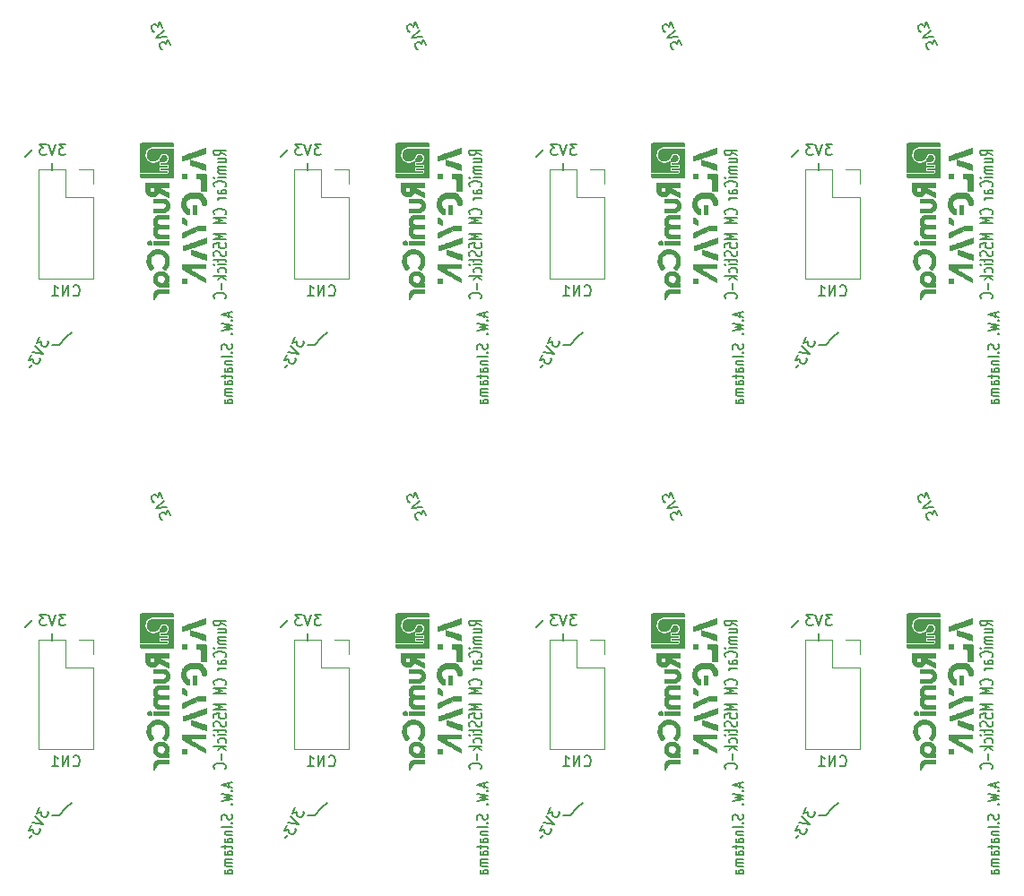
<source format=gbo>
G04 #@! TF.FileFunction,Legend,Bot*
%FSLAX46Y46*%
G04 Gerber Fmt 4.6, Leading zero omitted, Abs format (unit mm)*
G04 Created by KiCad (PCBNEW 4.0.7) date 06/11/20 11:20:33*
%MOMM*%
%LPD*%
G01*
G04 APERTURE LIST*
%ADD10C,0.100000*%
%ADD11C,0.150000*%
%ADD12C,0.200000*%
%ADD13C,0.010000*%
%ADD14C,0.120000*%
%ADD15R,2.100000X2.100000*%
%ADD16O,2.100000X2.100000*%
%ADD17C,2.000000*%
%ADD18O,2.000000X2.000000*%
%ADD19C,2.100000*%
%ADD20C,3.900000*%
%ADD21R,1.600000X2.100000*%
%ADD22O,1.600000X2.100000*%
G04 APERTURE END LIST*
D10*
D11*
X158916667Y-115075238D02*
X158916667Y-115456190D01*
X159202381Y-114999047D02*
X158202381Y-115265714D01*
X159202381Y-115532381D01*
X159107143Y-115799047D02*
X159154762Y-115837142D01*
X159202381Y-115799047D01*
X159154762Y-115760952D01*
X159107143Y-115799047D01*
X159202381Y-115799047D01*
X158202381Y-116103809D02*
X159202381Y-116294285D01*
X158488095Y-116446666D01*
X159202381Y-116599047D01*
X158202381Y-116789523D01*
X159107143Y-117094285D02*
X159154762Y-117132380D01*
X159202381Y-117094285D01*
X159154762Y-117056190D01*
X159107143Y-117094285D01*
X159202381Y-117094285D01*
X159154762Y-118046666D02*
X159202381Y-118160952D01*
X159202381Y-118351428D01*
X159154762Y-118427618D01*
X159107143Y-118465714D01*
X159011905Y-118503809D01*
X158916667Y-118503809D01*
X158821429Y-118465714D01*
X158773810Y-118427618D01*
X158726190Y-118351428D01*
X158678571Y-118199047D01*
X158630952Y-118122856D01*
X158583333Y-118084761D01*
X158488095Y-118046666D01*
X158392857Y-118046666D01*
X158297619Y-118084761D01*
X158250000Y-118122856D01*
X158202381Y-118199047D01*
X158202381Y-118389523D01*
X158250000Y-118503809D01*
X159107143Y-118846666D02*
X159154762Y-118884761D01*
X159202381Y-118846666D01*
X159154762Y-118808571D01*
X159107143Y-118846666D01*
X159202381Y-118846666D01*
X159202381Y-119227618D02*
X158202381Y-119227618D01*
X158535714Y-119608570D02*
X159202381Y-119608570D01*
X158630952Y-119608570D02*
X158583333Y-119646665D01*
X158535714Y-119722856D01*
X158535714Y-119837142D01*
X158583333Y-119913332D01*
X158678571Y-119951427D01*
X159202381Y-119951427D01*
X159202381Y-120675237D02*
X158678571Y-120675237D01*
X158583333Y-120637142D01*
X158535714Y-120560952D01*
X158535714Y-120408571D01*
X158583333Y-120332380D01*
X159154762Y-120675237D02*
X159202381Y-120599047D01*
X159202381Y-120408571D01*
X159154762Y-120332380D01*
X159059524Y-120294285D01*
X158964286Y-120294285D01*
X158869048Y-120332380D01*
X158821429Y-120408571D01*
X158821429Y-120599047D01*
X158773810Y-120675237D01*
X158535714Y-120941904D02*
X158535714Y-121246666D01*
X158202381Y-121056190D02*
X159059524Y-121056190D01*
X159154762Y-121094285D01*
X159202381Y-121170476D01*
X159202381Y-121246666D01*
X159202381Y-121856190D02*
X158678571Y-121856190D01*
X158583333Y-121818095D01*
X158535714Y-121741905D01*
X158535714Y-121589524D01*
X158583333Y-121513333D01*
X159154762Y-121856190D02*
X159202381Y-121780000D01*
X159202381Y-121589524D01*
X159154762Y-121513333D01*
X159059524Y-121475238D01*
X158964286Y-121475238D01*
X158869048Y-121513333D01*
X158821429Y-121589524D01*
X158821429Y-121780000D01*
X158773810Y-121856190D01*
X159202381Y-122237143D02*
X158535714Y-122237143D01*
X158630952Y-122237143D02*
X158583333Y-122275238D01*
X158535714Y-122351429D01*
X158535714Y-122465715D01*
X158583333Y-122541905D01*
X158678571Y-122580000D01*
X159202381Y-122580000D01*
X158678571Y-122580000D02*
X158583333Y-122618096D01*
X158535714Y-122694286D01*
X158535714Y-122808572D01*
X158583333Y-122884762D01*
X158678571Y-122922857D01*
X159202381Y-122922857D01*
X159202381Y-123646667D02*
X158678571Y-123646667D01*
X158583333Y-123608572D01*
X158535714Y-123532382D01*
X158535714Y-123380001D01*
X158583333Y-123303810D01*
X159154762Y-123646667D02*
X159202381Y-123570477D01*
X159202381Y-123380001D01*
X159154762Y-123303810D01*
X159059524Y-123265715D01*
X158964286Y-123265715D01*
X158869048Y-123303810D01*
X158821429Y-123380001D01*
X158821429Y-123570477D01*
X158773810Y-123646667D01*
X134786667Y-115075238D02*
X134786667Y-115456190D01*
X135072381Y-114999047D02*
X134072381Y-115265714D01*
X135072381Y-115532381D01*
X134977143Y-115799047D02*
X135024762Y-115837142D01*
X135072381Y-115799047D01*
X135024762Y-115760952D01*
X134977143Y-115799047D01*
X135072381Y-115799047D01*
X134072381Y-116103809D02*
X135072381Y-116294285D01*
X134358095Y-116446666D01*
X135072381Y-116599047D01*
X134072381Y-116789523D01*
X134977143Y-117094285D02*
X135024762Y-117132380D01*
X135072381Y-117094285D01*
X135024762Y-117056190D01*
X134977143Y-117094285D01*
X135072381Y-117094285D01*
X135024762Y-118046666D02*
X135072381Y-118160952D01*
X135072381Y-118351428D01*
X135024762Y-118427618D01*
X134977143Y-118465714D01*
X134881905Y-118503809D01*
X134786667Y-118503809D01*
X134691429Y-118465714D01*
X134643810Y-118427618D01*
X134596190Y-118351428D01*
X134548571Y-118199047D01*
X134500952Y-118122856D01*
X134453333Y-118084761D01*
X134358095Y-118046666D01*
X134262857Y-118046666D01*
X134167619Y-118084761D01*
X134120000Y-118122856D01*
X134072381Y-118199047D01*
X134072381Y-118389523D01*
X134120000Y-118503809D01*
X134977143Y-118846666D02*
X135024762Y-118884761D01*
X135072381Y-118846666D01*
X135024762Y-118808571D01*
X134977143Y-118846666D01*
X135072381Y-118846666D01*
X135072381Y-119227618D02*
X134072381Y-119227618D01*
X134405714Y-119608570D02*
X135072381Y-119608570D01*
X134500952Y-119608570D02*
X134453333Y-119646665D01*
X134405714Y-119722856D01*
X134405714Y-119837142D01*
X134453333Y-119913332D01*
X134548571Y-119951427D01*
X135072381Y-119951427D01*
X135072381Y-120675237D02*
X134548571Y-120675237D01*
X134453333Y-120637142D01*
X134405714Y-120560952D01*
X134405714Y-120408571D01*
X134453333Y-120332380D01*
X135024762Y-120675237D02*
X135072381Y-120599047D01*
X135072381Y-120408571D01*
X135024762Y-120332380D01*
X134929524Y-120294285D01*
X134834286Y-120294285D01*
X134739048Y-120332380D01*
X134691429Y-120408571D01*
X134691429Y-120599047D01*
X134643810Y-120675237D01*
X134405714Y-120941904D02*
X134405714Y-121246666D01*
X134072381Y-121056190D02*
X134929524Y-121056190D01*
X135024762Y-121094285D01*
X135072381Y-121170476D01*
X135072381Y-121246666D01*
X135072381Y-121856190D02*
X134548571Y-121856190D01*
X134453333Y-121818095D01*
X134405714Y-121741905D01*
X134405714Y-121589524D01*
X134453333Y-121513333D01*
X135024762Y-121856190D02*
X135072381Y-121780000D01*
X135072381Y-121589524D01*
X135024762Y-121513333D01*
X134929524Y-121475238D01*
X134834286Y-121475238D01*
X134739048Y-121513333D01*
X134691429Y-121589524D01*
X134691429Y-121780000D01*
X134643810Y-121856190D01*
X135072381Y-122237143D02*
X134405714Y-122237143D01*
X134500952Y-122237143D02*
X134453333Y-122275238D01*
X134405714Y-122351429D01*
X134405714Y-122465715D01*
X134453333Y-122541905D01*
X134548571Y-122580000D01*
X135072381Y-122580000D01*
X134548571Y-122580000D02*
X134453333Y-122618096D01*
X134405714Y-122694286D01*
X134405714Y-122808572D01*
X134453333Y-122884762D01*
X134548571Y-122922857D01*
X135072381Y-122922857D01*
X135072381Y-123646667D02*
X134548571Y-123646667D01*
X134453333Y-123608572D01*
X134405714Y-123532382D01*
X134405714Y-123380001D01*
X134453333Y-123303810D01*
X135024762Y-123646667D02*
X135072381Y-123570477D01*
X135072381Y-123380001D01*
X135024762Y-123303810D01*
X134929524Y-123265715D01*
X134834286Y-123265715D01*
X134739048Y-123303810D01*
X134691429Y-123380001D01*
X134691429Y-123570477D01*
X134643810Y-123646667D01*
X110656667Y-115075238D02*
X110656667Y-115456190D01*
X110942381Y-114999047D02*
X109942381Y-115265714D01*
X110942381Y-115532381D01*
X110847143Y-115799047D02*
X110894762Y-115837142D01*
X110942381Y-115799047D01*
X110894762Y-115760952D01*
X110847143Y-115799047D01*
X110942381Y-115799047D01*
X109942381Y-116103809D02*
X110942381Y-116294285D01*
X110228095Y-116446666D01*
X110942381Y-116599047D01*
X109942381Y-116789523D01*
X110847143Y-117094285D02*
X110894762Y-117132380D01*
X110942381Y-117094285D01*
X110894762Y-117056190D01*
X110847143Y-117094285D01*
X110942381Y-117094285D01*
X110894762Y-118046666D02*
X110942381Y-118160952D01*
X110942381Y-118351428D01*
X110894762Y-118427618D01*
X110847143Y-118465714D01*
X110751905Y-118503809D01*
X110656667Y-118503809D01*
X110561429Y-118465714D01*
X110513810Y-118427618D01*
X110466190Y-118351428D01*
X110418571Y-118199047D01*
X110370952Y-118122856D01*
X110323333Y-118084761D01*
X110228095Y-118046666D01*
X110132857Y-118046666D01*
X110037619Y-118084761D01*
X109990000Y-118122856D01*
X109942381Y-118199047D01*
X109942381Y-118389523D01*
X109990000Y-118503809D01*
X110847143Y-118846666D02*
X110894762Y-118884761D01*
X110942381Y-118846666D01*
X110894762Y-118808571D01*
X110847143Y-118846666D01*
X110942381Y-118846666D01*
X110942381Y-119227618D02*
X109942381Y-119227618D01*
X110275714Y-119608570D02*
X110942381Y-119608570D01*
X110370952Y-119608570D02*
X110323333Y-119646665D01*
X110275714Y-119722856D01*
X110275714Y-119837142D01*
X110323333Y-119913332D01*
X110418571Y-119951427D01*
X110942381Y-119951427D01*
X110942381Y-120675237D02*
X110418571Y-120675237D01*
X110323333Y-120637142D01*
X110275714Y-120560952D01*
X110275714Y-120408571D01*
X110323333Y-120332380D01*
X110894762Y-120675237D02*
X110942381Y-120599047D01*
X110942381Y-120408571D01*
X110894762Y-120332380D01*
X110799524Y-120294285D01*
X110704286Y-120294285D01*
X110609048Y-120332380D01*
X110561429Y-120408571D01*
X110561429Y-120599047D01*
X110513810Y-120675237D01*
X110275714Y-120941904D02*
X110275714Y-121246666D01*
X109942381Y-121056190D02*
X110799524Y-121056190D01*
X110894762Y-121094285D01*
X110942381Y-121170476D01*
X110942381Y-121246666D01*
X110942381Y-121856190D02*
X110418571Y-121856190D01*
X110323333Y-121818095D01*
X110275714Y-121741905D01*
X110275714Y-121589524D01*
X110323333Y-121513333D01*
X110894762Y-121856190D02*
X110942381Y-121780000D01*
X110942381Y-121589524D01*
X110894762Y-121513333D01*
X110799524Y-121475238D01*
X110704286Y-121475238D01*
X110609048Y-121513333D01*
X110561429Y-121589524D01*
X110561429Y-121780000D01*
X110513810Y-121856190D01*
X110942381Y-122237143D02*
X110275714Y-122237143D01*
X110370952Y-122237143D02*
X110323333Y-122275238D01*
X110275714Y-122351429D01*
X110275714Y-122465715D01*
X110323333Y-122541905D01*
X110418571Y-122580000D01*
X110942381Y-122580000D01*
X110418571Y-122580000D02*
X110323333Y-122618096D01*
X110275714Y-122694286D01*
X110275714Y-122808572D01*
X110323333Y-122884762D01*
X110418571Y-122922857D01*
X110942381Y-122922857D01*
X110942381Y-123646667D02*
X110418571Y-123646667D01*
X110323333Y-123608572D01*
X110275714Y-123532382D01*
X110275714Y-123380001D01*
X110323333Y-123303810D01*
X110894762Y-123646667D02*
X110942381Y-123570477D01*
X110942381Y-123380001D01*
X110894762Y-123303810D01*
X110799524Y-123265715D01*
X110704286Y-123265715D01*
X110609048Y-123303810D01*
X110561429Y-123380001D01*
X110561429Y-123570477D01*
X110513810Y-123646667D01*
X86526667Y-115075238D02*
X86526667Y-115456190D01*
X86812381Y-114999047D02*
X85812381Y-115265714D01*
X86812381Y-115532381D01*
X86717143Y-115799047D02*
X86764762Y-115837142D01*
X86812381Y-115799047D01*
X86764762Y-115760952D01*
X86717143Y-115799047D01*
X86812381Y-115799047D01*
X85812381Y-116103809D02*
X86812381Y-116294285D01*
X86098095Y-116446666D01*
X86812381Y-116599047D01*
X85812381Y-116789523D01*
X86717143Y-117094285D02*
X86764762Y-117132380D01*
X86812381Y-117094285D01*
X86764762Y-117056190D01*
X86717143Y-117094285D01*
X86812381Y-117094285D01*
X86764762Y-118046666D02*
X86812381Y-118160952D01*
X86812381Y-118351428D01*
X86764762Y-118427618D01*
X86717143Y-118465714D01*
X86621905Y-118503809D01*
X86526667Y-118503809D01*
X86431429Y-118465714D01*
X86383810Y-118427618D01*
X86336190Y-118351428D01*
X86288571Y-118199047D01*
X86240952Y-118122856D01*
X86193333Y-118084761D01*
X86098095Y-118046666D01*
X86002857Y-118046666D01*
X85907619Y-118084761D01*
X85860000Y-118122856D01*
X85812381Y-118199047D01*
X85812381Y-118389523D01*
X85860000Y-118503809D01*
X86717143Y-118846666D02*
X86764762Y-118884761D01*
X86812381Y-118846666D01*
X86764762Y-118808571D01*
X86717143Y-118846666D01*
X86812381Y-118846666D01*
X86812381Y-119227618D02*
X85812381Y-119227618D01*
X86145714Y-119608570D02*
X86812381Y-119608570D01*
X86240952Y-119608570D02*
X86193333Y-119646665D01*
X86145714Y-119722856D01*
X86145714Y-119837142D01*
X86193333Y-119913332D01*
X86288571Y-119951427D01*
X86812381Y-119951427D01*
X86812381Y-120675237D02*
X86288571Y-120675237D01*
X86193333Y-120637142D01*
X86145714Y-120560952D01*
X86145714Y-120408571D01*
X86193333Y-120332380D01*
X86764762Y-120675237D02*
X86812381Y-120599047D01*
X86812381Y-120408571D01*
X86764762Y-120332380D01*
X86669524Y-120294285D01*
X86574286Y-120294285D01*
X86479048Y-120332380D01*
X86431429Y-120408571D01*
X86431429Y-120599047D01*
X86383810Y-120675237D01*
X86145714Y-120941904D02*
X86145714Y-121246666D01*
X85812381Y-121056190D02*
X86669524Y-121056190D01*
X86764762Y-121094285D01*
X86812381Y-121170476D01*
X86812381Y-121246666D01*
X86812381Y-121856190D02*
X86288571Y-121856190D01*
X86193333Y-121818095D01*
X86145714Y-121741905D01*
X86145714Y-121589524D01*
X86193333Y-121513333D01*
X86764762Y-121856190D02*
X86812381Y-121780000D01*
X86812381Y-121589524D01*
X86764762Y-121513333D01*
X86669524Y-121475238D01*
X86574286Y-121475238D01*
X86479048Y-121513333D01*
X86431429Y-121589524D01*
X86431429Y-121780000D01*
X86383810Y-121856190D01*
X86812381Y-122237143D02*
X86145714Y-122237143D01*
X86240952Y-122237143D02*
X86193333Y-122275238D01*
X86145714Y-122351429D01*
X86145714Y-122465715D01*
X86193333Y-122541905D01*
X86288571Y-122580000D01*
X86812381Y-122580000D01*
X86288571Y-122580000D02*
X86193333Y-122618096D01*
X86145714Y-122694286D01*
X86145714Y-122808572D01*
X86193333Y-122884762D01*
X86288571Y-122922857D01*
X86812381Y-122922857D01*
X86812381Y-123646667D02*
X86288571Y-123646667D01*
X86193333Y-123608572D01*
X86145714Y-123532382D01*
X86145714Y-123380001D01*
X86193333Y-123303810D01*
X86764762Y-123646667D02*
X86812381Y-123570477D01*
X86812381Y-123380001D01*
X86764762Y-123303810D01*
X86669524Y-123265715D01*
X86574286Y-123265715D01*
X86479048Y-123303810D01*
X86431429Y-123380001D01*
X86431429Y-123570477D01*
X86383810Y-123646667D01*
X158916667Y-70625238D02*
X158916667Y-71006190D01*
X159202381Y-70549047D02*
X158202381Y-70815714D01*
X159202381Y-71082381D01*
X159107143Y-71349047D02*
X159154762Y-71387142D01*
X159202381Y-71349047D01*
X159154762Y-71310952D01*
X159107143Y-71349047D01*
X159202381Y-71349047D01*
X158202381Y-71653809D02*
X159202381Y-71844285D01*
X158488095Y-71996666D01*
X159202381Y-72149047D01*
X158202381Y-72339523D01*
X159107143Y-72644285D02*
X159154762Y-72682380D01*
X159202381Y-72644285D01*
X159154762Y-72606190D01*
X159107143Y-72644285D01*
X159202381Y-72644285D01*
X159154762Y-73596666D02*
X159202381Y-73710952D01*
X159202381Y-73901428D01*
X159154762Y-73977618D01*
X159107143Y-74015714D01*
X159011905Y-74053809D01*
X158916667Y-74053809D01*
X158821429Y-74015714D01*
X158773810Y-73977618D01*
X158726190Y-73901428D01*
X158678571Y-73749047D01*
X158630952Y-73672856D01*
X158583333Y-73634761D01*
X158488095Y-73596666D01*
X158392857Y-73596666D01*
X158297619Y-73634761D01*
X158250000Y-73672856D01*
X158202381Y-73749047D01*
X158202381Y-73939523D01*
X158250000Y-74053809D01*
X159107143Y-74396666D02*
X159154762Y-74434761D01*
X159202381Y-74396666D01*
X159154762Y-74358571D01*
X159107143Y-74396666D01*
X159202381Y-74396666D01*
X159202381Y-74777618D02*
X158202381Y-74777618D01*
X158535714Y-75158570D02*
X159202381Y-75158570D01*
X158630952Y-75158570D02*
X158583333Y-75196665D01*
X158535714Y-75272856D01*
X158535714Y-75387142D01*
X158583333Y-75463332D01*
X158678571Y-75501427D01*
X159202381Y-75501427D01*
X159202381Y-76225237D02*
X158678571Y-76225237D01*
X158583333Y-76187142D01*
X158535714Y-76110952D01*
X158535714Y-75958571D01*
X158583333Y-75882380D01*
X159154762Y-76225237D02*
X159202381Y-76149047D01*
X159202381Y-75958571D01*
X159154762Y-75882380D01*
X159059524Y-75844285D01*
X158964286Y-75844285D01*
X158869048Y-75882380D01*
X158821429Y-75958571D01*
X158821429Y-76149047D01*
X158773810Y-76225237D01*
X158535714Y-76491904D02*
X158535714Y-76796666D01*
X158202381Y-76606190D02*
X159059524Y-76606190D01*
X159154762Y-76644285D01*
X159202381Y-76720476D01*
X159202381Y-76796666D01*
X159202381Y-77406190D02*
X158678571Y-77406190D01*
X158583333Y-77368095D01*
X158535714Y-77291905D01*
X158535714Y-77139524D01*
X158583333Y-77063333D01*
X159154762Y-77406190D02*
X159202381Y-77330000D01*
X159202381Y-77139524D01*
X159154762Y-77063333D01*
X159059524Y-77025238D01*
X158964286Y-77025238D01*
X158869048Y-77063333D01*
X158821429Y-77139524D01*
X158821429Y-77330000D01*
X158773810Y-77406190D01*
X159202381Y-77787143D02*
X158535714Y-77787143D01*
X158630952Y-77787143D02*
X158583333Y-77825238D01*
X158535714Y-77901429D01*
X158535714Y-78015715D01*
X158583333Y-78091905D01*
X158678571Y-78130000D01*
X159202381Y-78130000D01*
X158678571Y-78130000D02*
X158583333Y-78168096D01*
X158535714Y-78244286D01*
X158535714Y-78358572D01*
X158583333Y-78434762D01*
X158678571Y-78472857D01*
X159202381Y-78472857D01*
X159202381Y-79196667D02*
X158678571Y-79196667D01*
X158583333Y-79158572D01*
X158535714Y-79082382D01*
X158535714Y-78930001D01*
X158583333Y-78853810D01*
X159154762Y-79196667D02*
X159202381Y-79120477D01*
X159202381Y-78930001D01*
X159154762Y-78853810D01*
X159059524Y-78815715D01*
X158964286Y-78815715D01*
X158869048Y-78853810D01*
X158821429Y-78930001D01*
X158821429Y-79120477D01*
X158773810Y-79196667D01*
X134786667Y-70625238D02*
X134786667Y-71006190D01*
X135072381Y-70549047D02*
X134072381Y-70815714D01*
X135072381Y-71082381D01*
X134977143Y-71349047D02*
X135024762Y-71387142D01*
X135072381Y-71349047D01*
X135024762Y-71310952D01*
X134977143Y-71349047D01*
X135072381Y-71349047D01*
X134072381Y-71653809D02*
X135072381Y-71844285D01*
X134358095Y-71996666D01*
X135072381Y-72149047D01*
X134072381Y-72339523D01*
X134977143Y-72644285D02*
X135024762Y-72682380D01*
X135072381Y-72644285D01*
X135024762Y-72606190D01*
X134977143Y-72644285D01*
X135072381Y-72644285D01*
X135024762Y-73596666D02*
X135072381Y-73710952D01*
X135072381Y-73901428D01*
X135024762Y-73977618D01*
X134977143Y-74015714D01*
X134881905Y-74053809D01*
X134786667Y-74053809D01*
X134691429Y-74015714D01*
X134643810Y-73977618D01*
X134596190Y-73901428D01*
X134548571Y-73749047D01*
X134500952Y-73672856D01*
X134453333Y-73634761D01*
X134358095Y-73596666D01*
X134262857Y-73596666D01*
X134167619Y-73634761D01*
X134120000Y-73672856D01*
X134072381Y-73749047D01*
X134072381Y-73939523D01*
X134120000Y-74053809D01*
X134977143Y-74396666D02*
X135024762Y-74434761D01*
X135072381Y-74396666D01*
X135024762Y-74358571D01*
X134977143Y-74396666D01*
X135072381Y-74396666D01*
X135072381Y-74777618D02*
X134072381Y-74777618D01*
X134405714Y-75158570D02*
X135072381Y-75158570D01*
X134500952Y-75158570D02*
X134453333Y-75196665D01*
X134405714Y-75272856D01*
X134405714Y-75387142D01*
X134453333Y-75463332D01*
X134548571Y-75501427D01*
X135072381Y-75501427D01*
X135072381Y-76225237D02*
X134548571Y-76225237D01*
X134453333Y-76187142D01*
X134405714Y-76110952D01*
X134405714Y-75958571D01*
X134453333Y-75882380D01*
X135024762Y-76225237D02*
X135072381Y-76149047D01*
X135072381Y-75958571D01*
X135024762Y-75882380D01*
X134929524Y-75844285D01*
X134834286Y-75844285D01*
X134739048Y-75882380D01*
X134691429Y-75958571D01*
X134691429Y-76149047D01*
X134643810Y-76225237D01*
X134405714Y-76491904D02*
X134405714Y-76796666D01*
X134072381Y-76606190D02*
X134929524Y-76606190D01*
X135024762Y-76644285D01*
X135072381Y-76720476D01*
X135072381Y-76796666D01*
X135072381Y-77406190D02*
X134548571Y-77406190D01*
X134453333Y-77368095D01*
X134405714Y-77291905D01*
X134405714Y-77139524D01*
X134453333Y-77063333D01*
X135024762Y-77406190D02*
X135072381Y-77330000D01*
X135072381Y-77139524D01*
X135024762Y-77063333D01*
X134929524Y-77025238D01*
X134834286Y-77025238D01*
X134739048Y-77063333D01*
X134691429Y-77139524D01*
X134691429Y-77330000D01*
X134643810Y-77406190D01*
X135072381Y-77787143D02*
X134405714Y-77787143D01*
X134500952Y-77787143D02*
X134453333Y-77825238D01*
X134405714Y-77901429D01*
X134405714Y-78015715D01*
X134453333Y-78091905D01*
X134548571Y-78130000D01*
X135072381Y-78130000D01*
X134548571Y-78130000D02*
X134453333Y-78168096D01*
X134405714Y-78244286D01*
X134405714Y-78358572D01*
X134453333Y-78434762D01*
X134548571Y-78472857D01*
X135072381Y-78472857D01*
X135072381Y-79196667D02*
X134548571Y-79196667D01*
X134453333Y-79158572D01*
X134405714Y-79082382D01*
X134405714Y-78930001D01*
X134453333Y-78853810D01*
X135024762Y-79196667D02*
X135072381Y-79120477D01*
X135072381Y-78930001D01*
X135024762Y-78853810D01*
X134929524Y-78815715D01*
X134834286Y-78815715D01*
X134739048Y-78853810D01*
X134691429Y-78930001D01*
X134691429Y-79120477D01*
X134643810Y-79196667D01*
X110656667Y-70625238D02*
X110656667Y-71006190D01*
X110942381Y-70549047D02*
X109942381Y-70815714D01*
X110942381Y-71082381D01*
X110847143Y-71349047D02*
X110894762Y-71387142D01*
X110942381Y-71349047D01*
X110894762Y-71310952D01*
X110847143Y-71349047D01*
X110942381Y-71349047D01*
X109942381Y-71653809D02*
X110942381Y-71844285D01*
X110228095Y-71996666D01*
X110942381Y-72149047D01*
X109942381Y-72339523D01*
X110847143Y-72644285D02*
X110894762Y-72682380D01*
X110942381Y-72644285D01*
X110894762Y-72606190D01*
X110847143Y-72644285D01*
X110942381Y-72644285D01*
X110894762Y-73596666D02*
X110942381Y-73710952D01*
X110942381Y-73901428D01*
X110894762Y-73977618D01*
X110847143Y-74015714D01*
X110751905Y-74053809D01*
X110656667Y-74053809D01*
X110561429Y-74015714D01*
X110513810Y-73977618D01*
X110466190Y-73901428D01*
X110418571Y-73749047D01*
X110370952Y-73672856D01*
X110323333Y-73634761D01*
X110228095Y-73596666D01*
X110132857Y-73596666D01*
X110037619Y-73634761D01*
X109990000Y-73672856D01*
X109942381Y-73749047D01*
X109942381Y-73939523D01*
X109990000Y-74053809D01*
X110847143Y-74396666D02*
X110894762Y-74434761D01*
X110942381Y-74396666D01*
X110894762Y-74358571D01*
X110847143Y-74396666D01*
X110942381Y-74396666D01*
X110942381Y-74777618D02*
X109942381Y-74777618D01*
X110275714Y-75158570D02*
X110942381Y-75158570D01*
X110370952Y-75158570D02*
X110323333Y-75196665D01*
X110275714Y-75272856D01*
X110275714Y-75387142D01*
X110323333Y-75463332D01*
X110418571Y-75501427D01*
X110942381Y-75501427D01*
X110942381Y-76225237D02*
X110418571Y-76225237D01*
X110323333Y-76187142D01*
X110275714Y-76110952D01*
X110275714Y-75958571D01*
X110323333Y-75882380D01*
X110894762Y-76225237D02*
X110942381Y-76149047D01*
X110942381Y-75958571D01*
X110894762Y-75882380D01*
X110799524Y-75844285D01*
X110704286Y-75844285D01*
X110609048Y-75882380D01*
X110561429Y-75958571D01*
X110561429Y-76149047D01*
X110513810Y-76225237D01*
X110275714Y-76491904D02*
X110275714Y-76796666D01*
X109942381Y-76606190D02*
X110799524Y-76606190D01*
X110894762Y-76644285D01*
X110942381Y-76720476D01*
X110942381Y-76796666D01*
X110942381Y-77406190D02*
X110418571Y-77406190D01*
X110323333Y-77368095D01*
X110275714Y-77291905D01*
X110275714Y-77139524D01*
X110323333Y-77063333D01*
X110894762Y-77406190D02*
X110942381Y-77330000D01*
X110942381Y-77139524D01*
X110894762Y-77063333D01*
X110799524Y-77025238D01*
X110704286Y-77025238D01*
X110609048Y-77063333D01*
X110561429Y-77139524D01*
X110561429Y-77330000D01*
X110513810Y-77406190D01*
X110942381Y-77787143D02*
X110275714Y-77787143D01*
X110370952Y-77787143D02*
X110323333Y-77825238D01*
X110275714Y-77901429D01*
X110275714Y-78015715D01*
X110323333Y-78091905D01*
X110418571Y-78130000D01*
X110942381Y-78130000D01*
X110418571Y-78130000D02*
X110323333Y-78168096D01*
X110275714Y-78244286D01*
X110275714Y-78358572D01*
X110323333Y-78434762D01*
X110418571Y-78472857D01*
X110942381Y-78472857D01*
X110942381Y-79196667D02*
X110418571Y-79196667D01*
X110323333Y-79158572D01*
X110275714Y-79082382D01*
X110275714Y-78930001D01*
X110323333Y-78853810D01*
X110894762Y-79196667D02*
X110942381Y-79120477D01*
X110942381Y-78930001D01*
X110894762Y-78853810D01*
X110799524Y-78815715D01*
X110704286Y-78815715D01*
X110609048Y-78853810D01*
X110561429Y-78930001D01*
X110561429Y-79120477D01*
X110513810Y-79196667D01*
X158657857Y-100165714D02*
X158086429Y-99899047D01*
X158657857Y-99708571D02*
X157457857Y-99708571D01*
X157457857Y-100013333D01*
X157515000Y-100089524D01*
X157572143Y-100127619D01*
X157686429Y-100165714D01*
X157857857Y-100165714D01*
X157972143Y-100127619D01*
X158029286Y-100089524D01*
X158086429Y-100013333D01*
X158086429Y-99708571D01*
X157857857Y-100851428D02*
X158657857Y-100851428D01*
X157857857Y-100508571D02*
X158486429Y-100508571D01*
X158600714Y-100546666D01*
X158657857Y-100622857D01*
X158657857Y-100737143D01*
X158600714Y-100813333D01*
X158543571Y-100851428D01*
X158657857Y-101232381D02*
X157857857Y-101232381D01*
X157972143Y-101232381D02*
X157915000Y-101270476D01*
X157857857Y-101346667D01*
X157857857Y-101460953D01*
X157915000Y-101537143D01*
X158029286Y-101575238D01*
X158657857Y-101575238D01*
X158029286Y-101575238D02*
X157915000Y-101613334D01*
X157857857Y-101689524D01*
X157857857Y-101803810D01*
X157915000Y-101880000D01*
X158029286Y-101918095D01*
X158657857Y-101918095D01*
X158657857Y-102299048D02*
X157857857Y-102299048D01*
X157457857Y-102299048D02*
X157515000Y-102260953D01*
X157572143Y-102299048D01*
X157515000Y-102337143D01*
X157457857Y-102299048D01*
X157572143Y-102299048D01*
X158543571Y-103137143D02*
X158600714Y-103099048D01*
X158657857Y-102984762D01*
X158657857Y-102908572D01*
X158600714Y-102794286D01*
X158486429Y-102718095D01*
X158372143Y-102680000D01*
X158143571Y-102641905D01*
X157972143Y-102641905D01*
X157743571Y-102680000D01*
X157629286Y-102718095D01*
X157515000Y-102794286D01*
X157457857Y-102908572D01*
X157457857Y-102984762D01*
X157515000Y-103099048D01*
X157572143Y-103137143D01*
X158657857Y-103822857D02*
X158029286Y-103822857D01*
X157915000Y-103784762D01*
X157857857Y-103708572D01*
X157857857Y-103556191D01*
X157915000Y-103480000D01*
X158600714Y-103822857D02*
X158657857Y-103746667D01*
X158657857Y-103556191D01*
X158600714Y-103480000D01*
X158486429Y-103441905D01*
X158372143Y-103441905D01*
X158257857Y-103480000D01*
X158200714Y-103556191D01*
X158200714Y-103746667D01*
X158143571Y-103822857D01*
X158657857Y-104203810D02*
X157857857Y-104203810D01*
X158086429Y-104203810D02*
X157972143Y-104241905D01*
X157915000Y-104280001D01*
X157857857Y-104356191D01*
X157857857Y-104432382D01*
X158543571Y-105765715D02*
X158600714Y-105727620D01*
X158657857Y-105613334D01*
X158657857Y-105537144D01*
X158600714Y-105422858D01*
X158486429Y-105346667D01*
X158372143Y-105308572D01*
X158143571Y-105270477D01*
X157972143Y-105270477D01*
X157743571Y-105308572D01*
X157629286Y-105346667D01*
X157515000Y-105422858D01*
X157457857Y-105537144D01*
X157457857Y-105613334D01*
X157515000Y-105727620D01*
X157572143Y-105765715D01*
X158657857Y-106108572D02*
X157457857Y-106108572D01*
X158315000Y-106375239D01*
X157457857Y-106641906D01*
X158657857Y-106641906D01*
X158657857Y-107632382D02*
X157457857Y-107632382D01*
X158315000Y-107899049D01*
X157457857Y-108165716D01*
X158657857Y-108165716D01*
X157457857Y-108927621D02*
X157457857Y-108546668D01*
X158029286Y-108508573D01*
X157972143Y-108546668D01*
X157915000Y-108622859D01*
X157915000Y-108813335D01*
X157972143Y-108889525D01*
X158029286Y-108927621D01*
X158143571Y-108965716D01*
X158429286Y-108965716D01*
X158543571Y-108927621D01*
X158600714Y-108889525D01*
X158657857Y-108813335D01*
X158657857Y-108622859D01*
X158600714Y-108546668D01*
X158543571Y-108508573D01*
X158600714Y-109270478D02*
X158657857Y-109384764D01*
X158657857Y-109575240D01*
X158600714Y-109651430D01*
X158543571Y-109689526D01*
X158429286Y-109727621D01*
X158315000Y-109727621D01*
X158200714Y-109689526D01*
X158143571Y-109651430D01*
X158086429Y-109575240D01*
X158029286Y-109422859D01*
X157972143Y-109346668D01*
X157915000Y-109308573D01*
X157800714Y-109270478D01*
X157686429Y-109270478D01*
X157572143Y-109308573D01*
X157515000Y-109346668D01*
X157457857Y-109422859D01*
X157457857Y-109613335D01*
X157515000Y-109727621D01*
X157857857Y-109956192D02*
X157857857Y-110260954D01*
X157457857Y-110070478D02*
X158486429Y-110070478D01*
X158600714Y-110108573D01*
X158657857Y-110184764D01*
X158657857Y-110260954D01*
X158657857Y-110527621D02*
X157857857Y-110527621D01*
X157457857Y-110527621D02*
X157515000Y-110489526D01*
X157572143Y-110527621D01*
X157515000Y-110565716D01*
X157457857Y-110527621D01*
X157572143Y-110527621D01*
X158600714Y-111251430D02*
X158657857Y-111175240D01*
X158657857Y-111022859D01*
X158600714Y-110946668D01*
X158543571Y-110908573D01*
X158429286Y-110870478D01*
X158086429Y-110870478D01*
X157972143Y-110908573D01*
X157915000Y-110946668D01*
X157857857Y-111022859D01*
X157857857Y-111175240D01*
X157915000Y-111251430D01*
X158657857Y-111594287D02*
X157457857Y-111594287D01*
X158200714Y-111670478D02*
X158657857Y-111899049D01*
X157857857Y-111899049D02*
X158315000Y-111594287D01*
X158200714Y-112241906D02*
X158200714Y-112851430D01*
X158543571Y-113689525D02*
X158600714Y-113651430D01*
X158657857Y-113537144D01*
X158657857Y-113460954D01*
X158600714Y-113346668D01*
X158486429Y-113270477D01*
X158372143Y-113232382D01*
X158143571Y-113194287D01*
X157972143Y-113194287D01*
X157743571Y-113232382D01*
X157629286Y-113270477D01*
X157515000Y-113346668D01*
X157457857Y-113460954D01*
X157457857Y-113537144D01*
X157515000Y-113651430D01*
X157572143Y-113689525D01*
X134527857Y-100165714D02*
X133956429Y-99899047D01*
X134527857Y-99708571D02*
X133327857Y-99708571D01*
X133327857Y-100013333D01*
X133385000Y-100089524D01*
X133442143Y-100127619D01*
X133556429Y-100165714D01*
X133727857Y-100165714D01*
X133842143Y-100127619D01*
X133899286Y-100089524D01*
X133956429Y-100013333D01*
X133956429Y-99708571D01*
X133727857Y-100851428D02*
X134527857Y-100851428D01*
X133727857Y-100508571D02*
X134356429Y-100508571D01*
X134470714Y-100546666D01*
X134527857Y-100622857D01*
X134527857Y-100737143D01*
X134470714Y-100813333D01*
X134413571Y-100851428D01*
X134527857Y-101232381D02*
X133727857Y-101232381D01*
X133842143Y-101232381D02*
X133785000Y-101270476D01*
X133727857Y-101346667D01*
X133727857Y-101460953D01*
X133785000Y-101537143D01*
X133899286Y-101575238D01*
X134527857Y-101575238D01*
X133899286Y-101575238D02*
X133785000Y-101613334D01*
X133727857Y-101689524D01*
X133727857Y-101803810D01*
X133785000Y-101880000D01*
X133899286Y-101918095D01*
X134527857Y-101918095D01*
X134527857Y-102299048D02*
X133727857Y-102299048D01*
X133327857Y-102299048D02*
X133385000Y-102260953D01*
X133442143Y-102299048D01*
X133385000Y-102337143D01*
X133327857Y-102299048D01*
X133442143Y-102299048D01*
X134413571Y-103137143D02*
X134470714Y-103099048D01*
X134527857Y-102984762D01*
X134527857Y-102908572D01*
X134470714Y-102794286D01*
X134356429Y-102718095D01*
X134242143Y-102680000D01*
X134013571Y-102641905D01*
X133842143Y-102641905D01*
X133613571Y-102680000D01*
X133499286Y-102718095D01*
X133385000Y-102794286D01*
X133327857Y-102908572D01*
X133327857Y-102984762D01*
X133385000Y-103099048D01*
X133442143Y-103137143D01*
X134527857Y-103822857D02*
X133899286Y-103822857D01*
X133785000Y-103784762D01*
X133727857Y-103708572D01*
X133727857Y-103556191D01*
X133785000Y-103480000D01*
X134470714Y-103822857D02*
X134527857Y-103746667D01*
X134527857Y-103556191D01*
X134470714Y-103480000D01*
X134356429Y-103441905D01*
X134242143Y-103441905D01*
X134127857Y-103480000D01*
X134070714Y-103556191D01*
X134070714Y-103746667D01*
X134013571Y-103822857D01*
X134527857Y-104203810D02*
X133727857Y-104203810D01*
X133956429Y-104203810D02*
X133842143Y-104241905D01*
X133785000Y-104280001D01*
X133727857Y-104356191D01*
X133727857Y-104432382D01*
X134413571Y-105765715D02*
X134470714Y-105727620D01*
X134527857Y-105613334D01*
X134527857Y-105537144D01*
X134470714Y-105422858D01*
X134356429Y-105346667D01*
X134242143Y-105308572D01*
X134013571Y-105270477D01*
X133842143Y-105270477D01*
X133613571Y-105308572D01*
X133499286Y-105346667D01*
X133385000Y-105422858D01*
X133327857Y-105537144D01*
X133327857Y-105613334D01*
X133385000Y-105727620D01*
X133442143Y-105765715D01*
X134527857Y-106108572D02*
X133327857Y-106108572D01*
X134185000Y-106375239D01*
X133327857Y-106641906D01*
X134527857Y-106641906D01*
X134527857Y-107632382D02*
X133327857Y-107632382D01*
X134185000Y-107899049D01*
X133327857Y-108165716D01*
X134527857Y-108165716D01*
X133327857Y-108927621D02*
X133327857Y-108546668D01*
X133899286Y-108508573D01*
X133842143Y-108546668D01*
X133785000Y-108622859D01*
X133785000Y-108813335D01*
X133842143Y-108889525D01*
X133899286Y-108927621D01*
X134013571Y-108965716D01*
X134299286Y-108965716D01*
X134413571Y-108927621D01*
X134470714Y-108889525D01*
X134527857Y-108813335D01*
X134527857Y-108622859D01*
X134470714Y-108546668D01*
X134413571Y-108508573D01*
X134470714Y-109270478D02*
X134527857Y-109384764D01*
X134527857Y-109575240D01*
X134470714Y-109651430D01*
X134413571Y-109689526D01*
X134299286Y-109727621D01*
X134185000Y-109727621D01*
X134070714Y-109689526D01*
X134013571Y-109651430D01*
X133956429Y-109575240D01*
X133899286Y-109422859D01*
X133842143Y-109346668D01*
X133785000Y-109308573D01*
X133670714Y-109270478D01*
X133556429Y-109270478D01*
X133442143Y-109308573D01*
X133385000Y-109346668D01*
X133327857Y-109422859D01*
X133327857Y-109613335D01*
X133385000Y-109727621D01*
X133727857Y-109956192D02*
X133727857Y-110260954D01*
X133327857Y-110070478D02*
X134356429Y-110070478D01*
X134470714Y-110108573D01*
X134527857Y-110184764D01*
X134527857Y-110260954D01*
X134527857Y-110527621D02*
X133727857Y-110527621D01*
X133327857Y-110527621D02*
X133385000Y-110489526D01*
X133442143Y-110527621D01*
X133385000Y-110565716D01*
X133327857Y-110527621D01*
X133442143Y-110527621D01*
X134470714Y-111251430D02*
X134527857Y-111175240D01*
X134527857Y-111022859D01*
X134470714Y-110946668D01*
X134413571Y-110908573D01*
X134299286Y-110870478D01*
X133956429Y-110870478D01*
X133842143Y-110908573D01*
X133785000Y-110946668D01*
X133727857Y-111022859D01*
X133727857Y-111175240D01*
X133785000Y-111251430D01*
X134527857Y-111594287D02*
X133327857Y-111594287D01*
X134070714Y-111670478D02*
X134527857Y-111899049D01*
X133727857Y-111899049D02*
X134185000Y-111594287D01*
X134070714Y-112241906D02*
X134070714Y-112851430D01*
X134413571Y-113689525D02*
X134470714Y-113651430D01*
X134527857Y-113537144D01*
X134527857Y-113460954D01*
X134470714Y-113346668D01*
X134356429Y-113270477D01*
X134242143Y-113232382D01*
X134013571Y-113194287D01*
X133842143Y-113194287D01*
X133613571Y-113232382D01*
X133499286Y-113270477D01*
X133385000Y-113346668D01*
X133327857Y-113460954D01*
X133327857Y-113537144D01*
X133385000Y-113651430D01*
X133442143Y-113689525D01*
X110397857Y-100165714D02*
X109826429Y-99899047D01*
X110397857Y-99708571D02*
X109197857Y-99708571D01*
X109197857Y-100013333D01*
X109255000Y-100089524D01*
X109312143Y-100127619D01*
X109426429Y-100165714D01*
X109597857Y-100165714D01*
X109712143Y-100127619D01*
X109769286Y-100089524D01*
X109826429Y-100013333D01*
X109826429Y-99708571D01*
X109597857Y-100851428D02*
X110397857Y-100851428D01*
X109597857Y-100508571D02*
X110226429Y-100508571D01*
X110340714Y-100546666D01*
X110397857Y-100622857D01*
X110397857Y-100737143D01*
X110340714Y-100813333D01*
X110283571Y-100851428D01*
X110397857Y-101232381D02*
X109597857Y-101232381D01*
X109712143Y-101232381D02*
X109655000Y-101270476D01*
X109597857Y-101346667D01*
X109597857Y-101460953D01*
X109655000Y-101537143D01*
X109769286Y-101575238D01*
X110397857Y-101575238D01*
X109769286Y-101575238D02*
X109655000Y-101613334D01*
X109597857Y-101689524D01*
X109597857Y-101803810D01*
X109655000Y-101880000D01*
X109769286Y-101918095D01*
X110397857Y-101918095D01*
X110397857Y-102299048D02*
X109597857Y-102299048D01*
X109197857Y-102299048D02*
X109255000Y-102260953D01*
X109312143Y-102299048D01*
X109255000Y-102337143D01*
X109197857Y-102299048D01*
X109312143Y-102299048D01*
X110283571Y-103137143D02*
X110340714Y-103099048D01*
X110397857Y-102984762D01*
X110397857Y-102908572D01*
X110340714Y-102794286D01*
X110226429Y-102718095D01*
X110112143Y-102680000D01*
X109883571Y-102641905D01*
X109712143Y-102641905D01*
X109483571Y-102680000D01*
X109369286Y-102718095D01*
X109255000Y-102794286D01*
X109197857Y-102908572D01*
X109197857Y-102984762D01*
X109255000Y-103099048D01*
X109312143Y-103137143D01*
X110397857Y-103822857D02*
X109769286Y-103822857D01*
X109655000Y-103784762D01*
X109597857Y-103708572D01*
X109597857Y-103556191D01*
X109655000Y-103480000D01*
X110340714Y-103822857D02*
X110397857Y-103746667D01*
X110397857Y-103556191D01*
X110340714Y-103480000D01*
X110226429Y-103441905D01*
X110112143Y-103441905D01*
X109997857Y-103480000D01*
X109940714Y-103556191D01*
X109940714Y-103746667D01*
X109883571Y-103822857D01*
X110397857Y-104203810D02*
X109597857Y-104203810D01*
X109826429Y-104203810D02*
X109712143Y-104241905D01*
X109655000Y-104280001D01*
X109597857Y-104356191D01*
X109597857Y-104432382D01*
X110283571Y-105765715D02*
X110340714Y-105727620D01*
X110397857Y-105613334D01*
X110397857Y-105537144D01*
X110340714Y-105422858D01*
X110226429Y-105346667D01*
X110112143Y-105308572D01*
X109883571Y-105270477D01*
X109712143Y-105270477D01*
X109483571Y-105308572D01*
X109369286Y-105346667D01*
X109255000Y-105422858D01*
X109197857Y-105537144D01*
X109197857Y-105613334D01*
X109255000Y-105727620D01*
X109312143Y-105765715D01*
X110397857Y-106108572D02*
X109197857Y-106108572D01*
X110055000Y-106375239D01*
X109197857Y-106641906D01*
X110397857Y-106641906D01*
X110397857Y-107632382D02*
X109197857Y-107632382D01*
X110055000Y-107899049D01*
X109197857Y-108165716D01*
X110397857Y-108165716D01*
X109197857Y-108927621D02*
X109197857Y-108546668D01*
X109769286Y-108508573D01*
X109712143Y-108546668D01*
X109655000Y-108622859D01*
X109655000Y-108813335D01*
X109712143Y-108889525D01*
X109769286Y-108927621D01*
X109883571Y-108965716D01*
X110169286Y-108965716D01*
X110283571Y-108927621D01*
X110340714Y-108889525D01*
X110397857Y-108813335D01*
X110397857Y-108622859D01*
X110340714Y-108546668D01*
X110283571Y-108508573D01*
X110340714Y-109270478D02*
X110397857Y-109384764D01*
X110397857Y-109575240D01*
X110340714Y-109651430D01*
X110283571Y-109689526D01*
X110169286Y-109727621D01*
X110055000Y-109727621D01*
X109940714Y-109689526D01*
X109883571Y-109651430D01*
X109826429Y-109575240D01*
X109769286Y-109422859D01*
X109712143Y-109346668D01*
X109655000Y-109308573D01*
X109540714Y-109270478D01*
X109426429Y-109270478D01*
X109312143Y-109308573D01*
X109255000Y-109346668D01*
X109197857Y-109422859D01*
X109197857Y-109613335D01*
X109255000Y-109727621D01*
X109597857Y-109956192D02*
X109597857Y-110260954D01*
X109197857Y-110070478D02*
X110226429Y-110070478D01*
X110340714Y-110108573D01*
X110397857Y-110184764D01*
X110397857Y-110260954D01*
X110397857Y-110527621D02*
X109597857Y-110527621D01*
X109197857Y-110527621D02*
X109255000Y-110489526D01*
X109312143Y-110527621D01*
X109255000Y-110565716D01*
X109197857Y-110527621D01*
X109312143Y-110527621D01*
X110340714Y-111251430D02*
X110397857Y-111175240D01*
X110397857Y-111022859D01*
X110340714Y-110946668D01*
X110283571Y-110908573D01*
X110169286Y-110870478D01*
X109826429Y-110870478D01*
X109712143Y-110908573D01*
X109655000Y-110946668D01*
X109597857Y-111022859D01*
X109597857Y-111175240D01*
X109655000Y-111251430D01*
X110397857Y-111594287D02*
X109197857Y-111594287D01*
X109940714Y-111670478D02*
X110397857Y-111899049D01*
X109597857Y-111899049D02*
X110055000Y-111594287D01*
X109940714Y-112241906D02*
X109940714Y-112851430D01*
X110283571Y-113689525D02*
X110340714Y-113651430D01*
X110397857Y-113537144D01*
X110397857Y-113460954D01*
X110340714Y-113346668D01*
X110226429Y-113270477D01*
X110112143Y-113232382D01*
X109883571Y-113194287D01*
X109712143Y-113194287D01*
X109483571Y-113232382D01*
X109369286Y-113270477D01*
X109255000Y-113346668D01*
X109197857Y-113460954D01*
X109197857Y-113537144D01*
X109255000Y-113651430D01*
X109312143Y-113689525D01*
X86267857Y-100165714D02*
X85696429Y-99899047D01*
X86267857Y-99708571D02*
X85067857Y-99708571D01*
X85067857Y-100013333D01*
X85125000Y-100089524D01*
X85182143Y-100127619D01*
X85296429Y-100165714D01*
X85467857Y-100165714D01*
X85582143Y-100127619D01*
X85639286Y-100089524D01*
X85696429Y-100013333D01*
X85696429Y-99708571D01*
X85467857Y-100851428D02*
X86267857Y-100851428D01*
X85467857Y-100508571D02*
X86096429Y-100508571D01*
X86210714Y-100546666D01*
X86267857Y-100622857D01*
X86267857Y-100737143D01*
X86210714Y-100813333D01*
X86153571Y-100851428D01*
X86267857Y-101232381D02*
X85467857Y-101232381D01*
X85582143Y-101232381D02*
X85525000Y-101270476D01*
X85467857Y-101346667D01*
X85467857Y-101460953D01*
X85525000Y-101537143D01*
X85639286Y-101575238D01*
X86267857Y-101575238D01*
X85639286Y-101575238D02*
X85525000Y-101613334D01*
X85467857Y-101689524D01*
X85467857Y-101803810D01*
X85525000Y-101880000D01*
X85639286Y-101918095D01*
X86267857Y-101918095D01*
X86267857Y-102299048D02*
X85467857Y-102299048D01*
X85067857Y-102299048D02*
X85125000Y-102260953D01*
X85182143Y-102299048D01*
X85125000Y-102337143D01*
X85067857Y-102299048D01*
X85182143Y-102299048D01*
X86153571Y-103137143D02*
X86210714Y-103099048D01*
X86267857Y-102984762D01*
X86267857Y-102908572D01*
X86210714Y-102794286D01*
X86096429Y-102718095D01*
X85982143Y-102680000D01*
X85753571Y-102641905D01*
X85582143Y-102641905D01*
X85353571Y-102680000D01*
X85239286Y-102718095D01*
X85125000Y-102794286D01*
X85067857Y-102908572D01*
X85067857Y-102984762D01*
X85125000Y-103099048D01*
X85182143Y-103137143D01*
X86267857Y-103822857D02*
X85639286Y-103822857D01*
X85525000Y-103784762D01*
X85467857Y-103708572D01*
X85467857Y-103556191D01*
X85525000Y-103480000D01*
X86210714Y-103822857D02*
X86267857Y-103746667D01*
X86267857Y-103556191D01*
X86210714Y-103480000D01*
X86096429Y-103441905D01*
X85982143Y-103441905D01*
X85867857Y-103480000D01*
X85810714Y-103556191D01*
X85810714Y-103746667D01*
X85753571Y-103822857D01*
X86267857Y-104203810D02*
X85467857Y-104203810D01*
X85696429Y-104203810D02*
X85582143Y-104241905D01*
X85525000Y-104280001D01*
X85467857Y-104356191D01*
X85467857Y-104432382D01*
X86153571Y-105765715D02*
X86210714Y-105727620D01*
X86267857Y-105613334D01*
X86267857Y-105537144D01*
X86210714Y-105422858D01*
X86096429Y-105346667D01*
X85982143Y-105308572D01*
X85753571Y-105270477D01*
X85582143Y-105270477D01*
X85353571Y-105308572D01*
X85239286Y-105346667D01*
X85125000Y-105422858D01*
X85067857Y-105537144D01*
X85067857Y-105613334D01*
X85125000Y-105727620D01*
X85182143Y-105765715D01*
X86267857Y-106108572D02*
X85067857Y-106108572D01*
X85925000Y-106375239D01*
X85067857Y-106641906D01*
X86267857Y-106641906D01*
X86267857Y-107632382D02*
X85067857Y-107632382D01*
X85925000Y-107899049D01*
X85067857Y-108165716D01*
X86267857Y-108165716D01*
X85067857Y-108927621D02*
X85067857Y-108546668D01*
X85639286Y-108508573D01*
X85582143Y-108546668D01*
X85525000Y-108622859D01*
X85525000Y-108813335D01*
X85582143Y-108889525D01*
X85639286Y-108927621D01*
X85753571Y-108965716D01*
X86039286Y-108965716D01*
X86153571Y-108927621D01*
X86210714Y-108889525D01*
X86267857Y-108813335D01*
X86267857Y-108622859D01*
X86210714Y-108546668D01*
X86153571Y-108508573D01*
X86210714Y-109270478D02*
X86267857Y-109384764D01*
X86267857Y-109575240D01*
X86210714Y-109651430D01*
X86153571Y-109689526D01*
X86039286Y-109727621D01*
X85925000Y-109727621D01*
X85810714Y-109689526D01*
X85753571Y-109651430D01*
X85696429Y-109575240D01*
X85639286Y-109422859D01*
X85582143Y-109346668D01*
X85525000Y-109308573D01*
X85410714Y-109270478D01*
X85296429Y-109270478D01*
X85182143Y-109308573D01*
X85125000Y-109346668D01*
X85067857Y-109422859D01*
X85067857Y-109613335D01*
X85125000Y-109727621D01*
X85467857Y-109956192D02*
X85467857Y-110260954D01*
X85067857Y-110070478D02*
X86096429Y-110070478D01*
X86210714Y-110108573D01*
X86267857Y-110184764D01*
X86267857Y-110260954D01*
X86267857Y-110527621D02*
X85467857Y-110527621D01*
X85067857Y-110527621D02*
X85125000Y-110489526D01*
X85182143Y-110527621D01*
X85125000Y-110565716D01*
X85067857Y-110527621D01*
X85182143Y-110527621D01*
X86210714Y-111251430D02*
X86267857Y-111175240D01*
X86267857Y-111022859D01*
X86210714Y-110946668D01*
X86153571Y-110908573D01*
X86039286Y-110870478D01*
X85696429Y-110870478D01*
X85582143Y-110908573D01*
X85525000Y-110946668D01*
X85467857Y-111022859D01*
X85467857Y-111175240D01*
X85525000Y-111251430D01*
X86267857Y-111594287D02*
X85067857Y-111594287D01*
X85810714Y-111670478D02*
X86267857Y-111899049D01*
X85467857Y-111899049D02*
X85925000Y-111594287D01*
X85810714Y-112241906D02*
X85810714Y-112851430D01*
X86153571Y-113689525D02*
X86210714Y-113651430D01*
X86267857Y-113537144D01*
X86267857Y-113460954D01*
X86210714Y-113346668D01*
X86096429Y-113270477D01*
X85982143Y-113232382D01*
X85753571Y-113194287D01*
X85582143Y-113194287D01*
X85353571Y-113232382D01*
X85239286Y-113270477D01*
X85125000Y-113346668D01*
X85067857Y-113460954D01*
X85067857Y-113537144D01*
X85125000Y-113651430D01*
X85182143Y-113689525D01*
X158657857Y-55715714D02*
X158086429Y-55449047D01*
X158657857Y-55258571D02*
X157457857Y-55258571D01*
X157457857Y-55563333D01*
X157515000Y-55639524D01*
X157572143Y-55677619D01*
X157686429Y-55715714D01*
X157857857Y-55715714D01*
X157972143Y-55677619D01*
X158029286Y-55639524D01*
X158086429Y-55563333D01*
X158086429Y-55258571D01*
X157857857Y-56401428D02*
X158657857Y-56401428D01*
X157857857Y-56058571D02*
X158486429Y-56058571D01*
X158600714Y-56096666D01*
X158657857Y-56172857D01*
X158657857Y-56287143D01*
X158600714Y-56363333D01*
X158543571Y-56401428D01*
X158657857Y-56782381D02*
X157857857Y-56782381D01*
X157972143Y-56782381D02*
X157915000Y-56820476D01*
X157857857Y-56896667D01*
X157857857Y-57010953D01*
X157915000Y-57087143D01*
X158029286Y-57125238D01*
X158657857Y-57125238D01*
X158029286Y-57125238D02*
X157915000Y-57163334D01*
X157857857Y-57239524D01*
X157857857Y-57353810D01*
X157915000Y-57430000D01*
X158029286Y-57468095D01*
X158657857Y-57468095D01*
X158657857Y-57849048D02*
X157857857Y-57849048D01*
X157457857Y-57849048D02*
X157515000Y-57810953D01*
X157572143Y-57849048D01*
X157515000Y-57887143D01*
X157457857Y-57849048D01*
X157572143Y-57849048D01*
X158543571Y-58687143D02*
X158600714Y-58649048D01*
X158657857Y-58534762D01*
X158657857Y-58458572D01*
X158600714Y-58344286D01*
X158486429Y-58268095D01*
X158372143Y-58230000D01*
X158143571Y-58191905D01*
X157972143Y-58191905D01*
X157743571Y-58230000D01*
X157629286Y-58268095D01*
X157515000Y-58344286D01*
X157457857Y-58458572D01*
X157457857Y-58534762D01*
X157515000Y-58649048D01*
X157572143Y-58687143D01*
X158657857Y-59372857D02*
X158029286Y-59372857D01*
X157915000Y-59334762D01*
X157857857Y-59258572D01*
X157857857Y-59106191D01*
X157915000Y-59030000D01*
X158600714Y-59372857D02*
X158657857Y-59296667D01*
X158657857Y-59106191D01*
X158600714Y-59030000D01*
X158486429Y-58991905D01*
X158372143Y-58991905D01*
X158257857Y-59030000D01*
X158200714Y-59106191D01*
X158200714Y-59296667D01*
X158143571Y-59372857D01*
X158657857Y-59753810D02*
X157857857Y-59753810D01*
X158086429Y-59753810D02*
X157972143Y-59791905D01*
X157915000Y-59830001D01*
X157857857Y-59906191D01*
X157857857Y-59982382D01*
X158543571Y-61315715D02*
X158600714Y-61277620D01*
X158657857Y-61163334D01*
X158657857Y-61087144D01*
X158600714Y-60972858D01*
X158486429Y-60896667D01*
X158372143Y-60858572D01*
X158143571Y-60820477D01*
X157972143Y-60820477D01*
X157743571Y-60858572D01*
X157629286Y-60896667D01*
X157515000Y-60972858D01*
X157457857Y-61087144D01*
X157457857Y-61163334D01*
X157515000Y-61277620D01*
X157572143Y-61315715D01*
X158657857Y-61658572D02*
X157457857Y-61658572D01*
X158315000Y-61925239D01*
X157457857Y-62191906D01*
X158657857Y-62191906D01*
X158657857Y-63182382D02*
X157457857Y-63182382D01*
X158315000Y-63449049D01*
X157457857Y-63715716D01*
X158657857Y-63715716D01*
X157457857Y-64477621D02*
X157457857Y-64096668D01*
X158029286Y-64058573D01*
X157972143Y-64096668D01*
X157915000Y-64172859D01*
X157915000Y-64363335D01*
X157972143Y-64439525D01*
X158029286Y-64477621D01*
X158143571Y-64515716D01*
X158429286Y-64515716D01*
X158543571Y-64477621D01*
X158600714Y-64439525D01*
X158657857Y-64363335D01*
X158657857Y-64172859D01*
X158600714Y-64096668D01*
X158543571Y-64058573D01*
X158600714Y-64820478D02*
X158657857Y-64934764D01*
X158657857Y-65125240D01*
X158600714Y-65201430D01*
X158543571Y-65239526D01*
X158429286Y-65277621D01*
X158315000Y-65277621D01*
X158200714Y-65239526D01*
X158143571Y-65201430D01*
X158086429Y-65125240D01*
X158029286Y-64972859D01*
X157972143Y-64896668D01*
X157915000Y-64858573D01*
X157800714Y-64820478D01*
X157686429Y-64820478D01*
X157572143Y-64858573D01*
X157515000Y-64896668D01*
X157457857Y-64972859D01*
X157457857Y-65163335D01*
X157515000Y-65277621D01*
X157857857Y-65506192D02*
X157857857Y-65810954D01*
X157457857Y-65620478D02*
X158486429Y-65620478D01*
X158600714Y-65658573D01*
X158657857Y-65734764D01*
X158657857Y-65810954D01*
X158657857Y-66077621D02*
X157857857Y-66077621D01*
X157457857Y-66077621D02*
X157515000Y-66039526D01*
X157572143Y-66077621D01*
X157515000Y-66115716D01*
X157457857Y-66077621D01*
X157572143Y-66077621D01*
X158600714Y-66801430D02*
X158657857Y-66725240D01*
X158657857Y-66572859D01*
X158600714Y-66496668D01*
X158543571Y-66458573D01*
X158429286Y-66420478D01*
X158086429Y-66420478D01*
X157972143Y-66458573D01*
X157915000Y-66496668D01*
X157857857Y-66572859D01*
X157857857Y-66725240D01*
X157915000Y-66801430D01*
X158657857Y-67144287D02*
X157457857Y-67144287D01*
X158200714Y-67220478D02*
X158657857Y-67449049D01*
X157857857Y-67449049D02*
X158315000Y-67144287D01*
X158200714Y-67791906D02*
X158200714Y-68401430D01*
X158543571Y-69239525D02*
X158600714Y-69201430D01*
X158657857Y-69087144D01*
X158657857Y-69010954D01*
X158600714Y-68896668D01*
X158486429Y-68820477D01*
X158372143Y-68782382D01*
X158143571Y-68744287D01*
X157972143Y-68744287D01*
X157743571Y-68782382D01*
X157629286Y-68820477D01*
X157515000Y-68896668D01*
X157457857Y-69010954D01*
X157457857Y-69087144D01*
X157515000Y-69201430D01*
X157572143Y-69239525D01*
X134527857Y-55715714D02*
X133956429Y-55449047D01*
X134527857Y-55258571D02*
X133327857Y-55258571D01*
X133327857Y-55563333D01*
X133385000Y-55639524D01*
X133442143Y-55677619D01*
X133556429Y-55715714D01*
X133727857Y-55715714D01*
X133842143Y-55677619D01*
X133899286Y-55639524D01*
X133956429Y-55563333D01*
X133956429Y-55258571D01*
X133727857Y-56401428D02*
X134527857Y-56401428D01*
X133727857Y-56058571D02*
X134356429Y-56058571D01*
X134470714Y-56096666D01*
X134527857Y-56172857D01*
X134527857Y-56287143D01*
X134470714Y-56363333D01*
X134413571Y-56401428D01*
X134527857Y-56782381D02*
X133727857Y-56782381D01*
X133842143Y-56782381D02*
X133785000Y-56820476D01*
X133727857Y-56896667D01*
X133727857Y-57010953D01*
X133785000Y-57087143D01*
X133899286Y-57125238D01*
X134527857Y-57125238D01*
X133899286Y-57125238D02*
X133785000Y-57163334D01*
X133727857Y-57239524D01*
X133727857Y-57353810D01*
X133785000Y-57430000D01*
X133899286Y-57468095D01*
X134527857Y-57468095D01*
X134527857Y-57849048D02*
X133727857Y-57849048D01*
X133327857Y-57849048D02*
X133385000Y-57810953D01*
X133442143Y-57849048D01*
X133385000Y-57887143D01*
X133327857Y-57849048D01*
X133442143Y-57849048D01*
X134413571Y-58687143D02*
X134470714Y-58649048D01*
X134527857Y-58534762D01*
X134527857Y-58458572D01*
X134470714Y-58344286D01*
X134356429Y-58268095D01*
X134242143Y-58230000D01*
X134013571Y-58191905D01*
X133842143Y-58191905D01*
X133613571Y-58230000D01*
X133499286Y-58268095D01*
X133385000Y-58344286D01*
X133327857Y-58458572D01*
X133327857Y-58534762D01*
X133385000Y-58649048D01*
X133442143Y-58687143D01*
X134527857Y-59372857D02*
X133899286Y-59372857D01*
X133785000Y-59334762D01*
X133727857Y-59258572D01*
X133727857Y-59106191D01*
X133785000Y-59030000D01*
X134470714Y-59372857D02*
X134527857Y-59296667D01*
X134527857Y-59106191D01*
X134470714Y-59030000D01*
X134356429Y-58991905D01*
X134242143Y-58991905D01*
X134127857Y-59030000D01*
X134070714Y-59106191D01*
X134070714Y-59296667D01*
X134013571Y-59372857D01*
X134527857Y-59753810D02*
X133727857Y-59753810D01*
X133956429Y-59753810D02*
X133842143Y-59791905D01*
X133785000Y-59830001D01*
X133727857Y-59906191D01*
X133727857Y-59982382D01*
X134413571Y-61315715D02*
X134470714Y-61277620D01*
X134527857Y-61163334D01*
X134527857Y-61087144D01*
X134470714Y-60972858D01*
X134356429Y-60896667D01*
X134242143Y-60858572D01*
X134013571Y-60820477D01*
X133842143Y-60820477D01*
X133613571Y-60858572D01*
X133499286Y-60896667D01*
X133385000Y-60972858D01*
X133327857Y-61087144D01*
X133327857Y-61163334D01*
X133385000Y-61277620D01*
X133442143Y-61315715D01*
X134527857Y-61658572D02*
X133327857Y-61658572D01*
X134185000Y-61925239D01*
X133327857Y-62191906D01*
X134527857Y-62191906D01*
X134527857Y-63182382D02*
X133327857Y-63182382D01*
X134185000Y-63449049D01*
X133327857Y-63715716D01*
X134527857Y-63715716D01*
X133327857Y-64477621D02*
X133327857Y-64096668D01*
X133899286Y-64058573D01*
X133842143Y-64096668D01*
X133785000Y-64172859D01*
X133785000Y-64363335D01*
X133842143Y-64439525D01*
X133899286Y-64477621D01*
X134013571Y-64515716D01*
X134299286Y-64515716D01*
X134413571Y-64477621D01*
X134470714Y-64439525D01*
X134527857Y-64363335D01*
X134527857Y-64172859D01*
X134470714Y-64096668D01*
X134413571Y-64058573D01*
X134470714Y-64820478D02*
X134527857Y-64934764D01*
X134527857Y-65125240D01*
X134470714Y-65201430D01*
X134413571Y-65239526D01*
X134299286Y-65277621D01*
X134185000Y-65277621D01*
X134070714Y-65239526D01*
X134013571Y-65201430D01*
X133956429Y-65125240D01*
X133899286Y-64972859D01*
X133842143Y-64896668D01*
X133785000Y-64858573D01*
X133670714Y-64820478D01*
X133556429Y-64820478D01*
X133442143Y-64858573D01*
X133385000Y-64896668D01*
X133327857Y-64972859D01*
X133327857Y-65163335D01*
X133385000Y-65277621D01*
X133727857Y-65506192D02*
X133727857Y-65810954D01*
X133327857Y-65620478D02*
X134356429Y-65620478D01*
X134470714Y-65658573D01*
X134527857Y-65734764D01*
X134527857Y-65810954D01*
X134527857Y-66077621D02*
X133727857Y-66077621D01*
X133327857Y-66077621D02*
X133385000Y-66039526D01*
X133442143Y-66077621D01*
X133385000Y-66115716D01*
X133327857Y-66077621D01*
X133442143Y-66077621D01*
X134470714Y-66801430D02*
X134527857Y-66725240D01*
X134527857Y-66572859D01*
X134470714Y-66496668D01*
X134413571Y-66458573D01*
X134299286Y-66420478D01*
X133956429Y-66420478D01*
X133842143Y-66458573D01*
X133785000Y-66496668D01*
X133727857Y-66572859D01*
X133727857Y-66725240D01*
X133785000Y-66801430D01*
X134527857Y-67144287D02*
X133327857Y-67144287D01*
X134070714Y-67220478D02*
X134527857Y-67449049D01*
X133727857Y-67449049D02*
X134185000Y-67144287D01*
X134070714Y-67791906D02*
X134070714Y-68401430D01*
X134413571Y-69239525D02*
X134470714Y-69201430D01*
X134527857Y-69087144D01*
X134527857Y-69010954D01*
X134470714Y-68896668D01*
X134356429Y-68820477D01*
X134242143Y-68782382D01*
X134013571Y-68744287D01*
X133842143Y-68744287D01*
X133613571Y-68782382D01*
X133499286Y-68820477D01*
X133385000Y-68896668D01*
X133327857Y-69010954D01*
X133327857Y-69087144D01*
X133385000Y-69201430D01*
X133442143Y-69239525D01*
X110397857Y-55715714D02*
X109826429Y-55449047D01*
X110397857Y-55258571D02*
X109197857Y-55258571D01*
X109197857Y-55563333D01*
X109255000Y-55639524D01*
X109312143Y-55677619D01*
X109426429Y-55715714D01*
X109597857Y-55715714D01*
X109712143Y-55677619D01*
X109769286Y-55639524D01*
X109826429Y-55563333D01*
X109826429Y-55258571D01*
X109597857Y-56401428D02*
X110397857Y-56401428D01*
X109597857Y-56058571D02*
X110226429Y-56058571D01*
X110340714Y-56096666D01*
X110397857Y-56172857D01*
X110397857Y-56287143D01*
X110340714Y-56363333D01*
X110283571Y-56401428D01*
X110397857Y-56782381D02*
X109597857Y-56782381D01*
X109712143Y-56782381D02*
X109655000Y-56820476D01*
X109597857Y-56896667D01*
X109597857Y-57010953D01*
X109655000Y-57087143D01*
X109769286Y-57125238D01*
X110397857Y-57125238D01*
X109769286Y-57125238D02*
X109655000Y-57163334D01*
X109597857Y-57239524D01*
X109597857Y-57353810D01*
X109655000Y-57430000D01*
X109769286Y-57468095D01*
X110397857Y-57468095D01*
X110397857Y-57849048D02*
X109597857Y-57849048D01*
X109197857Y-57849048D02*
X109255000Y-57810953D01*
X109312143Y-57849048D01*
X109255000Y-57887143D01*
X109197857Y-57849048D01*
X109312143Y-57849048D01*
X110283571Y-58687143D02*
X110340714Y-58649048D01*
X110397857Y-58534762D01*
X110397857Y-58458572D01*
X110340714Y-58344286D01*
X110226429Y-58268095D01*
X110112143Y-58230000D01*
X109883571Y-58191905D01*
X109712143Y-58191905D01*
X109483571Y-58230000D01*
X109369286Y-58268095D01*
X109255000Y-58344286D01*
X109197857Y-58458572D01*
X109197857Y-58534762D01*
X109255000Y-58649048D01*
X109312143Y-58687143D01*
X110397857Y-59372857D02*
X109769286Y-59372857D01*
X109655000Y-59334762D01*
X109597857Y-59258572D01*
X109597857Y-59106191D01*
X109655000Y-59030000D01*
X110340714Y-59372857D02*
X110397857Y-59296667D01*
X110397857Y-59106191D01*
X110340714Y-59030000D01*
X110226429Y-58991905D01*
X110112143Y-58991905D01*
X109997857Y-59030000D01*
X109940714Y-59106191D01*
X109940714Y-59296667D01*
X109883571Y-59372857D01*
X110397857Y-59753810D02*
X109597857Y-59753810D01*
X109826429Y-59753810D02*
X109712143Y-59791905D01*
X109655000Y-59830001D01*
X109597857Y-59906191D01*
X109597857Y-59982382D01*
X110283571Y-61315715D02*
X110340714Y-61277620D01*
X110397857Y-61163334D01*
X110397857Y-61087144D01*
X110340714Y-60972858D01*
X110226429Y-60896667D01*
X110112143Y-60858572D01*
X109883571Y-60820477D01*
X109712143Y-60820477D01*
X109483571Y-60858572D01*
X109369286Y-60896667D01*
X109255000Y-60972858D01*
X109197857Y-61087144D01*
X109197857Y-61163334D01*
X109255000Y-61277620D01*
X109312143Y-61315715D01*
X110397857Y-61658572D02*
X109197857Y-61658572D01*
X110055000Y-61925239D01*
X109197857Y-62191906D01*
X110397857Y-62191906D01*
X110397857Y-63182382D02*
X109197857Y-63182382D01*
X110055000Y-63449049D01*
X109197857Y-63715716D01*
X110397857Y-63715716D01*
X109197857Y-64477621D02*
X109197857Y-64096668D01*
X109769286Y-64058573D01*
X109712143Y-64096668D01*
X109655000Y-64172859D01*
X109655000Y-64363335D01*
X109712143Y-64439525D01*
X109769286Y-64477621D01*
X109883571Y-64515716D01*
X110169286Y-64515716D01*
X110283571Y-64477621D01*
X110340714Y-64439525D01*
X110397857Y-64363335D01*
X110397857Y-64172859D01*
X110340714Y-64096668D01*
X110283571Y-64058573D01*
X110340714Y-64820478D02*
X110397857Y-64934764D01*
X110397857Y-65125240D01*
X110340714Y-65201430D01*
X110283571Y-65239526D01*
X110169286Y-65277621D01*
X110055000Y-65277621D01*
X109940714Y-65239526D01*
X109883571Y-65201430D01*
X109826429Y-65125240D01*
X109769286Y-64972859D01*
X109712143Y-64896668D01*
X109655000Y-64858573D01*
X109540714Y-64820478D01*
X109426429Y-64820478D01*
X109312143Y-64858573D01*
X109255000Y-64896668D01*
X109197857Y-64972859D01*
X109197857Y-65163335D01*
X109255000Y-65277621D01*
X109597857Y-65506192D02*
X109597857Y-65810954D01*
X109197857Y-65620478D02*
X110226429Y-65620478D01*
X110340714Y-65658573D01*
X110397857Y-65734764D01*
X110397857Y-65810954D01*
X110397857Y-66077621D02*
X109597857Y-66077621D01*
X109197857Y-66077621D02*
X109255000Y-66039526D01*
X109312143Y-66077621D01*
X109255000Y-66115716D01*
X109197857Y-66077621D01*
X109312143Y-66077621D01*
X110340714Y-66801430D02*
X110397857Y-66725240D01*
X110397857Y-66572859D01*
X110340714Y-66496668D01*
X110283571Y-66458573D01*
X110169286Y-66420478D01*
X109826429Y-66420478D01*
X109712143Y-66458573D01*
X109655000Y-66496668D01*
X109597857Y-66572859D01*
X109597857Y-66725240D01*
X109655000Y-66801430D01*
X110397857Y-67144287D02*
X109197857Y-67144287D01*
X109940714Y-67220478D02*
X110397857Y-67449049D01*
X109597857Y-67449049D02*
X110055000Y-67144287D01*
X109940714Y-67791906D02*
X109940714Y-68401430D01*
X110283571Y-69239525D02*
X110340714Y-69201430D01*
X110397857Y-69087144D01*
X110397857Y-69010954D01*
X110340714Y-68896668D01*
X110226429Y-68820477D01*
X110112143Y-68782382D01*
X109883571Y-68744287D01*
X109712143Y-68744287D01*
X109483571Y-68782382D01*
X109369286Y-68820477D01*
X109255000Y-68896668D01*
X109197857Y-69010954D01*
X109197857Y-69087144D01*
X109255000Y-69201430D01*
X109312143Y-69239525D01*
X143478095Y-99147381D02*
X142859047Y-99147381D01*
X143192381Y-99528333D01*
X143049523Y-99528333D01*
X142954285Y-99575952D01*
X142906666Y-99623571D01*
X142859047Y-99718810D01*
X142859047Y-99956905D01*
X142906666Y-100052143D01*
X142954285Y-100099762D01*
X143049523Y-100147381D01*
X143335238Y-100147381D01*
X143430476Y-100099762D01*
X143478095Y-100052143D01*
X142573333Y-99147381D02*
X142240000Y-100147381D01*
X141906666Y-99147381D01*
X141668571Y-99147381D02*
X141049523Y-99147381D01*
X141382857Y-99528333D01*
X141239999Y-99528333D01*
X141144761Y-99575952D01*
X141097142Y-99623571D01*
X141049523Y-99718810D01*
X141049523Y-99956905D01*
X141097142Y-100052143D01*
X141144761Y-100099762D01*
X141239999Y-100147381D01*
X141525714Y-100147381D01*
X141620952Y-100099762D01*
X141668571Y-100052143D01*
X119348095Y-99147381D02*
X118729047Y-99147381D01*
X119062381Y-99528333D01*
X118919523Y-99528333D01*
X118824285Y-99575952D01*
X118776666Y-99623571D01*
X118729047Y-99718810D01*
X118729047Y-99956905D01*
X118776666Y-100052143D01*
X118824285Y-100099762D01*
X118919523Y-100147381D01*
X119205238Y-100147381D01*
X119300476Y-100099762D01*
X119348095Y-100052143D01*
X118443333Y-99147381D02*
X118110000Y-100147381D01*
X117776666Y-99147381D01*
X117538571Y-99147381D02*
X116919523Y-99147381D01*
X117252857Y-99528333D01*
X117109999Y-99528333D01*
X117014761Y-99575952D01*
X116967142Y-99623571D01*
X116919523Y-99718810D01*
X116919523Y-99956905D01*
X116967142Y-100052143D01*
X117014761Y-100099762D01*
X117109999Y-100147381D01*
X117395714Y-100147381D01*
X117490952Y-100099762D01*
X117538571Y-100052143D01*
X95218095Y-99147381D02*
X94599047Y-99147381D01*
X94932381Y-99528333D01*
X94789523Y-99528333D01*
X94694285Y-99575952D01*
X94646666Y-99623571D01*
X94599047Y-99718810D01*
X94599047Y-99956905D01*
X94646666Y-100052143D01*
X94694285Y-100099762D01*
X94789523Y-100147381D01*
X95075238Y-100147381D01*
X95170476Y-100099762D01*
X95218095Y-100052143D01*
X94313333Y-99147381D02*
X93980000Y-100147381D01*
X93646666Y-99147381D01*
X93408571Y-99147381D02*
X92789523Y-99147381D01*
X93122857Y-99528333D01*
X92979999Y-99528333D01*
X92884761Y-99575952D01*
X92837142Y-99623571D01*
X92789523Y-99718810D01*
X92789523Y-99956905D01*
X92837142Y-100052143D01*
X92884761Y-100099762D01*
X92979999Y-100147381D01*
X93265714Y-100147381D01*
X93360952Y-100099762D01*
X93408571Y-100052143D01*
X71088095Y-99147381D02*
X70469047Y-99147381D01*
X70802381Y-99528333D01*
X70659523Y-99528333D01*
X70564285Y-99575952D01*
X70516666Y-99623571D01*
X70469047Y-99718810D01*
X70469047Y-99956905D01*
X70516666Y-100052143D01*
X70564285Y-100099762D01*
X70659523Y-100147381D01*
X70945238Y-100147381D01*
X71040476Y-100099762D01*
X71088095Y-100052143D01*
X70183333Y-99147381D02*
X69850000Y-100147381D01*
X69516666Y-99147381D01*
X69278571Y-99147381D02*
X68659523Y-99147381D01*
X68992857Y-99528333D01*
X68849999Y-99528333D01*
X68754761Y-99575952D01*
X68707142Y-99623571D01*
X68659523Y-99718810D01*
X68659523Y-99956905D01*
X68707142Y-100052143D01*
X68754761Y-100099762D01*
X68849999Y-100147381D01*
X69135714Y-100147381D01*
X69230952Y-100099762D01*
X69278571Y-100052143D01*
X143478095Y-54697381D02*
X142859047Y-54697381D01*
X143192381Y-55078333D01*
X143049523Y-55078333D01*
X142954285Y-55125952D01*
X142906666Y-55173571D01*
X142859047Y-55268810D01*
X142859047Y-55506905D01*
X142906666Y-55602143D01*
X142954285Y-55649762D01*
X143049523Y-55697381D01*
X143335238Y-55697381D01*
X143430476Y-55649762D01*
X143478095Y-55602143D01*
X142573333Y-54697381D02*
X142240000Y-55697381D01*
X141906666Y-54697381D01*
X141668571Y-54697381D02*
X141049523Y-54697381D01*
X141382857Y-55078333D01*
X141239999Y-55078333D01*
X141144761Y-55125952D01*
X141097142Y-55173571D01*
X141049523Y-55268810D01*
X141049523Y-55506905D01*
X141097142Y-55602143D01*
X141144761Y-55649762D01*
X141239999Y-55697381D01*
X141525714Y-55697381D01*
X141620952Y-55649762D01*
X141668571Y-55602143D01*
X119348095Y-54697381D02*
X118729047Y-54697381D01*
X119062381Y-55078333D01*
X118919523Y-55078333D01*
X118824285Y-55125952D01*
X118776666Y-55173571D01*
X118729047Y-55268810D01*
X118729047Y-55506905D01*
X118776666Y-55602143D01*
X118824285Y-55649762D01*
X118919523Y-55697381D01*
X119205238Y-55697381D01*
X119300476Y-55649762D01*
X119348095Y-55602143D01*
X118443333Y-54697381D02*
X118110000Y-55697381D01*
X117776666Y-54697381D01*
X117538571Y-54697381D02*
X116919523Y-54697381D01*
X117252857Y-55078333D01*
X117109999Y-55078333D01*
X117014761Y-55125952D01*
X116967142Y-55173571D01*
X116919523Y-55268810D01*
X116919523Y-55506905D01*
X116967142Y-55602143D01*
X117014761Y-55649762D01*
X117109999Y-55697381D01*
X117395714Y-55697381D01*
X117490952Y-55649762D01*
X117538571Y-55602143D01*
X95218095Y-54697381D02*
X94599047Y-54697381D01*
X94932381Y-55078333D01*
X94789523Y-55078333D01*
X94694285Y-55125952D01*
X94646666Y-55173571D01*
X94599047Y-55268810D01*
X94599047Y-55506905D01*
X94646666Y-55602143D01*
X94694285Y-55649762D01*
X94789523Y-55697381D01*
X95075238Y-55697381D01*
X95170476Y-55649762D01*
X95218095Y-55602143D01*
X94313333Y-54697381D02*
X93980000Y-55697381D01*
X93646666Y-54697381D01*
X93408571Y-54697381D02*
X92789523Y-54697381D01*
X93122857Y-55078333D01*
X92979999Y-55078333D01*
X92884761Y-55125952D01*
X92837142Y-55173571D01*
X92789523Y-55268810D01*
X92789523Y-55506905D01*
X92837142Y-55602143D01*
X92884761Y-55649762D01*
X92979999Y-55697381D01*
X93265714Y-55697381D01*
X93360952Y-55649762D01*
X93408571Y-55602143D01*
D12*
X142240000Y-100965000D02*
X142240000Y-101600000D01*
X118110000Y-100965000D02*
X118110000Y-101600000D01*
X93980000Y-100965000D02*
X93980000Y-101600000D01*
X69850000Y-100965000D02*
X69850000Y-101600000D01*
X142240000Y-56515000D02*
X142240000Y-57150000D01*
X118110000Y-56515000D02*
X118110000Y-57150000D01*
X93980000Y-56515000D02*
X93980000Y-57150000D01*
X140335000Y-99695000D02*
X139700000Y-100330000D01*
X116205000Y-99695000D02*
X115570000Y-100330000D01*
X92075000Y-99695000D02*
X91440000Y-100330000D01*
X67945000Y-99695000D02*
X67310000Y-100330000D01*
X140335000Y-55245000D02*
X139700000Y-55880000D01*
X116205000Y-55245000D02*
X115570000Y-55880000D01*
X92075000Y-55245000D02*
X91440000Y-55880000D01*
D11*
X153419553Y-89790661D02*
X153157932Y-89229613D01*
X152953545Y-89692714D01*
X152893171Y-89563240D01*
X152809764Y-89497050D01*
X152746482Y-89474017D01*
X152640041Y-89471110D01*
X152424254Y-89571733D01*
X152358064Y-89655140D01*
X152335031Y-89718422D01*
X152332123Y-89824861D01*
X152452871Y-90083807D01*
X152536278Y-90149997D01*
X152599560Y-90173030D01*
X153037184Y-88970669D02*
X151990004Y-89091184D01*
X152755438Y-88366463D01*
X152654815Y-88150676D02*
X152393194Y-87589628D01*
X152188807Y-88052728D01*
X152128433Y-87923255D01*
X152045026Y-87857065D01*
X151981744Y-87834032D01*
X151875303Y-87831124D01*
X151659516Y-87931747D01*
X151593326Y-88015154D01*
X151570293Y-88078436D01*
X151567385Y-88184876D01*
X151688133Y-88443822D01*
X151771540Y-88510012D01*
X151834822Y-88533045D01*
X129289553Y-89790661D02*
X129027932Y-89229613D01*
X128823545Y-89692714D01*
X128763171Y-89563240D01*
X128679764Y-89497050D01*
X128616482Y-89474017D01*
X128510041Y-89471110D01*
X128294254Y-89571733D01*
X128228064Y-89655140D01*
X128205031Y-89718422D01*
X128202123Y-89824861D01*
X128322871Y-90083807D01*
X128406278Y-90149997D01*
X128469560Y-90173030D01*
X128907184Y-88970669D02*
X127860004Y-89091184D01*
X128625438Y-88366463D01*
X128524815Y-88150676D02*
X128263194Y-87589628D01*
X128058807Y-88052728D01*
X127998433Y-87923255D01*
X127915026Y-87857065D01*
X127851744Y-87834032D01*
X127745303Y-87831124D01*
X127529516Y-87931747D01*
X127463326Y-88015154D01*
X127440293Y-88078436D01*
X127437385Y-88184876D01*
X127558133Y-88443822D01*
X127641540Y-88510012D01*
X127704822Y-88533045D01*
X105159553Y-89790661D02*
X104897932Y-89229613D01*
X104693545Y-89692714D01*
X104633171Y-89563240D01*
X104549764Y-89497050D01*
X104486482Y-89474017D01*
X104380041Y-89471110D01*
X104164254Y-89571733D01*
X104098064Y-89655140D01*
X104075031Y-89718422D01*
X104072123Y-89824861D01*
X104192871Y-90083807D01*
X104276278Y-90149997D01*
X104339560Y-90173030D01*
X104777184Y-88970669D02*
X103730004Y-89091184D01*
X104495438Y-88366463D01*
X104394815Y-88150676D02*
X104133194Y-87589628D01*
X103928807Y-88052728D01*
X103868433Y-87923255D01*
X103785026Y-87857065D01*
X103721744Y-87834032D01*
X103615303Y-87831124D01*
X103399516Y-87931747D01*
X103333326Y-88015154D01*
X103310293Y-88078436D01*
X103307385Y-88184876D01*
X103428133Y-88443822D01*
X103511540Y-88510012D01*
X103574822Y-88533045D01*
X81029553Y-89790661D02*
X80767932Y-89229613D01*
X80563545Y-89692714D01*
X80503171Y-89563240D01*
X80419764Y-89497050D01*
X80356482Y-89474017D01*
X80250041Y-89471110D01*
X80034254Y-89571733D01*
X79968064Y-89655140D01*
X79945031Y-89718422D01*
X79942123Y-89824861D01*
X80062871Y-90083807D01*
X80146278Y-90149997D01*
X80209560Y-90173030D01*
X80647184Y-88970669D02*
X79600004Y-89091184D01*
X80365438Y-88366463D01*
X80264815Y-88150676D02*
X80003194Y-87589628D01*
X79798807Y-88052728D01*
X79738433Y-87923255D01*
X79655026Y-87857065D01*
X79591744Y-87834032D01*
X79485303Y-87831124D01*
X79269516Y-87931747D01*
X79203326Y-88015154D01*
X79180293Y-88078436D01*
X79177385Y-88184876D01*
X79298133Y-88443822D01*
X79381540Y-88510012D01*
X79444822Y-88533045D01*
X153419553Y-45340661D02*
X153157932Y-44779613D01*
X152953545Y-45242714D01*
X152893171Y-45113240D01*
X152809764Y-45047050D01*
X152746482Y-45024017D01*
X152640041Y-45021110D01*
X152424254Y-45121733D01*
X152358064Y-45205140D01*
X152335031Y-45268422D01*
X152332123Y-45374861D01*
X152452871Y-45633807D01*
X152536278Y-45699997D01*
X152599560Y-45723030D01*
X153037184Y-44520669D02*
X151990004Y-44641184D01*
X152755438Y-43916463D01*
X152654815Y-43700676D02*
X152393194Y-43139628D01*
X152188807Y-43602728D01*
X152128433Y-43473255D01*
X152045026Y-43407065D01*
X151981744Y-43384032D01*
X151875303Y-43381124D01*
X151659516Y-43481747D01*
X151593326Y-43565154D01*
X151570293Y-43628436D01*
X151567385Y-43734876D01*
X151688133Y-43993822D01*
X151771540Y-44060012D01*
X151834822Y-44083045D01*
X129289553Y-45340661D02*
X129027932Y-44779613D01*
X128823545Y-45242714D01*
X128763171Y-45113240D01*
X128679764Y-45047050D01*
X128616482Y-45024017D01*
X128510041Y-45021110D01*
X128294254Y-45121733D01*
X128228064Y-45205140D01*
X128205031Y-45268422D01*
X128202123Y-45374861D01*
X128322871Y-45633807D01*
X128406278Y-45699997D01*
X128469560Y-45723030D01*
X128907184Y-44520669D02*
X127860004Y-44641184D01*
X128625438Y-43916463D01*
X128524815Y-43700676D02*
X128263194Y-43139628D01*
X128058807Y-43602728D01*
X127998433Y-43473255D01*
X127915026Y-43407065D01*
X127851744Y-43384032D01*
X127745303Y-43381124D01*
X127529516Y-43481747D01*
X127463326Y-43565154D01*
X127440293Y-43628436D01*
X127437385Y-43734876D01*
X127558133Y-43993822D01*
X127641540Y-44060012D01*
X127704822Y-44083045D01*
X105159553Y-45340661D02*
X104897932Y-44779613D01*
X104693545Y-45242714D01*
X104633171Y-45113240D01*
X104549764Y-45047050D01*
X104486482Y-45024017D01*
X104380041Y-45021110D01*
X104164254Y-45121733D01*
X104098064Y-45205140D01*
X104075031Y-45268422D01*
X104072123Y-45374861D01*
X104192871Y-45633807D01*
X104276278Y-45699997D01*
X104339560Y-45723030D01*
X104777184Y-44520669D02*
X103730004Y-44641184D01*
X104495438Y-43916463D01*
X104394815Y-43700676D02*
X104133194Y-43139628D01*
X103928807Y-43602728D01*
X103868433Y-43473255D01*
X103785026Y-43407065D01*
X103721744Y-43384032D01*
X103615303Y-43381124D01*
X103399516Y-43481747D01*
X103333326Y-43565154D01*
X103310293Y-43628436D01*
X103307385Y-43734876D01*
X103428133Y-43993822D01*
X103511540Y-44060012D01*
X103574822Y-44083045D01*
X140996930Y-117391471D02*
X140735309Y-117952519D01*
X141221442Y-117811413D01*
X141161068Y-117940886D01*
X141163976Y-118047326D01*
X141187009Y-118110608D01*
X141253200Y-118194015D01*
X141468987Y-118294639D01*
X141575427Y-118291731D01*
X141638709Y-118268698D01*
X141722116Y-118202507D01*
X141842864Y-117943562D01*
X141839956Y-117837122D01*
X141816923Y-117773840D01*
X140614561Y-118211464D02*
X141379996Y-118936184D01*
X140332816Y-118815669D01*
X140232192Y-119031457D02*
X139970571Y-119592505D01*
X140456704Y-119451399D01*
X140396330Y-119580872D01*
X140399238Y-119687312D01*
X140422271Y-119750594D01*
X140488462Y-119834001D01*
X140704249Y-119934624D01*
X140810689Y-119931716D01*
X140873971Y-119908683D01*
X140957378Y-119842493D01*
X141078126Y-119583547D01*
X141075218Y-119477108D01*
X141052185Y-119413826D01*
X116866930Y-117391471D02*
X116605309Y-117952519D01*
X117091442Y-117811413D01*
X117031068Y-117940886D01*
X117033976Y-118047326D01*
X117057009Y-118110608D01*
X117123200Y-118194015D01*
X117338987Y-118294639D01*
X117445427Y-118291731D01*
X117508709Y-118268698D01*
X117592116Y-118202507D01*
X117712864Y-117943562D01*
X117709956Y-117837122D01*
X117686923Y-117773840D01*
X116484561Y-118211464D02*
X117249996Y-118936184D01*
X116202816Y-118815669D01*
X116102192Y-119031457D02*
X115840571Y-119592505D01*
X116326704Y-119451399D01*
X116266330Y-119580872D01*
X116269238Y-119687312D01*
X116292271Y-119750594D01*
X116358462Y-119834001D01*
X116574249Y-119934624D01*
X116680689Y-119931716D01*
X116743971Y-119908683D01*
X116827378Y-119842493D01*
X116948126Y-119583547D01*
X116945218Y-119477108D01*
X116922185Y-119413826D01*
X92736930Y-117391471D02*
X92475309Y-117952519D01*
X92961442Y-117811413D01*
X92901068Y-117940886D01*
X92903976Y-118047326D01*
X92927009Y-118110608D01*
X92993200Y-118194015D01*
X93208987Y-118294639D01*
X93315427Y-118291731D01*
X93378709Y-118268698D01*
X93462116Y-118202507D01*
X93582864Y-117943562D01*
X93579956Y-117837122D01*
X93556923Y-117773840D01*
X92354561Y-118211464D02*
X93119996Y-118936184D01*
X92072816Y-118815669D01*
X91972192Y-119031457D02*
X91710571Y-119592505D01*
X92196704Y-119451399D01*
X92136330Y-119580872D01*
X92139238Y-119687312D01*
X92162271Y-119750594D01*
X92228462Y-119834001D01*
X92444249Y-119934624D01*
X92550689Y-119931716D01*
X92613971Y-119908683D01*
X92697378Y-119842493D01*
X92818126Y-119583547D01*
X92815218Y-119477108D01*
X92792185Y-119413826D01*
X68606930Y-117391471D02*
X68345309Y-117952519D01*
X68831442Y-117811413D01*
X68771068Y-117940886D01*
X68773976Y-118047326D01*
X68797009Y-118110608D01*
X68863200Y-118194015D01*
X69078987Y-118294639D01*
X69185427Y-118291731D01*
X69248709Y-118268698D01*
X69332116Y-118202507D01*
X69452864Y-117943562D01*
X69449956Y-117837122D01*
X69426923Y-117773840D01*
X68224561Y-118211464D02*
X68989996Y-118936184D01*
X67942816Y-118815669D01*
X67842192Y-119031457D02*
X67580571Y-119592505D01*
X68066704Y-119451399D01*
X68006330Y-119580872D01*
X68009238Y-119687312D01*
X68032271Y-119750594D01*
X68098462Y-119834001D01*
X68314249Y-119934624D01*
X68420689Y-119931716D01*
X68483971Y-119908683D01*
X68567378Y-119842493D01*
X68688126Y-119583547D01*
X68685218Y-119477108D01*
X68662185Y-119413826D01*
X140996930Y-72941471D02*
X140735309Y-73502519D01*
X141221442Y-73361413D01*
X141161068Y-73490886D01*
X141163976Y-73597326D01*
X141187009Y-73660608D01*
X141253200Y-73744015D01*
X141468987Y-73844639D01*
X141575427Y-73841731D01*
X141638709Y-73818698D01*
X141722116Y-73752507D01*
X141842864Y-73493562D01*
X141839956Y-73387122D01*
X141816923Y-73323840D01*
X140614561Y-73761464D02*
X141379996Y-74486184D01*
X140332816Y-74365669D01*
X140232192Y-74581457D02*
X139970571Y-75142505D01*
X140456704Y-75001399D01*
X140396330Y-75130872D01*
X140399238Y-75237312D01*
X140422271Y-75300594D01*
X140488462Y-75384001D01*
X140704249Y-75484624D01*
X140810689Y-75481716D01*
X140873971Y-75458683D01*
X140957378Y-75392493D01*
X141078126Y-75133547D01*
X141075218Y-75027108D01*
X141052185Y-74963826D01*
X116866930Y-72941471D02*
X116605309Y-73502519D01*
X117091442Y-73361413D01*
X117031068Y-73490886D01*
X117033976Y-73597326D01*
X117057009Y-73660608D01*
X117123200Y-73744015D01*
X117338987Y-73844639D01*
X117445427Y-73841731D01*
X117508709Y-73818698D01*
X117592116Y-73752507D01*
X117712864Y-73493562D01*
X117709956Y-73387122D01*
X117686923Y-73323840D01*
X116484561Y-73761464D02*
X117249996Y-74486184D01*
X116202816Y-74365669D01*
X116102192Y-74581457D02*
X115840571Y-75142505D01*
X116326704Y-75001399D01*
X116266330Y-75130872D01*
X116269238Y-75237312D01*
X116292271Y-75300594D01*
X116358462Y-75384001D01*
X116574249Y-75484624D01*
X116680689Y-75481716D01*
X116743971Y-75458683D01*
X116827378Y-75392493D01*
X116948126Y-75133547D01*
X116945218Y-75027108D01*
X116922185Y-74963826D01*
X92736930Y-72941471D02*
X92475309Y-73502519D01*
X92961442Y-73361413D01*
X92901068Y-73490886D01*
X92903976Y-73597326D01*
X92927009Y-73660608D01*
X92993200Y-73744015D01*
X93208987Y-73844639D01*
X93315427Y-73841731D01*
X93378709Y-73818698D01*
X93462116Y-73752507D01*
X93582864Y-73493562D01*
X93579956Y-73387122D01*
X93556923Y-73323840D01*
X92354561Y-73761464D02*
X93119996Y-74486184D01*
X92072816Y-74365669D01*
X91972192Y-74581457D02*
X91710571Y-75142505D01*
X92196704Y-75001399D01*
X92136330Y-75130872D01*
X92139238Y-75237312D01*
X92162271Y-75300594D01*
X92228462Y-75384001D01*
X92444249Y-75484624D01*
X92550689Y-75481716D01*
X92613971Y-75458683D01*
X92697378Y-75392493D01*
X92818126Y-75133547D01*
X92815218Y-75027108D01*
X92792185Y-74963826D01*
D12*
X140335000Y-120015000D02*
X139700000Y-120650000D01*
X116205000Y-120015000D02*
X115570000Y-120650000D01*
X92075000Y-120015000D02*
X91440000Y-120650000D01*
X67945000Y-120015000D02*
X67310000Y-120650000D01*
X140335000Y-75565000D02*
X139700000Y-76200000D01*
X116205000Y-75565000D02*
X115570000Y-76200000D01*
X92075000Y-75565000D02*
X91440000Y-76200000D01*
X142875000Y-118110000D02*
X142240000Y-118110000D01*
X118745000Y-118110000D02*
X118110000Y-118110000D01*
X94615000Y-118110000D02*
X93980000Y-118110000D01*
X70485000Y-118110000D02*
X69850000Y-118110000D01*
X142875000Y-73660000D02*
X142240000Y-73660000D01*
X118745000Y-73660000D02*
X118110000Y-73660000D01*
X94615000Y-73660000D02*
X93980000Y-73660000D01*
X144145000Y-116840000D02*
X143510000Y-117475000D01*
X120015000Y-116840000D02*
X119380000Y-117475000D01*
X95885000Y-116840000D02*
X95250000Y-117475000D01*
X71755000Y-116840000D02*
X71120000Y-117475000D01*
X144145000Y-72390000D02*
X143510000Y-73025000D01*
X120015000Y-72390000D02*
X119380000Y-73025000D01*
X95885000Y-72390000D02*
X95250000Y-73025000D01*
X143510000Y-117475000D02*
X142875000Y-118110000D01*
X119380000Y-117475000D02*
X118745000Y-118110000D01*
X95250000Y-117475000D02*
X94615000Y-118110000D01*
X71120000Y-117475000D02*
X70485000Y-118110000D01*
X143510000Y-73025000D02*
X142875000Y-73660000D01*
X119380000Y-73025000D02*
X118745000Y-73660000D01*
X95250000Y-73025000D02*
X94615000Y-73660000D01*
D11*
X86526667Y-70625238D02*
X86526667Y-71006190D01*
X86812381Y-70549047D02*
X85812381Y-70815714D01*
X86812381Y-71082381D01*
X86717143Y-71349047D02*
X86764762Y-71387142D01*
X86812381Y-71349047D01*
X86764762Y-71310952D01*
X86717143Y-71349047D01*
X86812381Y-71349047D01*
X85812381Y-71653809D02*
X86812381Y-71844285D01*
X86098095Y-71996666D01*
X86812381Y-72149047D01*
X85812381Y-72339523D01*
X86717143Y-72644285D02*
X86764762Y-72682380D01*
X86812381Y-72644285D01*
X86764762Y-72606190D01*
X86717143Y-72644285D01*
X86812381Y-72644285D01*
X86764762Y-73596666D02*
X86812381Y-73710952D01*
X86812381Y-73901428D01*
X86764762Y-73977618D01*
X86717143Y-74015714D01*
X86621905Y-74053809D01*
X86526667Y-74053809D01*
X86431429Y-74015714D01*
X86383810Y-73977618D01*
X86336190Y-73901428D01*
X86288571Y-73749047D01*
X86240952Y-73672856D01*
X86193333Y-73634761D01*
X86098095Y-73596666D01*
X86002857Y-73596666D01*
X85907619Y-73634761D01*
X85860000Y-73672856D01*
X85812381Y-73749047D01*
X85812381Y-73939523D01*
X85860000Y-74053809D01*
X86717143Y-74396666D02*
X86764762Y-74434761D01*
X86812381Y-74396666D01*
X86764762Y-74358571D01*
X86717143Y-74396666D01*
X86812381Y-74396666D01*
X86812381Y-74777618D02*
X85812381Y-74777618D01*
X86145714Y-75158570D02*
X86812381Y-75158570D01*
X86240952Y-75158570D02*
X86193333Y-75196665D01*
X86145714Y-75272856D01*
X86145714Y-75387142D01*
X86193333Y-75463332D01*
X86288571Y-75501427D01*
X86812381Y-75501427D01*
X86812381Y-76225237D02*
X86288571Y-76225237D01*
X86193333Y-76187142D01*
X86145714Y-76110952D01*
X86145714Y-75958571D01*
X86193333Y-75882380D01*
X86764762Y-76225237D02*
X86812381Y-76149047D01*
X86812381Y-75958571D01*
X86764762Y-75882380D01*
X86669524Y-75844285D01*
X86574286Y-75844285D01*
X86479048Y-75882380D01*
X86431429Y-75958571D01*
X86431429Y-76149047D01*
X86383810Y-76225237D01*
X86145714Y-76491904D02*
X86145714Y-76796666D01*
X85812381Y-76606190D02*
X86669524Y-76606190D01*
X86764762Y-76644285D01*
X86812381Y-76720476D01*
X86812381Y-76796666D01*
X86812381Y-77406190D02*
X86288571Y-77406190D01*
X86193333Y-77368095D01*
X86145714Y-77291905D01*
X86145714Y-77139524D01*
X86193333Y-77063333D01*
X86764762Y-77406190D02*
X86812381Y-77330000D01*
X86812381Y-77139524D01*
X86764762Y-77063333D01*
X86669524Y-77025238D01*
X86574286Y-77025238D01*
X86479048Y-77063333D01*
X86431429Y-77139524D01*
X86431429Y-77330000D01*
X86383810Y-77406190D01*
X86812381Y-77787143D02*
X86145714Y-77787143D01*
X86240952Y-77787143D02*
X86193333Y-77825238D01*
X86145714Y-77901429D01*
X86145714Y-78015715D01*
X86193333Y-78091905D01*
X86288571Y-78130000D01*
X86812381Y-78130000D01*
X86288571Y-78130000D02*
X86193333Y-78168096D01*
X86145714Y-78244286D01*
X86145714Y-78358572D01*
X86193333Y-78434762D01*
X86288571Y-78472857D01*
X86812381Y-78472857D01*
X86812381Y-79196667D02*
X86288571Y-79196667D01*
X86193333Y-79158572D01*
X86145714Y-79082382D01*
X86145714Y-78930001D01*
X86193333Y-78853810D01*
X86764762Y-79196667D02*
X86812381Y-79120477D01*
X86812381Y-78930001D01*
X86764762Y-78853810D01*
X86669524Y-78815715D01*
X86574286Y-78815715D01*
X86479048Y-78853810D01*
X86431429Y-78930001D01*
X86431429Y-79120477D01*
X86383810Y-79196667D01*
D12*
X67945000Y-75565000D02*
X67310000Y-76200000D01*
X70485000Y-73660000D02*
X69850000Y-73660000D01*
X71120000Y-73025000D02*
X70485000Y-73660000D01*
X71755000Y-72390000D02*
X71120000Y-73025000D01*
D11*
X68606930Y-72941471D02*
X68345309Y-73502519D01*
X68831442Y-73361413D01*
X68771068Y-73490886D01*
X68773976Y-73597326D01*
X68797009Y-73660608D01*
X68863200Y-73744015D01*
X69078987Y-73844639D01*
X69185427Y-73841731D01*
X69248709Y-73818698D01*
X69332116Y-73752507D01*
X69452864Y-73493562D01*
X69449956Y-73387122D01*
X69426923Y-73323840D01*
X68224561Y-73761464D02*
X68989996Y-74486184D01*
X67942816Y-74365669D01*
X67842192Y-74581457D02*
X67580571Y-75142505D01*
X68066704Y-75001399D01*
X68006330Y-75130872D01*
X68009238Y-75237312D01*
X68032271Y-75300594D01*
X68098462Y-75384001D01*
X68314249Y-75484624D01*
X68420689Y-75481716D01*
X68483971Y-75458683D01*
X68567378Y-75392493D01*
X68688126Y-75133547D01*
X68685218Y-75027108D01*
X68662185Y-74963826D01*
X81029553Y-45340661D02*
X80767932Y-44779613D01*
X80563545Y-45242714D01*
X80503171Y-45113240D01*
X80419764Y-45047050D01*
X80356482Y-45024017D01*
X80250041Y-45021110D01*
X80034254Y-45121733D01*
X79968064Y-45205140D01*
X79945031Y-45268422D01*
X79942123Y-45374861D01*
X80062871Y-45633807D01*
X80146278Y-45699997D01*
X80209560Y-45723030D01*
X80647184Y-44520669D02*
X79600004Y-44641184D01*
X80365438Y-43916463D01*
X80264815Y-43700676D02*
X80003194Y-43139628D01*
X79798807Y-43602728D01*
X79738433Y-43473255D01*
X79655026Y-43407065D01*
X79591744Y-43384032D01*
X79485303Y-43381124D01*
X79269516Y-43481747D01*
X79203326Y-43565154D01*
X79180293Y-43628436D01*
X79177385Y-43734876D01*
X79298133Y-43993822D01*
X79381540Y-44060012D01*
X79444822Y-44083045D01*
D12*
X67945000Y-55245000D02*
X67310000Y-55880000D01*
X69850000Y-56515000D02*
X69850000Y-57150000D01*
D11*
X71088095Y-54697381D02*
X70469047Y-54697381D01*
X70802381Y-55078333D01*
X70659523Y-55078333D01*
X70564285Y-55125952D01*
X70516666Y-55173571D01*
X70469047Y-55268810D01*
X70469047Y-55506905D01*
X70516666Y-55602143D01*
X70564285Y-55649762D01*
X70659523Y-55697381D01*
X70945238Y-55697381D01*
X71040476Y-55649762D01*
X71088095Y-55602143D01*
X70183333Y-54697381D02*
X69850000Y-55697381D01*
X69516666Y-54697381D01*
X69278571Y-54697381D02*
X68659523Y-54697381D01*
X68992857Y-55078333D01*
X68849999Y-55078333D01*
X68754761Y-55125952D01*
X68707142Y-55173571D01*
X68659523Y-55268810D01*
X68659523Y-55506905D01*
X68707142Y-55602143D01*
X68754761Y-55649762D01*
X68849999Y-55697381D01*
X69135714Y-55697381D01*
X69230952Y-55649762D01*
X69278571Y-55602143D01*
X86267857Y-55715714D02*
X85696429Y-55449047D01*
X86267857Y-55258571D02*
X85067857Y-55258571D01*
X85067857Y-55563333D01*
X85125000Y-55639524D01*
X85182143Y-55677619D01*
X85296429Y-55715714D01*
X85467857Y-55715714D01*
X85582143Y-55677619D01*
X85639286Y-55639524D01*
X85696429Y-55563333D01*
X85696429Y-55258571D01*
X85467857Y-56401428D02*
X86267857Y-56401428D01*
X85467857Y-56058571D02*
X86096429Y-56058571D01*
X86210714Y-56096666D01*
X86267857Y-56172857D01*
X86267857Y-56287143D01*
X86210714Y-56363333D01*
X86153571Y-56401428D01*
X86267857Y-56782381D02*
X85467857Y-56782381D01*
X85582143Y-56782381D02*
X85525000Y-56820476D01*
X85467857Y-56896667D01*
X85467857Y-57010953D01*
X85525000Y-57087143D01*
X85639286Y-57125238D01*
X86267857Y-57125238D01*
X85639286Y-57125238D02*
X85525000Y-57163334D01*
X85467857Y-57239524D01*
X85467857Y-57353810D01*
X85525000Y-57430000D01*
X85639286Y-57468095D01*
X86267857Y-57468095D01*
X86267857Y-57849048D02*
X85467857Y-57849048D01*
X85067857Y-57849048D02*
X85125000Y-57810953D01*
X85182143Y-57849048D01*
X85125000Y-57887143D01*
X85067857Y-57849048D01*
X85182143Y-57849048D01*
X86153571Y-58687143D02*
X86210714Y-58649048D01*
X86267857Y-58534762D01*
X86267857Y-58458572D01*
X86210714Y-58344286D01*
X86096429Y-58268095D01*
X85982143Y-58230000D01*
X85753571Y-58191905D01*
X85582143Y-58191905D01*
X85353571Y-58230000D01*
X85239286Y-58268095D01*
X85125000Y-58344286D01*
X85067857Y-58458572D01*
X85067857Y-58534762D01*
X85125000Y-58649048D01*
X85182143Y-58687143D01*
X86267857Y-59372857D02*
X85639286Y-59372857D01*
X85525000Y-59334762D01*
X85467857Y-59258572D01*
X85467857Y-59106191D01*
X85525000Y-59030000D01*
X86210714Y-59372857D02*
X86267857Y-59296667D01*
X86267857Y-59106191D01*
X86210714Y-59030000D01*
X86096429Y-58991905D01*
X85982143Y-58991905D01*
X85867857Y-59030000D01*
X85810714Y-59106191D01*
X85810714Y-59296667D01*
X85753571Y-59372857D01*
X86267857Y-59753810D02*
X85467857Y-59753810D01*
X85696429Y-59753810D02*
X85582143Y-59791905D01*
X85525000Y-59830001D01*
X85467857Y-59906191D01*
X85467857Y-59982382D01*
X86153571Y-61315715D02*
X86210714Y-61277620D01*
X86267857Y-61163334D01*
X86267857Y-61087144D01*
X86210714Y-60972858D01*
X86096429Y-60896667D01*
X85982143Y-60858572D01*
X85753571Y-60820477D01*
X85582143Y-60820477D01*
X85353571Y-60858572D01*
X85239286Y-60896667D01*
X85125000Y-60972858D01*
X85067857Y-61087144D01*
X85067857Y-61163334D01*
X85125000Y-61277620D01*
X85182143Y-61315715D01*
X86267857Y-61658572D02*
X85067857Y-61658572D01*
X85925000Y-61925239D01*
X85067857Y-62191906D01*
X86267857Y-62191906D01*
X86267857Y-63182382D02*
X85067857Y-63182382D01*
X85925000Y-63449049D01*
X85067857Y-63715716D01*
X86267857Y-63715716D01*
X85067857Y-64477621D02*
X85067857Y-64096668D01*
X85639286Y-64058573D01*
X85582143Y-64096668D01*
X85525000Y-64172859D01*
X85525000Y-64363335D01*
X85582143Y-64439525D01*
X85639286Y-64477621D01*
X85753571Y-64515716D01*
X86039286Y-64515716D01*
X86153571Y-64477621D01*
X86210714Y-64439525D01*
X86267857Y-64363335D01*
X86267857Y-64172859D01*
X86210714Y-64096668D01*
X86153571Y-64058573D01*
X86210714Y-64820478D02*
X86267857Y-64934764D01*
X86267857Y-65125240D01*
X86210714Y-65201430D01*
X86153571Y-65239526D01*
X86039286Y-65277621D01*
X85925000Y-65277621D01*
X85810714Y-65239526D01*
X85753571Y-65201430D01*
X85696429Y-65125240D01*
X85639286Y-64972859D01*
X85582143Y-64896668D01*
X85525000Y-64858573D01*
X85410714Y-64820478D01*
X85296429Y-64820478D01*
X85182143Y-64858573D01*
X85125000Y-64896668D01*
X85067857Y-64972859D01*
X85067857Y-65163335D01*
X85125000Y-65277621D01*
X85467857Y-65506192D02*
X85467857Y-65810954D01*
X85067857Y-65620478D02*
X86096429Y-65620478D01*
X86210714Y-65658573D01*
X86267857Y-65734764D01*
X86267857Y-65810954D01*
X86267857Y-66077621D02*
X85467857Y-66077621D01*
X85067857Y-66077621D02*
X85125000Y-66039526D01*
X85182143Y-66077621D01*
X85125000Y-66115716D01*
X85067857Y-66077621D01*
X85182143Y-66077621D01*
X86210714Y-66801430D02*
X86267857Y-66725240D01*
X86267857Y-66572859D01*
X86210714Y-66496668D01*
X86153571Y-66458573D01*
X86039286Y-66420478D01*
X85696429Y-66420478D01*
X85582143Y-66458573D01*
X85525000Y-66496668D01*
X85467857Y-66572859D01*
X85467857Y-66725240D01*
X85525000Y-66801430D01*
X86267857Y-67144287D02*
X85067857Y-67144287D01*
X85810714Y-67220478D02*
X86267857Y-67449049D01*
X85467857Y-67449049D02*
X85925000Y-67144287D01*
X85810714Y-67791906D02*
X85810714Y-68401430D01*
X86153571Y-69239525D02*
X86210714Y-69201430D01*
X86267857Y-69087144D01*
X86267857Y-69010954D01*
X86210714Y-68896668D01*
X86096429Y-68820477D01*
X85982143Y-68782382D01*
X85753571Y-68744287D01*
X85582143Y-68744287D01*
X85353571Y-68782382D01*
X85239286Y-68820477D01*
X85125000Y-68896668D01*
X85067857Y-69010954D01*
X85067857Y-69087144D01*
X85125000Y-69201430D01*
X85182143Y-69239525D01*
D13*
G36*
X151768427Y-105510774D02*
X151769408Y-105545127D01*
X151771214Y-105568499D01*
X151773905Y-105582357D01*
X151776209Y-105587019D01*
X151779769Y-105589518D01*
X151786727Y-105591592D01*
X151798262Y-105593262D01*
X151815556Y-105594546D01*
X151839788Y-105595465D01*
X151872138Y-105596038D01*
X151913788Y-105596284D01*
X151965916Y-105596223D01*
X152029703Y-105595875D01*
X152106330Y-105595258D01*
X152196976Y-105594392D01*
X152213162Y-105594228D01*
X152315044Y-105593104D01*
X152403022Y-105591899D01*
X152478587Y-105590536D01*
X152543230Y-105588936D01*
X152598439Y-105587020D01*
X152645707Y-105584712D01*
X152686523Y-105581932D01*
X152722377Y-105578603D01*
X152754760Y-105574646D01*
X152785162Y-105569983D01*
X152815073Y-105564536D01*
X152827870Y-105561991D01*
X152919448Y-105536033D01*
X153002737Y-105497457D01*
X153076955Y-105447090D01*
X153141316Y-105385756D01*
X153195037Y-105314279D01*
X153237334Y-105233484D01*
X153267422Y-105144196D01*
X153279222Y-105087300D01*
X153286220Y-105027387D01*
X153289497Y-104960731D01*
X153289053Y-104893103D01*
X153284886Y-104830274D01*
X153279256Y-104789435D01*
X153255108Y-104693375D01*
X153219282Y-104607326D01*
X153171814Y-104531332D01*
X153112737Y-104465435D01*
X153042087Y-104409678D01*
X152959898Y-104364106D01*
X152927257Y-104350107D01*
X152892555Y-104337545D01*
X152854982Y-104326667D01*
X152813338Y-104317380D01*
X152766422Y-104309592D01*
X152713033Y-104303212D01*
X152651972Y-104298149D01*
X152582037Y-104294309D01*
X152502027Y-104291602D01*
X152410742Y-104289936D01*
X152306981Y-104289219D01*
X152189543Y-104289359D01*
X152136379Y-104289647D01*
X151770772Y-104292015D01*
X151768701Y-104468080D01*
X151768252Y-104532623D01*
X151768620Y-104582642D01*
X151769837Y-104618985D01*
X151771933Y-104642502D01*
X151774938Y-104654042D01*
X151775416Y-104654731D01*
X151779586Y-104657058D01*
X151788667Y-104659035D01*
X151803768Y-104660690D01*
X151825998Y-104662050D01*
X151856465Y-104663142D01*
X151896279Y-104663995D01*
X151946546Y-104664634D01*
X152008377Y-104665088D01*
X152082880Y-104665383D01*
X152171163Y-104665548D01*
X152216215Y-104665587D01*
X152318394Y-104665724D01*
X152406468Y-104666062D01*
X152481727Y-104666689D01*
X152545460Y-104667698D01*
X152598956Y-104669179D01*
X152643504Y-104671222D01*
X152680393Y-104673919D01*
X152710913Y-104677360D01*
X152736353Y-104681636D01*
X152758000Y-104686837D01*
X152777146Y-104693054D01*
X152795079Y-104700379D01*
X152810004Y-104707383D01*
X152858403Y-104739203D01*
X152897166Y-104781339D01*
X152925602Y-104831580D01*
X152943020Y-104887717D01*
X152948732Y-104947537D01*
X152942045Y-105008830D01*
X152922712Y-105068393D01*
X152894638Y-105113662D01*
X152854076Y-105153182D01*
X152803406Y-105185187D01*
X152745011Y-105207912D01*
X152729045Y-105212038D01*
X152713908Y-105214388D01*
X152689223Y-105216511D01*
X152654225Y-105218430D01*
X152608147Y-105220166D01*
X152550222Y-105221743D01*
X152479683Y-105223181D01*
X152395764Y-105224504D01*
X152297698Y-105225733D01*
X152228742Y-105226465D01*
X151770772Y-105231045D01*
X151768698Y-105403258D01*
X151768210Y-105463973D01*
X151768427Y-105510774D01*
X151768427Y-105510774D01*
G37*
X151768427Y-105510774D02*
X151769408Y-105545127D01*
X151771214Y-105568499D01*
X151773905Y-105582357D01*
X151776209Y-105587019D01*
X151779769Y-105589518D01*
X151786727Y-105591592D01*
X151798262Y-105593262D01*
X151815556Y-105594546D01*
X151839788Y-105595465D01*
X151872138Y-105596038D01*
X151913788Y-105596284D01*
X151965916Y-105596223D01*
X152029703Y-105595875D01*
X152106330Y-105595258D01*
X152196976Y-105594392D01*
X152213162Y-105594228D01*
X152315044Y-105593104D01*
X152403022Y-105591899D01*
X152478587Y-105590536D01*
X152543230Y-105588936D01*
X152598439Y-105587020D01*
X152645707Y-105584712D01*
X152686523Y-105581932D01*
X152722377Y-105578603D01*
X152754760Y-105574646D01*
X152785162Y-105569983D01*
X152815073Y-105564536D01*
X152827870Y-105561991D01*
X152919448Y-105536033D01*
X153002737Y-105497457D01*
X153076955Y-105447090D01*
X153141316Y-105385756D01*
X153195037Y-105314279D01*
X153237334Y-105233484D01*
X153267422Y-105144196D01*
X153279222Y-105087300D01*
X153286220Y-105027387D01*
X153289497Y-104960731D01*
X153289053Y-104893103D01*
X153284886Y-104830274D01*
X153279256Y-104789435D01*
X153255108Y-104693375D01*
X153219282Y-104607326D01*
X153171814Y-104531332D01*
X153112737Y-104465435D01*
X153042087Y-104409678D01*
X152959898Y-104364106D01*
X152927257Y-104350107D01*
X152892555Y-104337545D01*
X152854982Y-104326667D01*
X152813338Y-104317380D01*
X152766422Y-104309592D01*
X152713033Y-104303212D01*
X152651972Y-104298149D01*
X152582037Y-104294309D01*
X152502027Y-104291602D01*
X152410742Y-104289936D01*
X152306981Y-104289219D01*
X152189543Y-104289359D01*
X152136379Y-104289647D01*
X151770772Y-104292015D01*
X151768701Y-104468080D01*
X151768252Y-104532623D01*
X151768620Y-104582642D01*
X151769837Y-104618985D01*
X151771933Y-104642502D01*
X151774938Y-104654042D01*
X151775416Y-104654731D01*
X151779586Y-104657058D01*
X151788667Y-104659035D01*
X151803768Y-104660690D01*
X151825998Y-104662050D01*
X151856465Y-104663142D01*
X151896279Y-104663995D01*
X151946546Y-104664634D01*
X152008377Y-104665088D01*
X152082880Y-104665383D01*
X152171163Y-104665548D01*
X152216215Y-104665587D01*
X152318394Y-104665724D01*
X152406468Y-104666062D01*
X152481727Y-104666689D01*
X152545460Y-104667698D01*
X152598956Y-104669179D01*
X152643504Y-104671222D01*
X152680393Y-104673919D01*
X152710913Y-104677360D01*
X152736353Y-104681636D01*
X152758000Y-104686837D01*
X152777146Y-104693054D01*
X152795079Y-104700379D01*
X152810004Y-104707383D01*
X152858403Y-104739203D01*
X152897166Y-104781339D01*
X152925602Y-104831580D01*
X152943020Y-104887717D01*
X152948732Y-104947537D01*
X152942045Y-105008830D01*
X152922712Y-105068393D01*
X152894638Y-105113662D01*
X152854076Y-105153182D01*
X152803406Y-105185187D01*
X152745011Y-105207912D01*
X152729045Y-105212038D01*
X152713908Y-105214388D01*
X152689223Y-105216511D01*
X152654225Y-105218430D01*
X152608147Y-105220166D01*
X152550222Y-105221743D01*
X152479683Y-105223181D01*
X152395764Y-105224504D01*
X152297698Y-105225733D01*
X152228742Y-105226465D01*
X151770772Y-105231045D01*
X151768698Y-105403258D01*
X151768210Y-105463973D01*
X151768427Y-105510774D01*
G36*
X151135238Y-110299984D02*
X151156827Y-110429905D01*
X151192996Y-110555073D01*
X151243897Y-110675993D01*
X151309683Y-110793169D01*
X151325348Y-110817265D01*
X151351066Y-110853564D01*
X151380523Y-110891349D01*
X151411860Y-110928628D01*
X151443215Y-110963407D01*
X151472729Y-110993695D01*
X151498541Y-111017498D01*
X151518792Y-111032825D01*
X151531152Y-111037720D01*
X151541343Y-111032024D01*
X151559707Y-111016749D01*
X151584308Y-110993924D01*
X151613211Y-110965579D01*
X151644478Y-110933743D01*
X151676175Y-110900446D01*
X151706364Y-110867718D01*
X151733110Y-110837588D01*
X151754477Y-110812086D01*
X151768527Y-110793241D01*
X151773286Y-110783895D01*
X151769719Y-110770268D01*
X151755353Y-110749122D01*
X151729570Y-110719581D01*
X151723193Y-110712802D01*
X151651042Y-110625951D01*
X151591318Y-110530860D01*
X151544955Y-110429164D01*
X151523366Y-110363634D01*
X151511822Y-110310738D01*
X151503588Y-110248227D01*
X151498984Y-110181590D01*
X151498332Y-110116312D01*
X151501953Y-110057880D01*
X151504389Y-110039417D01*
X151526909Y-109943988D01*
X151563222Y-109853401D01*
X151612127Y-109769009D01*
X151672425Y-109692163D01*
X151742916Y-109624215D01*
X151822399Y-109566517D01*
X151909675Y-109520421D01*
X151991560Y-109490646D01*
X152038103Y-109480550D01*
X152095175Y-109473510D01*
X152158188Y-109469675D01*
X152222554Y-109469190D01*
X152283686Y-109472203D01*
X152336996Y-109478861D01*
X152340348Y-109479474D01*
X152438684Y-109505301D01*
X152529434Y-109544019D01*
X152611815Y-109594711D01*
X152685048Y-109656461D01*
X152748350Y-109728351D01*
X152800940Y-109809464D01*
X152842036Y-109898883D01*
X152870858Y-109995692D01*
X152886624Y-110098973D01*
X152888262Y-110122470D01*
X152888839Y-110217530D01*
X152879196Y-110306381D01*
X152858599Y-110390945D01*
X152826312Y-110473146D01*
X152781598Y-110554910D01*
X152723722Y-110638159D01*
X152662529Y-110712791D01*
X152639828Y-110739352D01*
X152621464Y-110761838D01*
X152609497Y-110777660D01*
X152605894Y-110783972D01*
X152611317Y-110791726D01*
X152626281Y-110807885D01*
X152648828Y-110830619D01*
X152677001Y-110858097D01*
X152708841Y-110888490D01*
X152742391Y-110919967D01*
X152775692Y-110950700D01*
X152806787Y-110978857D01*
X152833718Y-111002609D01*
X152854527Y-111020125D01*
X152867256Y-111029576D01*
X152869878Y-111030712D01*
X152881466Y-111024760D01*
X152900618Y-111007996D01*
X152925842Y-110982056D01*
X152955648Y-110948579D01*
X152988544Y-110909201D01*
X153023039Y-110865559D01*
X153036999Y-110847212D01*
X153109289Y-110739054D01*
X153167159Y-110626039D01*
X153210429Y-110508576D01*
X153238924Y-110387076D01*
X153240676Y-110376470D01*
X153247514Y-110322355D01*
X153252545Y-110259538D01*
X153255602Y-110193016D01*
X153256515Y-110127783D01*
X153255118Y-110068836D01*
X153252322Y-110030489D01*
X153232313Y-109900416D01*
X153200312Y-109779623D01*
X153155957Y-109667309D01*
X153098887Y-109562670D01*
X153028739Y-109464902D01*
X152965769Y-109393987D01*
X152877501Y-109312335D01*
X152782759Y-109243587D01*
X152680298Y-109187067D01*
X152568872Y-109142099D01*
X152447238Y-109108008D01*
X152432712Y-109104792D01*
X152384226Y-109096895D01*
X152324650Y-109091186D01*
X152257955Y-109087697D01*
X152188114Y-109086456D01*
X152119099Y-109087495D01*
X152054882Y-109090844D01*
X151999434Y-109096533D01*
X151971173Y-109101255D01*
X151849541Y-109132283D01*
X151738197Y-109174126D01*
X151635808Y-109227503D01*
X151541043Y-109293132D01*
X151452568Y-109371734D01*
X151433241Y-109391437D01*
X151348756Y-109490516D01*
X151277564Y-109597148D01*
X151219905Y-109710726D01*
X151176017Y-109830643D01*
X151146140Y-109956293D01*
X151130514Y-110087067D01*
X151128076Y-110164803D01*
X151135238Y-110299984D01*
X151135238Y-110299984D01*
G37*
X151135238Y-110299984D02*
X151156827Y-110429905D01*
X151192996Y-110555073D01*
X151243897Y-110675993D01*
X151309683Y-110793169D01*
X151325348Y-110817265D01*
X151351066Y-110853564D01*
X151380523Y-110891349D01*
X151411860Y-110928628D01*
X151443215Y-110963407D01*
X151472729Y-110993695D01*
X151498541Y-111017498D01*
X151518792Y-111032825D01*
X151531152Y-111037720D01*
X151541343Y-111032024D01*
X151559707Y-111016749D01*
X151584308Y-110993924D01*
X151613211Y-110965579D01*
X151644478Y-110933743D01*
X151676175Y-110900446D01*
X151706364Y-110867718D01*
X151733110Y-110837588D01*
X151754477Y-110812086D01*
X151768527Y-110793241D01*
X151773286Y-110783895D01*
X151769719Y-110770268D01*
X151755353Y-110749122D01*
X151729570Y-110719581D01*
X151723193Y-110712802D01*
X151651042Y-110625951D01*
X151591318Y-110530860D01*
X151544955Y-110429164D01*
X151523366Y-110363634D01*
X151511822Y-110310738D01*
X151503588Y-110248227D01*
X151498984Y-110181590D01*
X151498332Y-110116312D01*
X151501953Y-110057880D01*
X151504389Y-110039417D01*
X151526909Y-109943988D01*
X151563222Y-109853401D01*
X151612127Y-109769009D01*
X151672425Y-109692163D01*
X151742916Y-109624215D01*
X151822399Y-109566517D01*
X151909675Y-109520421D01*
X151991560Y-109490646D01*
X152038103Y-109480550D01*
X152095175Y-109473510D01*
X152158188Y-109469675D01*
X152222554Y-109469190D01*
X152283686Y-109472203D01*
X152336996Y-109478861D01*
X152340348Y-109479474D01*
X152438684Y-109505301D01*
X152529434Y-109544019D01*
X152611815Y-109594711D01*
X152685048Y-109656461D01*
X152748350Y-109728351D01*
X152800940Y-109809464D01*
X152842036Y-109898883D01*
X152870858Y-109995692D01*
X152886624Y-110098973D01*
X152888262Y-110122470D01*
X152888839Y-110217530D01*
X152879196Y-110306381D01*
X152858599Y-110390945D01*
X152826312Y-110473146D01*
X152781598Y-110554910D01*
X152723722Y-110638159D01*
X152662529Y-110712791D01*
X152639828Y-110739352D01*
X152621464Y-110761838D01*
X152609497Y-110777660D01*
X152605894Y-110783972D01*
X152611317Y-110791726D01*
X152626281Y-110807885D01*
X152648828Y-110830619D01*
X152677001Y-110858097D01*
X152708841Y-110888490D01*
X152742391Y-110919967D01*
X152775692Y-110950700D01*
X152806787Y-110978857D01*
X152833718Y-111002609D01*
X152854527Y-111020125D01*
X152867256Y-111029576D01*
X152869878Y-111030712D01*
X152881466Y-111024760D01*
X152900618Y-111007996D01*
X152925842Y-110982056D01*
X152955648Y-110948579D01*
X152988544Y-110909201D01*
X153023039Y-110865559D01*
X153036999Y-110847212D01*
X153109289Y-110739054D01*
X153167159Y-110626039D01*
X153210429Y-110508576D01*
X153238924Y-110387076D01*
X153240676Y-110376470D01*
X153247514Y-110322355D01*
X153252545Y-110259538D01*
X153255602Y-110193016D01*
X153256515Y-110127783D01*
X153255118Y-110068836D01*
X153252322Y-110030489D01*
X153232313Y-109900416D01*
X153200312Y-109779623D01*
X153155957Y-109667309D01*
X153098887Y-109562670D01*
X153028739Y-109464902D01*
X152965769Y-109393987D01*
X152877501Y-109312335D01*
X152782759Y-109243587D01*
X152680298Y-109187067D01*
X152568872Y-109142099D01*
X152447238Y-109108008D01*
X152432712Y-109104792D01*
X152384226Y-109096895D01*
X152324650Y-109091186D01*
X152257955Y-109087697D01*
X152188114Y-109086456D01*
X152119099Y-109087495D01*
X152054882Y-109090844D01*
X151999434Y-109096533D01*
X151971173Y-109101255D01*
X151849541Y-109132283D01*
X151738197Y-109174126D01*
X151635808Y-109227503D01*
X151541043Y-109293132D01*
X151452568Y-109371734D01*
X151433241Y-109391437D01*
X151348756Y-109490516D01*
X151277564Y-109597148D01*
X151219905Y-109710726D01*
X151176017Y-109830643D01*
X151146140Y-109956293D01*
X151130514Y-110087067D01*
X151128076Y-110164803D01*
X151135238Y-110299984D01*
G36*
X151013454Y-103027306D02*
X151014139Y-103092127D01*
X151015226Y-103159051D01*
X151016686Y-103226183D01*
X151018488Y-103291625D01*
X151020602Y-103353482D01*
X151022997Y-103409856D01*
X151025643Y-103458849D01*
X151028510Y-103498567D01*
X151031256Y-103524831D01*
X151045670Y-103612513D01*
X151064524Y-103687715D01*
X151088874Y-103752978D01*
X151119776Y-103810840D01*
X151158287Y-103863841D01*
X151184680Y-103893517D01*
X151250816Y-103953935D01*
X151323304Y-104001778D01*
X151404200Y-104038197D01*
X151485985Y-104062180D01*
X151537341Y-104070719D01*
X151598030Y-104075454D01*
X151663116Y-104076440D01*
X151727665Y-104073733D01*
X151786742Y-104067388D01*
X151832348Y-104058296D01*
X151920302Y-104027399D01*
X151999232Y-103984032D01*
X152069122Y-103928211D01*
X152129954Y-103859949D01*
X152181711Y-103779264D01*
X152203178Y-103736445D01*
X152216729Y-103709340D01*
X152229291Y-103688057D01*
X152238642Y-103676260D01*
X152240353Y-103675167D01*
X152248797Y-103678005D01*
X152269667Y-103687556D01*
X152301832Y-103703240D01*
X152344159Y-103724478D01*
X152395519Y-103750690D01*
X152454779Y-103781296D01*
X152520809Y-103815717D01*
X152592477Y-103853373D01*
X152668651Y-103893685D01*
X152714985Y-103918338D01*
X152798796Y-103962870D01*
X152877232Y-104004245D01*
X152949309Y-104041961D01*
X153014042Y-104075514D01*
X153070446Y-104104401D01*
X153117535Y-104128118D01*
X153154326Y-104146163D01*
X153179834Y-104158032D01*
X153193073Y-104163221D01*
X153194474Y-104163405D01*
X153199081Y-104162253D01*
X153202703Y-104159135D01*
X153205480Y-104152345D01*
X153207553Y-104140179D01*
X153209060Y-104120932D01*
X153210142Y-104092901D01*
X153210939Y-104054379D01*
X153211590Y-104003663D01*
X153212151Y-103947833D01*
X153214197Y-103734499D01*
X153196757Y-103723165D01*
X153187070Y-103717665D01*
X153164968Y-103705595D01*
X153131641Y-103687593D01*
X153088277Y-103664294D01*
X153036065Y-103636336D01*
X152976194Y-103604355D01*
X152909854Y-103568986D01*
X152838233Y-103530866D01*
X152762521Y-103490633D01*
X152736742Y-103476948D01*
X152660252Y-103436246D01*
X152587737Y-103397452D01*
X152520352Y-103361197D01*
X152459251Y-103328112D01*
X152405590Y-103298829D01*
X152360523Y-103273978D01*
X152325205Y-103254191D01*
X152300790Y-103240098D01*
X152288433Y-103232331D01*
X152287169Y-103231222D01*
X152283554Y-103215060D01*
X152285003Y-103207788D01*
X152287054Y-103205138D01*
X152291783Y-103202885D01*
X152300343Y-103200997D01*
X152313886Y-103199442D01*
X152333568Y-103198189D01*
X152360540Y-103197206D01*
X152395957Y-103196461D01*
X152440971Y-103195922D01*
X152496737Y-103195558D01*
X152564407Y-103195337D01*
X152645136Y-103195227D01*
X152740076Y-103195197D01*
X152742658Y-103195197D01*
X152843735Y-103195118D01*
X152930292Y-103194869D01*
X153003203Y-103194433D01*
X153063342Y-103193793D01*
X153111581Y-103192931D01*
X153148796Y-103191829D01*
X153175858Y-103190470D01*
X153193642Y-103188837D01*
X153203021Y-103186912D01*
X153204718Y-103185960D01*
X153207498Y-103175678D01*
X153209797Y-103152588D01*
X153211608Y-103119269D01*
X153212927Y-103078300D01*
X153213746Y-103032260D01*
X153214060Y-102983726D01*
X153213864Y-102935279D01*
X153213150Y-102889497D01*
X153211914Y-102848958D01*
X153210149Y-102816242D01*
X153207849Y-102793928D01*
X153205641Y-102785333D01*
X153203948Y-102783458D01*
X153200662Y-102781765D01*
X153195032Y-102780245D01*
X153186309Y-102778888D01*
X153173742Y-102777685D01*
X153156580Y-102776628D01*
X153134073Y-102775706D01*
X153105470Y-102774911D01*
X153070022Y-102774233D01*
X153026977Y-102773663D01*
X152975585Y-102773191D01*
X152915095Y-102772809D01*
X152844758Y-102772508D01*
X152763823Y-102772277D01*
X152671538Y-102772108D01*
X152567155Y-102771992D01*
X152449922Y-102771918D01*
X152319089Y-102771879D01*
X152173905Y-102771864D01*
X151747972Y-102771864D01*
X151747972Y-103196526D01*
X151792826Y-103196740D01*
X151828760Y-103197227D01*
X151853695Y-103197969D01*
X151865551Y-103198946D01*
X151865976Y-103199070D01*
X151870545Y-103208341D01*
X151873518Y-103230205D01*
X151875005Y-103261954D01*
X151875111Y-103300881D01*
X151873945Y-103344278D01*
X151871613Y-103389438D01*
X151868224Y-103433655D01*
X151863884Y-103474220D01*
X151858702Y-103508427D01*
X151852784Y-103533568D01*
X151852689Y-103533864D01*
X151830285Y-103586584D01*
X151800445Y-103626384D01*
X151762069Y-103654042D01*
X151714058Y-103670335D01*
X151655311Y-103676039D01*
X151651469Y-103676062D01*
X151616346Y-103675388D01*
X151591008Y-103672522D01*
X151569887Y-103666366D01*
X151547414Y-103655823D01*
X151546639Y-103655416D01*
X151509353Y-103631756D01*
X151479514Y-103603075D01*
X151456550Y-103567782D01*
X151439885Y-103524288D01*
X151428947Y-103471001D01*
X151423161Y-103406333D01*
X151421953Y-103328691D01*
X151422226Y-103310651D01*
X151424409Y-103199045D01*
X151639820Y-103196996D01*
X151696277Y-103196605D01*
X151747972Y-103196526D01*
X151747972Y-102771864D01*
X151028557Y-102771864D01*
X151019496Y-102788793D01*
X151017129Y-102801156D01*
X151015346Y-102827003D01*
X151014118Y-102864439D01*
X151013413Y-102911566D01*
X151013202Y-102966487D01*
X151013454Y-103027306D01*
X151013454Y-103027306D01*
G37*
X151013454Y-103027306D02*
X151014139Y-103092127D01*
X151015226Y-103159051D01*
X151016686Y-103226183D01*
X151018488Y-103291625D01*
X151020602Y-103353482D01*
X151022997Y-103409856D01*
X151025643Y-103458849D01*
X151028510Y-103498567D01*
X151031256Y-103524831D01*
X151045670Y-103612513D01*
X151064524Y-103687715D01*
X151088874Y-103752978D01*
X151119776Y-103810840D01*
X151158287Y-103863841D01*
X151184680Y-103893517D01*
X151250816Y-103953935D01*
X151323304Y-104001778D01*
X151404200Y-104038197D01*
X151485985Y-104062180D01*
X151537341Y-104070719D01*
X151598030Y-104075454D01*
X151663116Y-104076440D01*
X151727665Y-104073733D01*
X151786742Y-104067388D01*
X151832348Y-104058296D01*
X151920302Y-104027399D01*
X151999232Y-103984032D01*
X152069122Y-103928211D01*
X152129954Y-103859949D01*
X152181711Y-103779264D01*
X152203178Y-103736445D01*
X152216729Y-103709340D01*
X152229291Y-103688057D01*
X152238642Y-103676260D01*
X152240353Y-103675167D01*
X152248797Y-103678005D01*
X152269667Y-103687556D01*
X152301832Y-103703240D01*
X152344159Y-103724478D01*
X152395519Y-103750690D01*
X152454779Y-103781296D01*
X152520809Y-103815717D01*
X152592477Y-103853373D01*
X152668651Y-103893685D01*
X152714985Y-103918338D01*
X152798796Y-103962870D01*
X152877232Y-104004245D01*
X152949309Y-104041961D01*
X153014042Y-104075514D01*
X153070446Y-104104401D01*
X153117535Y-104128118D01*
X153154326Y-104146163D01*
X153179834Y-104158032D01*
X153193073Y-104163221D01*
X153194474Y-104163405D01*
X153199081Y-104162253D01*
X153202703Y-104159135D01*
X153205480Y-104152345D01*
X153207553Y-104140179D01*
X153209060Y-104120932D01*
X153210142Y-104092901D01*
X153210939Y-104054379D01*
X153211590Y-104003663D01*
X153212151Y-103947833D01*
X153214197Y-103734499D01*
X153196757Y-103723165D01*
X153187070Y-103717665D01*
X153164968Y-103705595D01*
X153131641Y-103687593D01*
X153088277Y-103664294D01*
X153036065Y-103636336D01*
X152976194Y-103604355D01*
X152909854Y-103568986D01*
X152838233Y-103530866D01*
X152762521Y-103490633D01*
X152736742Y-103476948D01*
X152660252Y-103436246D01*
X152587737Y-103397452D01*
X152520352Y-103361197D01*
X152459251Y-103328112D01*
X152405590Y-103298829D01*
X152360523Y-103273978D01*
X152325205Y-103254191D01*
X152300790Y-103240098D01*
X152288433Y-103232331D01*
X152287169Y-103231222D01*
X152283554Y-103215060D01*
X152285003Y-103207788D01*
X152287054Y-103205138D01*
X152291783Y-103202885D01*
X152300343Y-103200997D01*
X152313886Y-103199442D01*
X152333568Y-103198189D01*
X152360540Y-103197206D01*
X152395957Y-103196461D01*
X152440971Y-103195922D01*
X152496737Y-103195558D01*
X152564407Y-103195337D01*
X152645136Y-103195227D01*
X152740076Y-103195197D01*
X152742658Y-103195197D01*
X152843735Y-103195118D01*
X152930292Y-103194869D01*
X153003203Y-103194433D01*
X153063342Y-103193793D01*
X153111581Y-103192931D01*
X153148796Y-103191829D01*
X153175858Y-103190470D01*
X153193642Y-103188837D01*
X153203021Y-103186912D01*
X153204718Y-103185960D01*
X153207498Y-103175678D01*
X153209797Y-103152588D01*
X153211608Y-103119269D01*
X153212927Y-103078300D01*
X153213746Y-103032260D01*
X153214060Y-102983726D01*
X153213864Y-102935279D01*
X153213150Y-102889497D01*
X153211914Y-102848958D01*
X153210149Y-102816242D01*
X153207849Y-102793928D01*
X153205641Y-102785333D01*
X153203948Y-102783458D01*
X153200662Y-102781765D01*
X153195032Y-102780245D01*
X153186309Y-102778888D01*
X153173742Y-102777685D01*
X153156580Y-102776628D01*
X153134073Y-102775706D01*
X153105470Y-102774911D01*
X153070022Y-102774233D01*
X153026977Y-102773663D01*
X152975585Y-102773191D01*
X152915095Y-102772809D01*
X152844758Y-102772508D01*
X152763823Y-102772277D01*
X152671538Y-102772108D01*
X152567155Y-102771992D01*
X152449922Y-102771918D01*
X152319089Y-102771879D01*
X152173905Y-102771864D01*
X151747972Y-102771864D01*
X151747972Y-103196526D01*
X151792826Y-103196740D01*
X151828760Y-103197227D01*
X151853695Y-103197969D01*
X151865551Y-103198946D01*
X151865976Y-103199070D01*
X151870545Y-103208341D01*
X151873518Y-103230205D01*
X151875005Y-103261954D01*
X151875111Y-103300881D01*
X151873945Y-103344278D01*
X151871613Y-103389438D01*
X151868224Y-103433655D01*
X151863884Y-103474220D01*
X151858702Y-103508427D01*
X151852784Y-103533568D01*
X151852689Y-103533864D01*
X151830285Y-103586584D01*
X151800445Y-103626384D01*
X151762069Y-103654042D01*
X151714058Y-103670335D01*
X151655311Y-103676039D01*
X151651469Y-103676062D01*
X151616346Y-103675388D01*
X151591008Y-103672522D01*
X151569887Y-103666366D01*
X151547414Y-103655823D01*
X151546639Y-103655416D01*
X151509353Y-103631756D01*
X151479514Y-103603075D01*
X151456550Y-103567782D01*
X151439885Y-103524288D01*
X151428947Y-103471001D01*
X151423161Y-103406333D01*
X151421953Y-103328691D01*
X151422226Y-103310651D01*
X151424409Y-103199045D01*
X151639820Y-103196996D01*
X151696277Y-103196605D01*
X151747972Y-103196526D01*
X151747972Y-102771864D01*
X151028557Y-102771864D01*
X151019496Y-102788793D01*
X151017129Y-102801156D01*
X151015346Y-102827003D01*
X151014118Y-102864439D01*
X151013413Y-102911566D01*
X151013202Y-102966487D01*
X151013454Y-103027306D01*
G36*
X151739762Y-107455586D02*
X151749728Y-107545510D01*
X151768089Y-107629937D01*
X151794585Y-107705544D01*
X151805458Y-107728763D01*
X151852198Y-107804685D01*
X151910785Y-107871121D01*
X151980484Y-107927456D01*
X152060563Y-107973077D01*
X152131042Y-108001259D01*
X152155166Y-108008955D01*
X152178920Y-108015562D01*
X152203657Y-108021164D01*
X152230728Y-108025842D01*
X152261485Y-108029681D01*
X152297280Y-108032763D01*
X152339466Y-108035172D01*
X152389393Y-108036989D01*
X152448415Y-108038299D01*
X152517883Y-108039184D01*
X152599148Y-108039727D01*
X152693564Y-108040012D01*
X152763682Y-108040098D01*
X153210106Y-108040439D01*
X153212180Y-107868227D01*
X153212629Y-107804363D01*
X153212237Y-107755027D01*
X153210972Y-107719373D01*
X153208803Y-107696556D01*
X153205699Y-107685731D01*
X153205465Y-107685424D01*
X153201221Y-107683031D01*
X153192025Y-107681012D01*
X153176733Y-107679338D01*
X153154203Y-107677980D01*
X153123289Y-107676909D01*
X153082848Y-107676096D01*
X153031737Y-107675511D01*
X152968811Y-107675125D01*
X152892926Y-107674909D01*
X152802940Y-107674834D01*
X152790235Y-107674833D01*
X152689082Y-107674735D01*
X152602024Y-107674385D01*
X152527760Y-107673702D01*
X152464994Y-107672607D01*
X152412425Y-107671016D01*
X152368756Y-107668850D01*
X152332687Y-107666028D01*
X152302919Y-107662467D01*
X152278155Y-107658087D01*
X152257095Y-107652808D01*
X152238440Y-107646547D01*
X152221045Y-107639294D01*
X152180721Y-107615885D01*
X152142580Y-107584536D01*
X152111477Y-107549637D01*
X152097646Y-107527733D01*
X152079942Y-107480181D01*
X152070697Y-107425458D01*
X152070725Y-107369749D01*
X152073879Y-107346544D01*
X152090403Y-107286033D01*
X152116264Y-107236551D01*
X152152776Y-107195987D01*
X152181016Y-107174603D01*
X152195922Y-107164785D01*
X152209608Y-107156366D01*
X152223340Y-107149225D01*
X152238386Y-107143245D01*
X152256012Y-107138307D01*
X152277483Y-107134291D01*
X152304068Y-107131079D01*
X152337031Y-107128553D01*
X152377641Y-107126592D01*
X152427163Y-107125079D01*
X152486863Y-107123895D01*
X152558009Y-107122920D01*
X152641866Y-107122036D01*
X152739702Y-107121125D01*
X152752136Y-107121011D01*
X153210106Y-107116803D01*
X153212180Y-106944590D01*
X153212602Y-106878282D01*
X153212080Y-106827082D01*
X153210607Y-106790734D01*
X153208172Y-106768982D01*
X153205837Y-106762236D01*
X153201277Y-106760008D01*
X153190863Y-106758075D01*
X153173561Y-106756408D01*
X153148337Y-106754979D01*
X153114156Y-106753758D01*
X153069985Y-106752719D01*
X153014787Y-106751831D01*
X152947530Y-106751067D01*
X152867178Y-106750399D01*
X152772696Y-106749797D01*
X152749642Y-106749669D01*
X152655415Y-106749149D01*
X152575287Y-106748658D01*
X152507962Y-106748142D01*
X152452146Y-106747548D01*
X152406542Y-106746825D01*
X152369858Y-106745918D01*
X152340796Y-106744775D01*
X152318062Y-106743344D01*
X152300361Y-106741571D01*
X152286398Y-106739404D01*
X152274878Y-106736790D01*
X152264505Y-106733677D01*
X152253985Y-106730011D01*
X152252288Y-106729401D01*
X152191498Y-106700848D01*
X152142227Y-106663417D01*
X152105272Y-106617883D01*
X152081433Y-106565021D01*
X152080855Y-106563076D01*
X152075014Y-106531351D01*
X152072266Y-106490858D01*
X152072610Y-106447910D01*
X152076046Y-106408822D01*
X152080855Y-106385135D01*
X152101259Y-106338562D01*
X152132800Y-106294658D01*
X152171462Y-106258809D01*
X152178987Y-106253549D01*
X152194660Y-106243159D01*
X152208863Y-106234265D01*
X152222883Y-106226743D01*
X152238006Y-106220467D01*
X152255518Y-106215314D01*
X152276706Y-106211159D01*
X152302855Y-106207877D01*
X152335253Y-106205344D01*
X152375185Y-106203436D01*
X152423939Y-106202027D01*
X152482800Y-106200993D01*
X152553054Y-106200210D01*
X152635989Y-106199554D01*
X152732890Y-106198899D01*
X152744377Y-106198823D01*
X152853720Y-106197952D01*
X152948491Y-106196903D01*
X153028567Y-106195678D01*
X153093825Y-106194281D01*
X153144139Y-106192714D01*
X153179388Y-106190981D01*
X153199447Y-106189083D01*
X153204271Y-106187773D01*
X153207696Y-106180673D01*
X153210288Y-106164834D01*
X153212127Y-106138813D01*
X153213292Y-106101172D01*
X153213864Y-106050467D01*
X153213954Y-106012288D01*
X153213807Y-105955962D01*
X153213282Y-105913110D01*
X153212249Y-105881816D01*
X153210581Y-105860162D01*
X153208151Y-105846230D01*
X153204829Y-105838104D01*
X153202124Y-105835021D01*
X153196549Y-105832793D01*
X153184989Y-105830995D01*
X153166348Y-105829611D01*
X153139532Y-105828630D01*
X153103444Y-105828036D01*
X153056990Y-105827818D01*
X152999073Y-105827961D01*
X152928598Y-105828451D01*
X152844469Y-105829276D01*
X152788412Y-105829908D01*
X152675564Y-105831422D01*
X152576811Y-105833233D01*
X152490853Y-105835473D01*
X152416391Y-105838277D01*
X152352128Y-105841776D01*
X152296764Y-105846103D01*
X152248999Y-105851391D01*
X152207537Y-105857773D01*
X152171077Y-105865380D01*
X152138321Y-105874347D01*
X152107970Y-105884804D01*
X152078726Y-105896886D01*
X152063257Y-105903981D01*
X151981973Y-105950159D01*
X151912306Y-106006429D01*
X151854274Y-106072761D01*
X151807896Y-106149125D01*
X151773191Y-106235491D01*
X151750177Y-106331829D01*
X151739592Y-106425143D01*
X151738966Y-106533473D01*
X151750732Y-106635125D01*
X151774660Y-106729208D01*
X151810522Y-106814830D01*
X151858090Y-106891101D01*
X151859443Y-106892902D01*
X151875168Y-106915104D01*
X151886220Y-106933331D01*
X151890076Y-106943097D01*
X151885372Y-106953946D01*
X151873286Y-106971523D01*
X151862605Y-106984731D01*
X151840267Y-107015643D01*
X151816586Y-107056477D01*
X151794034Y-107102241D01*
X151775086Y-107147942D01*
X151762849Y-107186076D01*
X151746062Y-107272545D01*
X151738453Y-107363490D01*
X151739762Y-107455586D01*
X151739762Y-107455586D01*
G37*
X151739762Y-107455586D02*
X151749728Y-107545510D01*
X151768089Y-107629937D01*
X151794585Y-107705544D01*
X151805458Y-107728763D01*
X151852198Y-107804685D01*
X151910785Y-107871121D01*
X151980484Y-107927456D01*
X152060563Y-107973077D01*
X152131042Y-108001259D01*
X152155166Y-108008955D01*
X152178920Y-108015562D01*
X152203657Y-108021164D01*
X152230728Y-108025842D01*
X152261485Y-108029681D01*
X152297280Y-108032763D01*
X152339466Y-108035172D01*
X152389393Y-108036989D01*
X152448415Y-108038299D01*
X152517883Y-108039184D01*
X152599148Y-108039727D01*
X152693564Y-108040012D01*
X152763682Y-108040098D01*
X153210106Y-108040439D01*
X153212180Y-107868227D01*
X153212629Y-107804363D01*
X153212237Y-107755027D01*
X153210972Y-107719373D01*
X153208803Y-107696556D01*
X153205699Y-107685731D01*
X153205465Y-107685424D01*
X153201221Y-107683031D01*
X153192025Y-107681012D01*
X153176733Y-107679338D01*
X153154203Y-107677980D01*
X153123289Y-107676909D01*
X153082848Y-107676096D01*
X153031737Y-107675511D01*
X152968811Y-107675125D01*
X152892926Y-107674909D01*
X152802940Y-107674834D01*
X152790235Y-107674833D01*
X152689082Y-107674735D01*
X152602024Y-107674385D01*
X152527760Y-107673702D01*
X152464994Y-107672607D01*
X152412425Y-107671016D01*
X152368756Y-107668850D01*
X152332687Y-107666028D01*
X152302919Y-107662467D01*
X152278155Y-107658087D01*
X152257095Y-107652808D01*
X152238440Y-107646547D01*
X152221045Y-107639294D01*
X152180721Y-107615885D01*
X152142580Y-107584536D01*
X152111477Y-107549637D01*
X152097646Y-107527733D01*
X152079942Y-107480181D01*
X152070697Y-107425458D01*
X152070725Y-107369749D01*
X152073879Y-107346544D01*
X152090403Y-107286033D01*
X152116264Y-107236551D01*
X152152776Y-107195987D01*
X152181016Y-107174603D01*
X152195922Y-107164785D01*
X152209608Y-107156366D01*
X152223340Y-107149225D01*
X152238386Y-107143245D01*
X152256012Y-107138307D01*
X152277483Y-107134291D01*
X152304068Y-107131079D01*
X152337031Y-107128553D01*
X152377641Y-107126592D01*
X152427163Y-107125079D01*
X152486863Y-107123895D01*
X152558009Y-107122920D01*
X152641866Y-107122036D01*
X152739702Y-107121125D01*
X152752136Y-107121011D01*
X153210106Y-107116803D01*
X153212180Y-106944590D01*
X153212602Y-106878282D01*
X153212080Y-106827082D01*
X153210607Y-106790734D01*
X153208172Y-106768982D01*
X153205837Y-106762236D01*
X153201277Y-106760008D01*
X153190863Y-106758075D01*
X153173561Y-106756408D01*
X153148337Y-106754979D01*
X153114156Y-106753758D01*
X153069985Y-106752719D01*
X153014787Y-106751831D01*
X152947530Y-106751067D01*
X152867178Y-106750399D01*
X152772696Y-106749797D01*
X152749642Y-106749669D01*
X152655415Y-106749149D01*
X152575287Y-106748658D01*
X152507962Y-106748142D01*
X152452146Y-106747548D01*
X152406542Y-106746825D01*
X152369858Y-106745918D01*
X152340796Y-106744775D01*
X152318062Y-106743344D01*
X152300361Y-106741571D01*
X152286398Y-106739404D01*
X152274878Y-106736790D01*
X152264505Y-106733677D01*
X152253985Y-106730011D01*
X152252288Y-106729401D01*
X152191498Y-106700848D01*
X152142227Y-106663417D01*
X152105272Y-106617883D01*
X152081433Y-106565021D01*
X152080855Y-106563076D01*
X152075014Y-106531351D01*
X152072266Y-106490858D01*
X152072610Y-106447910D01*
X152076046Y-106408822D01*
X152080855Y-106385135D01*
X152101259Y-106338562D01*
X152132800Y-106294658D01*
X152171462Y-106258809D01*
X152178987Y-106253549D01*
X152194660Y-106243159D01*
X152208863Y-106234265D01*
X152222883Y-106226743D01*
X152238006Y-106220467D01*
X152255518Y-106215314D01*
X152276706Y-106211159D01*
X152302855Y-106207877D01*
X152335253Y-106205344D01*
X152375185Y-106203436D01*
X152423939Y-106202027D01*
X152482800Y-106200993D01*
X152553054Y-106200210D01*
X152635989Y-106199554D01*
X152732890Y-106198899D01*
X152744377Y-106198823D01*
X152853720Y-106197952D01*
X152948491Y-106196903D01*
X153028567Y-106195678D01*
X153093825Y-106194281D01*
X153144139Y-106192714D01*
X153179388Y-106190981D01*
X153199447Y-106189083D01*
X153204271Y-106187773D01*
X153207696Y-106180673D01*
X153210288Y-106164834D01*
X153212127Y-106138813D01*
X153213292Y-106101172D01*
X153213864Y-106050467D01*
X153213954Y-106012288D01*
X153213807Y-105955962D01*
X153213282Y-105913110D01*
X153212249Y-105881816D01*
X153210581Y-105860162D01*
X153208151Y-105846230D01*
X153204829Y-105838104D01*
X153202124Y-105835021D01*
X153196549Y-105832793D01*
X153184989Y-105830995D01*
X153166348Y-105829611D01*
X153139532Y-105828630D01*
X153103444Y-105828036D01*
X153056990Y-105827818D01*
X152999073Y-105827961D01*
X152928598Y-105828451D01*
X152844469Y-105829276D01*
X152788412Y-105829908D01*
X152675564Y-105831422D01*
X152576811Y-105833233D01*
X152490853Y-105835473D01*
X152416391Y-105838277D01*
X152352128Y-105841776D01*
X152296764Y-105846103D01*
X152248999Y-105851391D01*
X152207537Y-105857773D01*
X152171077Y-105865380D01*
X152138321Y-105874347D01*
X152107970Y-105884804D01*
X152078726Y-105896886D01*
X152063257Y-105903981D01*
X151981973Y-105950159D01*
X151912306Y-106006429D01*
X151854274Y-106072761D01*
X151807896Y-106149125D01*
X151773191Y-106235491D01*
X151750177Y-106331829D01*
X151739592Y-106425143D01*
X151738966Y-106533473D01*
X151750732Y-106635125D01*
X151774660Y-106729208D01*
X151810522Y-106814830D01*
X151858090Y-106891101D01*
X151859443Y-106892902D01*
X151875168Y-106915104D01*
X151886220Y-106933331D01*
X151890076Y-106943097D01*
X151885372Y-106953946D01*
X151873286Y-106971523D01*
X151862605Y-106984731D01*
X151840267Y-107015643D01*
X151816586Y-107056477D01*
X151794034Y-107102241D01*
X151775086Y-107147942D01*
X151762849Y-107186076D01*
X151746062Y-107272545D01*
X151738453Y-107363490D01*
X151739762Y-107455586D01*
G36*
X153210106Y-108633106D02*
X153212178Y-108461663D01*
X153212690Y-108403096D01*
X153212587Y-108358357D01*
X153211799Y-108325891D01*
X153210259Y-108304140D01*
X153207898Y-108291551D01*
X153204647Y-108286566D01*
X153204481Y-108286496D01*
X153195521Y-108285976D01*
X153172259Y-108285520D01*
X153135785Y-108285130D01*
X153087190Y-108284809D01*
X153027567Y-108284560D01*
X152958004Y-108284384D01*
X152879595Y-108284286D01*
X152793430Y-108284266D01*
X152700600Y-108284329D01*
X152602196Y-108284477D01*
X152499309Y-108284712D01*
X152482742Y-108284757D01*
X151770772Y-108286742D01*
X151770772Y-108633106D01*
X153210106Y-108633106D01*
X153210106Y-108633106D01*
G37*
X153210106Y-108633106D02*
X153212178Y-108461663D01*
X153212690Y-108403096D01*
X153212587Y-108358357D01*
X153211799Y-108325891D01*
X153210259Y-108304140D01*
X153207898Y-108291551D01*
X153204647Y-108286566D01*
X153204481Y-108286496D01*
X153195521Y-108285976D01*
X153172259Y-108285520D01*
X153135785Y-108285130D01*
X153087190Y-108284809D01*
X153027567Y-108284560D01*
X152958004Y-108284384D01*
X152879595Y-108284286D01*
X152793430Y-108284266D01*
X152700600Y-108284329D01*
X152602196Y-108284477D01*
X152499309Y-108284712D01*
X152482742Y-108284757D01*
X151770772Y-108286742D01*
X151770772Y-108633106D01*
X153210106Y-108633106D01*
G36*
X151748276Y-111994504D02*
X151771948Y-112094458D01*
X151809950Y-112191941D01*
X151824851Y-112221766D01*
X151879959Y-112310375D01*
X151946275Y-112389554D01*
X152022409Y-112458332D01*
X152106970Y-112515736D01*
X152198567Y-112560793D01*
X152295809Y-112592532D01*
X152376890Y-112607700D01*
X152398202Y-112609442D01*
X152431780Y-112610973D01*
X152475848Y-112612291D01*
X152528629Y-112613395D01*
X152588344Y-112614283D01*
X152653217Y-112614954D01*
X152721470Y-112615407D01*
X152791327Y-112615639D01*
X152861009Y-112615649D01*
X152928740Y-112615437D01*
X152992743Y-112614999D01*
X153051239Y-112614336D01*
X153102452Y-112613445D01*
X153144604Y-112612324D01*
X153175918Y-112610973D01*
X153194617Y-112609389D01*
X153198924Y-112608396D01*
X153203961Y-112604875D01*
X153207729Y-112599085D01*
X153210411Y-112588979D01*
X153212191Y-112572511D01*
X153213250Y-112547636D01*
X153213774Y-112512306D01*
X153213944Y-112464477D01*
X153213954Y-112440526D01*
X153213634Y-112380409D01*
X153212634Y-112334571D01*
X153210893Y-112301910D01*
X153208351Y-112281325D01*
X153204948Y-112271713D01*
X153204718Y-112271463D01*
X153191277Y-112265298D01*
X153170431Y-112262286D01*
X153167176Y-112262227D01*
X153143475Y-112260171D01*
X153130035Y-112252748D01*
X153126394Y-112238080D01*
X153132089Y-112214286D01*
X153146657Y-112179486D01*
X153146753Y-112179276D01*
X153183556Y-112081266D01*
X153205779Y-111979373D01*
X153213219Y-111875223D01*
X153205671Y-111770442D01*
X153201444Y-111744483D01*
X153175495Y-111643313D01*
X153135942Y-111547952D01*
X153083860Y-111459567D01*
X153020324Y-111379323D01*
X152946408Y-111308387D01*
X152863187Y-111247927D01*
X152771733Y-111199109D01*
X152673123Y-111163099D01*
X152663621Y-111160441D01*
X152612967Y-111150368D01*
X152552152Y-111144134D01*
X152485925Y-111141737D01*
X152484896Y-111141759D01*
X152484896Y-111487330D01*
X152534302Y-111492109D01*
X152609006Y-111512253D01*
X152676939Y-111545597D01*
X152736648Y-111590907D01*
X152786682Y-111646950D01*
X152825589Y-111712490D01*
X152842377Y-111754049D01*
X152855305Y-111808889D01*
X152860291Y-111870215D01*
X152857296Y-111931810D01*
X152846279Y-111987455D01*
X152843901Y-111995000D01*
X152819906Y-112051990D01*
X152787071Y-112102891D01*
X152742424Y-112152234D01*
X152738121Y-112156376D01*
X152678313Y-112204163D01*
X152613897Y-112237410D01*
X152543750Y-112256567D01*
X152474518Y-112262136D01*
X152399927Y-112254828D01*
X152329371Y-112233361D01*
X152264461Y-112198779D01*
X152206808Y-112152124D01*
X152158021Y-112094440D01*
X152123403Y-112034754D01*
X152110117Y-112005353D01*
X152101512Y-111981061D01*
X152096333Y-111956391D01*
X152093324Y-111925855D01*
X152091764Y-111896416D01*
X152090634Y-111855102D01*
X152091875Y-111823450D01*
X152096028Y-111795841D01*
X152103634Y-111766653D01*
X152104533Y-111763669D01*
X152132689Y-111695865D01*
X152172692Y-111635533D01*
X152222669Y-111583854D01*
X152280749Y-111542012D01*
X152345061Y-111511189D01*
X152413734Y-111492568D01*
X152484896Y-111487330D01*
X152484896Y-111141759D01*
X152419032Y-111143176D01*
X152356222Y-111148450D01*
X152302240Y-111157558D01*
X152290322Y-111160531D01*
X152196985Y-111191782D01*
X152112314Y-111233219D01*
X152033147Y-111286639D01*
X151964597Y-111345871D01*
X151894361Y-111423041D01*
X151836856Y-111507761D01*
X151792309Y-111598599D01*
X151760949Y-111694125D01*
X151743004Y-111792905D01*
X151738704Y-111893509D01*
X151748276Y-111994504D01*
X151748276Y-111994504D01*
G37*
X151748276Y-111994504D02*
X151771948Y-112094458D01*
X151809950Y-112191941D01*
X151824851Y-112221766D01*
X151879959Y-112310375D01*
X151946275Y-112389554D01*
X152022409Y-112458332D01*
X152106970Y-112515736D01*
X152198567Y-112560793D01*
X152295809Y-112592532D01*
X152376890Y-112607700D01*
X152398202Y-112609442D01*
X152431780Y-112610973D01*
X152475848Y-112612291D01*
X152528629Y-112613395D01*
X152588344Y-112614283D01*
X152653217Y-112614954D01*
X152721470Y-112615407D01*
X152791327Y-112615639D01*
X152861009Y-112615649D01*
X152928740Y-112615437D01*
X152992743Y-112614999D01*
X153051239Y-112614336D01*
X153102452Y-112613445D01*
X153144604Y-112612324D01*
X153175918Y-112610973D01*
X153194617Y-112609389D01*
X153198924Y-112608396D01*
X153203961Y-112604875D01*
X153207729Y-112599085D01*
X153210411Y-112588979D01*
X153212191Y-112572511D01*
X153213250Y-112547636D01*
X153213774Y-112512306D01*
X153213944Y-112464477D01*
X153213954Y-112440526D01*
X153213634Y-112380409D01*
X153212634Y-112334571D01*
X153210893Y-112301910D01*
X153208351Y-112281325D01*
X153204948Y-112271713D01*
X153204718Y-112271463D01*
X153191277Y-112265298D01*
X153170431Y-112262286D01*
X153167176Y-112262227D01*
X153143475Y-112260171D01*
X153130035Y-112252748D01*
X153126394Y-112238080D01*
X153132089Y-112214286D01*
X153146657Y-112179486D01*
X153146753Y-112179276D01*
X153183556Y-112081266D01*
X153205779Y-111979373D01*
X153213219Y-111875223D01*
X153205671Y-111770442D01*
X153201444Y-111744483D01*
X153175495Y-111643313D01*
X153135942Y-111547952D01*
X153083860Y-111459567D01*
X153020324Y-111379323D01*
X152946408Y-111308387D01*
X152863187Y-111247927D01*
X152771733Y-111199109D01*
X152673123Y-111163099D01*
X152663621Y-111160441D01*
X152612967Y-111150368D01*
X152552152Y-111144134D01*
X152485925Y-111141737D01*
X152484896Y-111141759D01*
X152484896Y-111487330D01*
X152534302Y-111492109D01*
X152609006Y-111512253D01*
X152676939Y-111545597D01*
X152736648Y-111590907D01*
X152786682Y-111646950D01*
X152825589Y-111712490D01*
X152842377Y-111754049D01*
X152855305Y-111808889D01*
X152860291Y-111870215D01*
X152857296Y-111931810D01*
X152846279Y-111987455D01*
X152843901Y-111995000D01*
X152819906Y-112051990D01*
X152787071Y-112102891D01*
X152742424Y-112152234D01*
X152738121Y-112156376D01*
X152678313Y-112204163D01*
X152613897Y-112237410D01*
X152543750Y-112256567D01*
X152474518Y-112262136D01*
X152399927Y-112254828D01*
X152329371Y-112233361D01*
X152264461Y-112198779D01*
X152206808Y-112152124D01*
X152158021Y-112094440D01*
X152123403Y-112034754D01*
X152110117Y-112005353D01*
X152101512Y-111981061D01*
X152096333Y-111956391D01*
X152093324Y-111925855D01*
X152091764Y-111896416D01*
X152090634Y-111855102D01*
X152091875Y-111823450D01*
X152096028Y-111795841D01*
X152103634Y-111766653D01*
X152104533Y-111763669D01*
X152132689Y-111695865D01*
X152172692Y-111635533D01*
X152222669Y-111583854D01*
X152280749Y-111542012D01*
X152345061Y-111511189D01*
X152413734Y-111492568D01*
X152484896Y-111487330D01*
X152484896Y-111141759D01*
X152419032Y-111143176D01*
X152356222Y-111148450D01*
X152302240Y-111157558D01*
X152290322Y-111160531D01*
X152196985Y-111191782D01*
X152112314Y-111233219D01*
X152033147Y-111286639D01*
X151964597Y-111345871D01*
X151894361Y-111423041D01*
X151836856Y-111507761D01*
X151792309Y-111598599D01*
X151760949Y-111694125D01*
X151743004Y-111792905D01*
X151738704Y-111893509D01*
X151748276Y-111994504D01*
G36*
X151740743Y-113528899D02*
X151744909Y-113592546D01*
X151752488Y-113648759D01*
X151757670Y-113673122D01*
X151768359Y-113714030D01*
X151777242Y-113741985D01*
X151785448Y-113759147D01*
X151794109Y-113767673D01*
X151804357Y-113769722D01*
X151808102Y-113769370D01*
X151819017Y-113763011D01*
X151838987Y-113746383D01*
X151866760Y-113720649D01*
X151901083Y-113686976D01*
X151940706Y-113646528D01*
X151946129Y-113640887D01*
X151985112Y-113600140D01*
X152014681Y-113568751D01*
X152036133Y-113545023D01*
X152050768Y-113527259D01*
X152059885Y-113513762D01*
X152064780Y-113502834D01*
X152066754Y-113492779D01*
X152067106Y-113482792D01*
X152074113Y-113418521D01*
X152094545Y-113360508D01*
X152127518Y-113310167D01*
X152172147Y-113268911D01*
X152217436Y-113242568D01*
X152234059Y-113235457D01*
X152251570Y-113229337D01*
X152271255Y-113224116D01*
X152294404Y-113219703D01*
X152322305Y-113216007D01*
X152356245Y-113212937D01*
X152397512Y-113210400D01*
X152447396Y-113208307D01*
X152507183Y-113206566D01*
X152578162Y-113205085D01*
X152661621Y-113203773D01*
X152758848Y-113202538D01*
X152786772Y-113202216D01*
X153210106Y-113197409D01*
X153212176Y-113031429D01*
X153212551Y-112982357D01*
X153212433Y-112938550D01*
X153211866Y-112902322D01*
X153210893Y-112875985D01*
X153209558Y-112861855D01*
X153208969Y-112860171D01*
X153200475Y-112859158D01*
X153178039Y-112858209D01*
X153143110Y-112857343D01*
X153097141Y-112856578D01*
X153041581Y-112855933D01*
X152977883Y-112855428D01*
X152907496Y-112855080D01*
X152831872Y-112854909D01*
X152801699Y-112854894D01*
X152688488Y-112855065D01*
X152589352Y-112855669D01*
X152502977Y-112856841D01*
X152428048Y-112858716D01*
X152363250Y-112861430D01*
X152307268Y-112865117D01*
X152258787Y-112869912D01*
X152216490Y-112875951D01*
X152179065Y-112883370D01*
X152145195Y-112892302D01*
X152113565Y-112902883D01*
X152082861Y-112915249D01*
X152051767Y-112929535D01*
X152045398Y-112932628D01*
X151966342Y-112979254D01*
X151898690Y-113036202D01*
X151842416Y-113103506D01*
X151797493Y-113181200D01*
X151763893Y-113269316D01*
X151758106Y-113289773D01*
X151748672Y-113338255D01*
X151742629Y-113397263D01*
X151739985Y-113462308D01*
X151740743Y-113528899D01*
X151740743Y-113528899D01*
G37*
X151740743Y-113528899D02*
X151744909Y-113592546D01*
X151752488Y-113648759D01*
X151757670Y-113673122D01*
X151768359Y-113714030D01*
X151777242Y-113741985D01*
X151785448Y-113759147D01*
X151794109Y-113767673D01*
X151804357Y-113769722D01*
X151808102Y-113769370D01*
X151819017Y-113763011D01*
X151838987Y-113746383D01*
X151866760Y-113720649D01*
X151901083Y-113686976D01*
X151940706Y-113646528D01*
X151946129Y-113640887D01*
X151985112Y-113600140D01*
X152014681Y-113568751D01*
X152036133Y-113545023D01*
X152050768Y-113527259D01*
X152059885Y-113513762D01*
X152064780Y-113502834D01*
X152066754Y-113492779D01*
X152067106Y-113482792D01*
X152074113Y-113418521D01*
X152094545Y-113360508D01*
X152127518Y-113310167D01*
X152172147Y-113268911D01*
X152217436Y-113242568D01*
X152234059Y-113235457D01*
X152251570Y-113229337D01*
X152271255Y-113224116D01*
X152294404Y-113219703D01*
X152322305Y-113216007D01*
X152356245Y-113212937D01*
X152397512Y-113210400D01*
X152447396Y-113208307D01*
X152507183Y-113206566D01*
X152578162Y-113205085D01*
X152661621Y-113203773D01*
X152758848Y-113202538D01*
X152786772Y-113202216D01*
X153210106Y-113197409D01*
X153212176Y-113031429D01*
X153212551Y-112982357D01*
X153212433Y-112938550D01*
X153211866Y-112902322D01*
X153210893Y-112875985D01*
X153209558Y-112861855D01*
X153208969Y-112860171D01*
X153200475Y-112859158D01*
X153178039Y-112858209D01*
X153143110Y-112857343D01*
X153097141Y-112856578D01*
X153041581Y-112855933D01*
X152977883Y-112855428D01*
X152907496Y-112855080D01*
X152831872Y-112854909D01*
X152801699Y-112854894D01*
X152688488Y-112855065D01*
X152589352Y-112855669D01*
X152502977Y-112856841D01*
X152428048Y-112858716D01*
X152363250Y-112861430D01*
X152307268Y-112865117D01*
X152258787Y-112869912D01*
X152216490Y-112875951D01*
X152179065Y-112883370D01*
X152145195Y-112892302D01*
X152113565Y-112902883D01*
X152082861Y-112915249D01*
X152051767Y-112929535D01*
X152045398Y-112932628D01*
X151966342Y-112979254D01*
X151898690Y-113036202D01*
X151842416Y-113103506D01*
X151797493Y-113181200D01*
X151763893Y-113269316D01*
X151758106Y-113289773D01*
X151748672Y-113338255D01*
X151742629Y-113397263D01*
X151739985Y-113462308D01*
X151740743Y-113528899D01*
G36*
X151222545Y-108534899D02*
X151247070Y-108581593D01*
X151270726Y-108609758D01*
X151314278Y-108642805D01*
X151365031Y-108663345D01*
X151420444Y-108670790D01*
X151477975Y-108664552D01*
X151491835Y-108660948D01*
X151528801Y-108644097D01*
X151565589Y-108616959D01*
X151597116Y-108583836D01*
X151614523Y-108557123D01*
X151625057Y-108527242D01*
X151631702Y-108489645D01*
X151634032Y-108450205D01*
X151631622Y-108414796D01*
X151626335Y-108394140D01*
X151597371Y-108341118D01*
X151558313Y-108299077D01*
X151510192Y-108269010D01*
X151487206Y-108260087D01*
X151454143Y-108254119D01*
X151413481Y-108253549D01*
X151371857Y-108257920D01*
X151335908Y-108266775D01*
X151325092Y-108271233D01*
X151280272Y-108300775D01*
X151246012Y-108339395D01*
X151222709Y-108384605D01*
X151210764Y-108433918D01*
X151210576Y-108484845D01*
X151222545Y-108534899D01*
X151222545Y-108534899D01*
G37*
X151222545Y-108534899D02*
X151247070Y-108581593D01*
X151270726Y-108609758D01*
X151314278Y-108642805D01*
X151365031Y-108663345D01*
X151420444Y-108670790D01*
X151477975Y-108664552D01*
X151491835Y-108660948D01*
X151528801Y-108644097D01*
X151565589Y-108616959D01*
X151597116Y-108583836D01*
X151614523Y-108557123D01*
X151625057Y-108527242D01*
X151631702Y-108489645D01*
X151634032Y-108450205D01*
X151631622Y-108414796D01*
X151626335Y-108394140D01*
X151597371Y-108341118D01*
X151558313Y-108299077D01*
X151510192Y-108269010D01*
X151487206Y-108260087D01*
X151454143Y-108254119D01*
X151413481Y-108253549D01*
X151371857Y-108257920D01*
X151335908Y-108266775D01*
X151325092Y-108271233D01*
X151280272Y-108300775D01*
X151246012Y-108339395D01*
X151222709Y-108384605D01*
X151210764Y-108433918D01*
X151210576Y-108484845D01*
X151222545Y-108534899D01*
G36*
X127638427Y-105510774D02*
X127639408Y-105545127D01*
X127641214Y-105568499D01*
X127643905Y-105582357D01*
X127646209Y-105587019D01*
X127649769Y-105589518D01*
X127656727Y-105591592D01*
X127668262Y-105593262D01*
X127685556Y-105594546D01*
X127709788Y-105595465D01*
X127742138Y-105596038D01*
X127783788Y-105596284D01*
X127835916Y-105596223D01*
X127899703Y-105595875D01*
X127976330Y-105595258D01*
X128066976Y-105594392D01*
X128083162Y-105594228D01*
X128185044Y-105593104D01*
X128273022Y-105591899D01*
X128348587Y-105590536D01*
X128413230Y-105588936D01*
X128468439Y-105587020D01*
X128515707Y-105584712D01*
X128556523Y-105581932D01*
X128592377Y-105578603D01*
X128624760Y-105574646D01*
X128655162Y-105569983D01*
X128685073Y-105564536D01*
X128697870Y-105561991D01*
X128789448Y-105536033D01*
X128872737Y-105497457D01*
X128946955Y-105447090D01*
X129011316Y-105385756D01*
X129065037Y-105314279D01*
X129107334Y-105233484D01*
X129137422Y-105144196D01*
X129149222Y-105087300D01*
X129156220Y-105027387D01*
X129159497Y-104960731D01*
X129159053Y-104893103D01*
X129154886Y-104830274D01*
X129149256Y-104789435D01*
X129125108Y-104693375D01*
X129089282Y-104607326D01*
X129041814Y-104531332D01*
X128982737Y-104465435D01*
X128912087Y-104409678D01*
X128829898Y-104364106D01*
X128797257Y-104350107D01*
X128762555Y-104337545D01*
X128724982Y-104326667D01*
X128683338Y-104317380D01*
X128636422Y-104309592D01*
X128583033Y-104303212D01*
X128521972Y-104298149D01*
X128452037Y-104294309D01*
X128372027Y-104291602D01*
X128280742Y-104289936D01*
X128176981Y-104289219D01*
X128059543Y-104289359D01*
X128006379Y-104289647D01*
X127640772Y-104292015D01*
X127638701Y-104468080D01*
X127638252Y-104532623D01*
X127638620Y-104582642D01*
X127639837Y-104618985D01*
X127641933Y-104642502D01*
X127644938Y-104654042D01*
X127645416Y-104654731D01*
X127649586Y-104657058D01*
X127658667Y-104659035D01*
X127673768Y-104660690D01*
X127695998Y-104662050D01*
X127726465Y-104663142D01*
X127766279Y-104663995D01*
X127816546Y-104664634D01*
X127878377Y-104665088D01*
X127952880Y-104665383D01*
X128041163Y-104665548D01*
X128086215Y-104665587D01*
X128188394Y-104665724D01*
X128276468Y-104666062D01*
X128351727Y-104666689D01*
X128415460Y-104667698D01*
X128468956Y-104669179D01*
X128513504Y-104671222D01*
X128550393Y-104673919D01*
X128580913Y-104677360D01*
X128606353Y-104681636D01*
X128628000Y-104686837D01*
X128647146Y-104693054D01*
X128665079Y-104700379D01*
X128680004Y-104707383D01*
X128728403Y-104739203D01*
X128767166Y-104781339D01*
X128795602Y-104831580D01*
X128813020Y-104887717D01*
X128818732Y-104947537D01*
X128812045Y-105008830D01*
X128792712Y-105068393D01*
X128764638Y-105113662D01*
X128724076Y-105153182D01*
X128673406Y-105185187D01*
X128615011Y-105207912D01*
X128599045Y-105212038D01*
X128583908Y-105214388D01*
X128559223Y-105216511D01*
X128524225Y-105218430D01*
X128478147Y-105220166D01*
X128420222Y-105221743D01*
X128349683Y-105223181D01*
X128265764Y-105224504D01*
X128167698Y-105225733D01*
X128098742Y-105226465D01*
X127640772Y-105231045D01*
X127638698Y-105403258D01*
X127638210Y-105463973D01*
X127638427Y-105510774D01*
X127638427Y-105510774D01*
G37*
X127638427Y-105510774D02*
X127639408Y-105545127D01*
X127641214Y-105568499D01*
X127643905Y-105582357D01*
X127646209Y-105587019D01*
X127649769Y-105589518D01*
X127656727Y-105591592D01*
X127668262Y-105593262D01*
X127685556Y-105594546D01*
X127709788Y-105595465D01*
X127742138Y-105596038D01*
X127783788Y-105596284D01*
X127835916Y-105596223D01*
X127899703Y-105595875D01*
X127976330Y-105595258D01*
X128066976Y-105594392D01*
X128083162Y-105594228D01*
X128185044Y-105593104D01*
X128273022Y-105591899D01*
X128348587Y-105590536D01*
X128413230Y-105588936D01*
X128468439Y-105587020D01*
X128515707Y-105584712D01*
X128556523Y-105581932D01*
X128592377Y-105578603D01*
X128624760Y-105574646D01*
X128655162Y-105569983D01*
X128685073Y-105564536D01*
X128697870Y-105561991D01*
X128789448Y-105536033D01*
X128872737Y-105497457D01*
X128946955Y-105447090D01*
X129011316Y-105385756D01*
X129065037Y-105314279D01*
X129107334Y-105233484D01*
X129137422Y-105144196D01*
X129149222Y-105087300D01*
X129156220Y-105027387D01*
X129159497Y-104960731D01*
X129159053Y-104893103D01*
X129154886Y-104830274D01*
X129149256Y-104789435D01*
X129125108Y-104693375D01*
X129089282Y-104607326D01*
X129041814Y-104531332D01*
X128982737Y-104465435D01*
X128912087Y-104409678D01*
X128829898Y-104364106D01*
X128797257Y-104350107D01*
X128762555Y-104337545D01*
X128724982Y-104326667D01*
X128683338Y-104317380D01*
X128636422Y-104309592D01*
X128583033Y-104303212D01*
X128521972Y-104298149D01*
X128452037Y-104294309D01*
X128372027Y-104291602D01*
X128280742Y-104289936D01*
X128176981Y-104289219D01*
X128059543Y-104289359D01*
X128006379Y-104289647D01*
X127640772Y-104292015D01*
X127638701Y-104468080D01*
X127638252Y-104532623D01*
X127638620Y-104582642D01*
X127639837Y-104618985D01*
X127641933Y-104642502D01*
X127644938Y-104654042D01*
X127645416Y-104654731D01*
X127649586Y-104657058D01*
X127658667Y-104659035D01*
X127673768Y-104660690D01*
X127695998Y-104662050D01*
X127726465Y-104663142D01*
X127766279Y-104663995D01*
X127816546Y-104664634D01*
X127878377Y-104665088D01*
X127952880Y-104665383D01*
X128041163Y-104665548D01*
X128086215Y-104665587D01*
X128188394Y-104665724D01*
X128276468Y-104666062D01*
X128351727Y-104666689D01*
X128415460Y-104667698D01*
X128468956Y-104669179D01*
X128513504Y-104671222D01*
X128550393Y-104673919D01*
X128580913Y-104677360D01*
X128606353Y-104681636D01*
X128628000Y-104686837D01*
X128647146Y-104693054D01*
X128665079Y-104700379D01*
X128680004Y-104707383D01*
X128728403Y-104739203D01*
X128767166Y-104781339D01*
X128795602Y-104831580D01*
X128813020Y-104887717D01*
X128818732Y-104947537D01*
X128812045Y-105008830D01*
X128792712Y-105068393D01*
X128764638Y-105113662D01*
X128724076Y-105153182D01*
X128673406Y-105185187D01*
X128615011Y-105207912D01*
X128599045Y-105212038D01*
X128583908Y-105214388D01*
X128559223Y-105216511D01*
X128524225Y-105218430D01*
X128478147Y-105220166D01*
X128420222Y-105221743D01*
X128349683Y-105223181D01*
X128265764Y-105224504D01*
X128167698Y-105225733D01*
X128098742Y-105226465D01*
X127640772Y-105231045D01*
X127638698Y-105403258D01*
X127638210Y-105463973D01*
X127638427Y-105510774D01*
G36*
X127005238Y-110299984D02*
X127026827Y-110429905D01*
X127062996Y-110555073D01*
X127113897Y-110675993D01*
X127179683Y-110793169D01*
X127195348Y-110817265D01*
X127221066Y-110853564D01*
X127250523Y-110891349D01*
X127281860Y-110928628D01*
X127313215Y-110963407D01*
X127342729Y-110993695D01*
X127368541Y-111017498D01*
X127388792Y-111032825D01*
X127401152Y-111037720D01*
X127411343Y-111032024D01*
X127429707Y-111016749D01*
X127454308Y-110993924D01*
X127483211Y-110965579D01*
X127514478Y-110933743D01*
X127546175Y-110900446D01*
X127576364Y-110867718D01*
X127603110Y-110837588D01*
X127624477Y-110812086D01*
X127638527Y-110793241D01*
X127643286Y-110783895D01*
X127639719Y-110770268D01*
X127625353Y-110749122D01*
X127599570Y-110719581D01*
X127593193Y-110712802D01*
X127521042Y-110625951D01*
X127461318Y-110530860D01*
X127414955Y-110429164D01*
X127393366Y-110363634D01*
X127381822Y-110310738D01*
X127373588Y-110248227D01*
X127368984Y-110181590D01*
X127368332Y-110116312D01*
X127371953Y-110057880D01*
X127374389Y-110039417D01*
X127396909Y-109943988D01*
X127433222Y-109853401D01*
X127482127Y-109769009D01*
X127542425Y-109692163D01*
X127612916Y-109624215D01*
X127692399Y-109566517D01*
X127779675Y-109520421D01*
X127861560Y-109490646D01*
X127908103Y-109480550D01*
X127965175Y-109473510D01*
X128028188Y-109469675D01*
X128092554Y-109469190D01*
X128153686Y-109472203D01*
X128206996Y-109478861D01*
X128210348Y-109479474D01*
X128308684Y-109505301D01*
X128399434Y-109544019D01*
X128481815Y-109594711D01*
X128555048Y-109656461D01*
X128618350Y-109728351D01*
X128670940Y-109809464D01*
X128712036Y-109898883D01*
X128740858Y-109995692D01*
X128756624Y-110098973D01*
X128758262Y-110122470D01*
X128758839Y-110217530D01*
X128749196Y-110306381D01*
X128728599Y-110390945D01*
X128696312Y-110473146D01*
X128651598Y-110554910D01*
X128593722Y-110638159D01*
X128532529Y-110712791D01*
X128509828Y-110739352D01*
X128491464Y-110761838D01*
X128479497Y-110777660D01*
X128475894Y-110783972D01*
X128481317Y-110791726D01*
X128496281Y-110807885D01*
X128518828Y-110830619D01*
X128547001Y-110858097D01*
X128578841Y-110888490D01*
X128612391Y-110919967D01*
X128645692Y-110950700D01*
X128676787Y-110978857D01*
X128703718Y-111002609D01*
X128724527Y-111020125D01*
X128737256Y-111029576D01*
X128739878Y-111030712D01*
X128751466Y-111024760D01*
X128770618Y-111007996D01*
X128795842Y-110982056D01*
X128825648Y-110948579D01*
X128858544Y-110909201D01*
X128893039Y-110865559D01*
X128906999Y-110847212D01*
X128979289Y-110739054D01*
X129037159Y-110626039D01*
X129080429Y-110508576D01*
X129108924Y-110387076D01*
X129110676Y-110376470D01*
X129117514Y-110322355D01*
X129122545Y-110259538D01*
X129125602Y-110193016D01*
X129126515Y-110127783D01*
X129125118Y-110068836D01*
X129122322Y-110030489D01*
X129102313Y-109900416D01*
X129070312Y-109779623D01*
X129025957Y-109667309D01*
X128968887Y-109562670D01*
X128898739Y-109464902D01*
X128835769Y-109393987D01*
X128747501Y-109312335D01*
X128652759Y-109243587D01*
X128550298Y-109187067D01*
X128438872Y-109142099D01*
X128317238Y-109108008D01*
X128302712Y-109104792D01*
X128254226Y-109096895D01*
X128194650Y-109091186D01*
X128127955Y-109087697D01*
X128058114Y-109086456D01*
X127989099Y-109087495D01*
X127924882Y-109090844D01*
X127869434Y-109096533D01*
X127841173Y-109101255D01*
X127719541Y-109132283D01*
X127608197Y-109174126D01*
X127505808Y-109227503D01*
X127411043Y-109293132D01*
X127322568Y-109371734D01*
X127303241Y-109391437D01*
X127218756Y-109490516D01*
X127147564Y-109597148D01*
X127089905Y-109710726D01*
X127046017Y-109830643D01*
X127016140Y-109956293D01*
X127000514Y-110087067D01*
X126998076Y-110164803D01*
X127005238Y-110299984D01*
X127005238Y-110299984D01*
G37*
X127005238Y-110299984D02*
X127026827Y-110429905D01*
X127062996Y-110555073D01*
X127113897Y-110675993D01*
X127179683Y-110793169D01*
X127195348Y-110817265D01*
X127221066Y-110853564D01*
X127250523Y-110891349D01*
X127281860Y-110928628D01*
X127313215Y-110963407D01*
X127342729Y-110993695D01*
X127368541Y-111017498D01*
X127388792Y-111032825D01*
X127401152Y-111037720D01*
X127411343Y-111032024D01*
X127429707Y-111016749D01*
X127454308Y-110993924D01*
X127483211Y-110965579D01*
X127514478Y-110933743D01*
X127546175Y-110900446D01*
X127576364Y-110867718D01*
X127603110Y-110837588D01*
X127624477Y-110812086D01*
X127638527Y-110793241D01*
X127643286Y-110783895D01*
X127639719Y-110770268D01*
X127625353Y-110749122D01*
X127599570Y-110719581D01*
X127593193Y-110712802D01*
X127521042Y-110625951D01*
X127461318Y-110530860D01*
X127414955Y-110429164D01*
X127393366Y-110363634D01*
X127381822Y-110310738D01*
X127373588Y-110248227D01*
X127368984Y-110181590D01*
X127368332Y-110116312D01*
X127371953Y-110057880D01*
X127374389Y-110039417D01*
X127396909Y-109943988D01*
X127433222Y-109853401D01*
X127482127Y-109769009D01*
X127542425Y-109692163D01*
X127612916Y-109624215D01*
X127692399Y-109566517D01*
X127779675Y-109520421D01*
X127861560Y-109490646D01*
X127908103Y-109480550D01*
X127965175Y-109473510D01*
X128028188Y-109469675D01*
X128092554Y-109469190D01*
X128153686Y-109472203D01*
X128206996Y-109478861D01*
X128210348Y-109479474D01*
X128308684Y-109505301D01*
X128399434Y-109544019D01*
X128481815Y-109594711D01*
X128555048Y-109656461D01*
X128618350Y-109728351D01*
X128670940Y-109809464D01*
X128712036Y-109898883D01*
X128740858Y-109995692D01*
X128756624Y-110098973D01*
X128758262Y-110122470D01*
X128758839Y-110217530D01*
X128749196Y-110306381D01*
X128728599Y-110390945D01*
X128696312Y-110473146D01*
X128651598Y-110554910D01*
X128593722Y-110638159D01*
X128532529Y-110712791D01*
X128509828Y-110739352D01*
X128491464Y-110761838D01*
X128479497Y-110777660D01*
X128475894Y-110783972D01*
X128481317Y-110791726D01*
X128496281Y-110807885D01*
X128518828Y-110830619D01*
X128547001Y-110858097D01*
X128578841Y-110888490D01*
X128612391Y-110919967D01*
X128645692Y-110950700D01*
X128676787Y-110978857D01*
X128703718Y-111002609D01*
X128724527Y-111020125D01*
X128737256Y-111029576D01*
X128739878Y-111030712D01*
X128751466Y-111024760D01*
X128770618Y-111007996D01*
X128795842Y-110982056D01*
X128825648Y-110948579D01*
X128858544Y-110909201D01*
X128893039Y-110865559D01*
X128906999Y-110847212D01*
X128979289Y-110739054D01*
X129037159Y-110626039D01*
X129080429Y-110508576D01*
X129108924Y-110387076D01*
X129110676Y-110376470D01*
X129117514Y-110322355D01*
X129122545Y-110259538D01*
X129125602Y-110193016D01*
X129126515Y-110127783D01*
X129125118Y-110068836D01*
X129122322Y-110030489D01*
X129102313Y-109900416D01*
X129070312Y-109779623D01*
X129025957Y-109667309D01*
X128968887Y-109562670D01*
X128898739Y-109464902D01*
X128835769Y-109393987D01*
X128747501Y-109312335D01*
X128652759Y-109243587D01*
X128550298Y-109187067D01*
X128438872Y-109142099D01*
X128317238Y-109108008D01*
X128302712Y-109104792D01*
X128254226Y-109096895D01*
X128194650Y-109091186D01*
X128127955Y-109087697D01*
X128058114Y-109086456D01*
X127989099Y-109087495D01*
X127924882Y-109090844D01*
X127869434Y-109096533D01*
X127841173Y-109101255D01*
X127719541Y-109132283D01*
X127608197Y-109174126D01*
X127505808Y-109227503D01*
X127411043Y-109293132D01*
X127322568Y-109371734D01*
X127303241Y-109391437D01*
X127218756Y-109490516D01*
X127147564Y-109597148D01*
X127089905Y-109710726D01*
X127046017Y-109830643D01*
X127016140Y-109956293D01*
X127000514Y-110087067D01*
X126998076Y-110164803D01*
X127005238Y-110299984D01*
G36*
X126883454Y-103027306D02*
X126884139Y-103092127D01*
X126885226Y-103159051D01*
X126886686Y-103226183D01*
X126888488Y-103291625D01*
X126890602Y-103353482D01*
X126892997Y-103409856D01*
X126895643Y-103458849D01*
X126898510Y-103498567D01*
X126901256Y-103524831D01*
X126915670Y-103612513D01*
X126934524Y-103687715D01*
X126958874Y-103752978D01*
X126989776Y-103810840D01*
X127028287Y-103863841D01*
X127054680Y-103893517D01*
X127120816Y-103953935D01*
X127193304Y-104001778D01*
X127274200Y-104038197D01*
X127355985Y-104062180D01*
X127407341Y-104070719D01*
X127468030Y-104075454D01*
X127533116Y-104076440D01*
X127597665Y-104073733D01*
X127656742Y-104067388D01*
X127702348Y-104058296D01*
X127790302Y-104027399D01*
X127869232Y-103984032D01*
X127939122Y-103928211D01*
X127999954Y-103859949D01*
X128051711Y-103779264D01*
X128073178Y-103736445D01*
X128086729Y-103709340D01*
X128099291Y-103688057D01*
X128108642Y-103676260D01*
X128110353Y-103675167D01*
X128118797Y-103678005D01*
X128139667Y-103687556D01*
X128171832Y-103703240D01*
X128214159Y-103724478D01*
X128265519Y-103750690D01*
X128324779Y-103781296D01*
X128390809Y-103815717D01*
X128462477Y-103853373D01*
X128538651Y-103893685D01*
X128584985Y-103918338D01*
X128668796Y-103962870D01*
X128747232Y-104004245D01*
X128819309Y-104041961D01*
X128884042Y-104075514D01*
X128940446Y-104104401D01*
X128987535Y-104128118D01*
X129024326Y-104146163D01*
X129049834Y-104158032D01*
X129063073Y-104163221D01*
X129064474Y-104163405D01*
X129069081Y-104162253D01*
X129072703Y-104159135D01*
X129075480Y-104152345D01*
X129077553Y-104140179D01*
X129079060Y-104120932D01*
X129080142Y-104092901D01*
X129080939Y-104054379D01*
X129081590Y-104003663D01*
X129082151Y-103947833D01*
X129084197Y-103734499D01*
X129066757Y-103723165D01*
X129057070Y-103717665D01*
X129034968Y-103705595D01*
X129001641Y-103687593D01*
X128958277Y-103664294D01*
X128906065Y-103636336D01*
X128846194Y-103604355D01*
X128779854Y-103568986D01*
X128708233Y-103530866D01*
X128632521Y-103490633D01*
X128606742Y-103476948D01*
X128530252Y-103436246D01*
X128457737Y-103397452D01*
X128390352Y-103361197D01*
X128329251Y-103328112D01*
X128275590Y-103298829D01*
X128230523Y-103273978D01*
X128195205Y-103254191D01*
X128170790Y-103240098D01*
X128158433Y-103232331D01*
X128157169Y-103231222D01*
X128153554Y-103215060D01*
X128155003Y-103207788D01*
X128157054Y-103205138D01*
X128161783Y-103202885D01*
X128170343Y-103200997D01*
X128183886Y-103199442D01*
X128203568Y-103198189D01*
X128230540Y-103197206D01*
X128265957Y-103196461D01*
X128310971Y-103195922D01*
X128366737Y-103195558D01*
X128434407Y-103195337D01*
X128515136Y-103195227D01*
X128610076Y-103195197D01*
X128612658Y-103195197D01*
X128713735Y-103195118D01*
X128800292Y-103194869D01*
X128873203Y-103194433D01*
X128933342Y-103193793D01*
X128981581Y-103192931D01*
X129018796Y-103191829D01*
X129045858Y-103190470D01*
X129063642Y-103188837D01*
X129073021Y-103186912D01*
X129074718Y-103185960D01*
X129077498Y-103175678D01*
X129079797Y-103152588D01*
X129081608Y-103119269D01*
X129082927Y-103078300D01*
X129083746Y-103032260D01*
X129084060Y-102983726D01*
X129083864Y-102935279D01*
X129083150Y-102889497D01*
X129081914Y-102848958D01*
X129080149Y-102816242D01*
X129077849Y-102793928D01*
X129075641Y-102785333D01*
X129073948Y-102783458D01*
X129070662Y-102781765D01*
X129065032Y-102780245D01*
X129056309Y-102778888D01*
X129043742Y-102777685D01*
X129026580Y-102776628D01*
X129004073Y-102775706D01*
X128975470Y-102774911D01*
X128940022Y-102774233D01*
X128896977Y-102773663D01*
X128845585Y-102773191D01*
X128785095Y-102772809D01*
X128714758Y-102772508D01*
X128633823Y-102772277D01*
X128541538Y-102772108D01*
X128437155Y-102771992D01*
X128319922Y-102771918D01*
X128189089Y-102771879D01*
X128043905Y-102771864D01*
X127617972Y-102771864D01*
X127617972Y-103196526D01*
X127662826Y-103196740D01*
X127698760Y-103197227D01*
X127723695Y-103197969D01*
X127735551Y-103198946D01*
X127735976Y-103199070D01*
X127740545Y-103208341D01*
X127743518Y-103230205D01*
X127745005Y-103261954D01*
X127745111Y-103300881D01*
X127743945Y-103344278D01*
X127741613Y-103389438D01*
X127738224Y-103433655D01*
X127733884Y-103474220D01*
X127728702Y-103508427D01*
X127722784Y-103533568D01*
X127722689Y-103533864D01*
X127700285Y-103586584D01*
X127670445Y-103626384D01*
X127632069Y-103654042D01*
X127584058Y-103670335D01*
X127525311Y-103676039D01*
X127521469Y-103676062D01*
X127486346Y-103675388D01*
X127461008Y-103672522D01*
X127439887Y-103666366D01*
X127417414Y-103655823D01*
X127416639Y-103655416D01*
X127379353Y-103631756D01*
X127349514Y-103603075D01*
X127326550Y-103567782D01*
X127309885Y-103524288D01*
X127298947Y-103471001D01*
X127293161Y-103406333D01*
X127291953Y-103328691D01*
X127292226Y-103310651D01*
X127294409Y-103199045D01*
X127509820Y-103196996D01*
X127566277Y-103196605D01*
X127617972Y-103196526D01*
X127617972Y-102771864D01*
X126898557Y-102771864D01*
X126889496Y-102788793D01*
X126887129Y-102801156D01*
X126885346Y-102827003D01*
X126884118Y-102864439D01*
X126883413Y-102911566D01*
X126883202Y-102966487D01*
X126883454Y-103027306D01*
X126883454Y-103027306D01*
G37*
X126883454Y-103027306D02*
X126884139Y-103092127D01*
X126885226Y-103159051D01*
X126886686Y-103226183D01*
X126888488Y-103291625D01*
X126890602Y-103353482D01*
X126892997Y-103409856D01*
X126895643Y-103458849D01*
X126898510Y-103498567D01*
X126901256Y-103524831D01*
X126915670Y-103612513D01*
X126934524Y-103687715D01*
X126958874Y-103752978D01*
X126989776Y-103810840D01*
X127028287Y-103863841D01*
X127054680Y-103893517D01*
X127120816Y-103953935D01*
X127193304Y-104001778D01*
X127274200Y-104038197D01*
X127355985Y-104062180D01*
X127407341Y-104070719D01*
X127468030Y-104075454D01*
X127533116Y-104076440D01*
X127597665Y-104073733D01*
X127656742Y-104067388D01*
X127702348Y-104058296D01*
X127790302Y-104027399D01*
X127869232Y-103984032D01*
X127939122Y-103928211D01*
X127999954Y-103859949D01*
X128051711Y-103779264D01*
X128073178Y-103736445D01*
X128086729Y-103709340D01*
X128099291Y-103688057D01*
X128108642Y-103676260D01*
X128110353Y-103675167D01*
X128118797Y-103678005D01*
X128139667Y-103687556D01*
X128171832Y-103703240D01*
X128214159Y-103724478D01*
X128265519Y-103750690D01*
X128324779Y-103781296D01*
X128390809Y-103815717D01*
X128462477Y-103853373D01*
X128538651Y-103893685D01*
X128584985Y-103918338D01*
X128668796Y-103962870D01*
X128747232Y-104004245D01*
X128819309Y-104041961D01*
X128884042Y-104075514D01*
X128940446Y-104104401D01*
X128987535Y-104128118D01*
X129024326Y-104146163D01*
X129049834Y-104158032D01*
X129063073Y-104163221D01*
X129064474Y-104163405D01*
X129069081Y-104162253D01*
X129072703Y-104159135D01*
X129075480Y-104152345D01*
X129077553Y-104140179D01*
X129079060Y-104120932D01*
X129080142Y-104092901D01*
X129080939Y-104054379D01*
X129081590Y-104003663D01*
X129082151Y-103947833D01*
X129084197Y-103734499D01*
X129066757Y-103723165D01*
X129057070Y-103717665D01*
X129034968Y-103705595D01*
X129001641Y-103687593D01*
X128958277Y-103664294D01*
X128906065Y-103636336D01*
X128846194Y-103604355D01*
X128779854Y-103568986D01*
X128708233Y-103530866D01*
X128632521Y-103490633D01*
X128606742Y-103476948D01*
X128530252Y-103436246D01*
X128457737Y-103397452D01*
X128390352Y-103361197D01*
X128329251Y-103328112D01*
X128275590Y-103298829D01*
X128230523Y-103273978D01*
X128195205Y-103254191D01*
X128170790Y-103240098D01*
X128158433Y-103232331D01*
X128157169Y-103231222D01*
X128153554Y-103215060D01*
X128155003Y-103207788D01*
X128157054Y-103205138D01*
X128161783Y-103202885D01*
X128170343Y-103200997D01*
X128183886Y-103199442D01*
X128203568Y-103198189D01*
X128230540Y-103197206D01*
X128265957Y-103196461D01*
X128310971Y-103195922D01*
X128366737Y-103195558D01*
X128434407Y-103195337D01*
X128515136Y-103195227D01*
X128610076Y-103195197D01*
X128612658Y-103195197D01*
X128713735Y-103195118D01*
X128800292Y-103194869D01*
X128873203Y-103194433D01*
X128933342Y-103193793D01*
X128981581Y-103192931D01*
X129018796Y-103191829D01*
X129045858Y-103190470D01*
X129063642Y-103188837D01*
X129073021Y-103186912D01*
X129074718Y-103185960D01*
X129077498Y-103175678D01*
X129079797Y-103152588D01*
X129081608Y-103119269D01*
X129082927Y-103078300D01*
X129083746Y-103032260D01*
X129084060Y-102983726D01*
X129083864Y-102935279D01*
X129083150Y-102889497D01*
X129081914Y-102848958D01*
X129080149Y-102816242D01*
X129077849Y-102793928D01*
X129075641Y-102785333D01*
X129073948Y-102783458D01*
X129070662Y-102781765D01*
X129065032Y-102780245D01*
X129056309Y-102778888D01*
X129043742Y-102777685D01*
X129026580Y-102776628D01*
X129004073Y-102775706D01*
X128975470Y-102774911D01*
X128940022Y-102774233D01*
X128896977Y-102773663D01*
X128845585Y-102773191D01*
X128785095Y-102772809D01*
X128714758Y-102772508D01*
X128633823Y-102772277D01*
X128541538Y-102772108D01*
X128437155Y-102771992D01*
X128319922Y-102771918D01*
X128189089Y-102771879D01*
X128043905Y-102771864D01*
X127617972Y-102771864D01*
X127617972Y-103196526D01*
X127662826Y-103196740D01*
X127698760Y-103197227D01*
X127723695Y-103197969D01*
X127735551Y-103198946D01*
X127735976Y-103199070D01*
X127740545Y-103208341D01*
X127743518Y-103230205D01*
X127745005Y-103261954D01*
X127745111Y-103300881D01*
X127743945Y-103344278D01*
X127741613Y-103389438D01*
X127738224Y-103433655D01*
X127733884Y-103474220D01*
X127728702Y-103508427D01*
X127722784Y-103533568D01*
X127722689Y-103533864D01*
X127700285Y-103586584D01*
X127670445Y-103626384D01*
X127632069Y-103654042D01*
X127584058Y-103670335D01*
X127525311Y-103676039D01*
X127521469Y-103676062D01*
X127486346Y-103675388D01*
X127461008Y-103672522D01*
X127439887Y-103666366D01*
X127417414Y-103655823D01*
X127416639Y-103655416D01*
X127379353Y-103631756D01*
X127349514Y-103603075D01*
X127326550Y-103567782D01*
X127309885Y-103524288D01*
X127298947Y-103471001D01*
X127293161Y-103406333D01*
X127291953Y-103328691D01*
X127292226Y-103310651D01*
X127294409Y-103199045D01*
X127509820Y-103196996D01*
X127566277Y-103196605D01*
X127617972Y-103196526D01*
X127617972Y-102771864D01*
X126898557Y-102771864D01*
X126889496Y-102788793D01*
X126887129Y-102801156D01*
X126885346Y-102827003D01*
X126884118Y-102864439D01*
X126883413Y-102911566D01*
X126883202Y-102966487D01*
X126883454Y-103027306D01*
G36*
X127609762Y-107455586D02*
X127619728Y-107545510D01*
X127638089Y-107629937D01*
X127664585Y-107705544D01*
X127675458Y-107728763D01*
X127722198Y-107804685D01*
X127780785Y-107871121D01*
X127850484Y-107927456D01*
X127930563Y-107973077D01*
X128001042Y-108001259D01*
X128025166Y-108008955D01*
X128048920Y-108015562D01*
X128073657Y-108021164D01*
X128100728Y-108025842D01*
X128131485Y-108029681D01*
X128167280Y-108032763D01*
X128209466Y-108035172D01*
X128259393Y-108036989D01*
X128318415Y-108038299D01*
X128387883Y-108039184D01*
X128469148Y-108039727D01*
X128563564Y-108040012D01*
X128633682Y-108040098D01*
X129080106Y-108040439D01*
X129082180Y-107868227D01*
X129082629Y-107804363D01*
X129082237Y-107755027D01*
X129080972Y-107719373D01*
X129078803Y-107696556D01*
X129075699Y-107685731D01*
X129075465Y-107685424D01*
X129071221Y-107683031D01*
X129062025Y-107681012D01*
X129046733Y-107679338D01*
X129024203Y-107677980D01*
X128993289Y-107676909D01*
X128952848Y-107676096D01*
X128901737Y-107675511D01*
X128838811Y-107675125D01*
X128762926Y-107674909D01*
X128672940Y-107674834D01*
X128660235Y-107674833D01*
X128559082Y-107674735D01*
X128472024Y-107674385D01*
X128397760Y-107673702D01*
X128334994Y-107672607D01*
X128282425Y-107671016D01*
X128238756Y-107668850D01*
X128202687Y-107666028D01*
X128172919Y-107662467D01*
X128148155Y-107658087D01*
X128127095Y-107652808D01*
X128108440Y-107646547D01*
X128091045Y-107639294D01*
X128050721Y-107615885D01*
X128012580Y-107584536D01*
X127981477Y-107549637D01*
X127967646Y-107527733D01*
X127949942Y-107480181D01*
X127940697Y-107425458D01*
X127940725Y-107369749D01*
X127943879Y-107346544D01*
X127960403Y-107286033D01*
X127986264Y-107236551D01*
X128022776Y-107195987D01*
X128051016Y-107174603D01*
X128065922Y-107164785D01*
X128079608Y-107156366D01*
X128093340Y-107149225D01*
X128108386Y-107143245D01*
X128126012Y-107138307D01*
X128147483Y-107134291D01*
X128174068Y-107131079D01*
X128207031Y-107128553D01*
X128247641Y-107126592D01*
X128297163Y-107125079D01*
X128356863Y-107123895D01*
X128428009Y-107122920D01*
X128511866Y-107122036D01*
X128609702Y-107121125D01*
X128622136Y-107121011D01*
X129080106Y-107116803D01*
X129082180Y-106944590D01*
X129082602Y-106878282D01*
X129082080Y-106827082D01*
X129080607Y-106790734D01*
X129078172Y-106768982D01*
X129075837Y-106762236D01*
X129071277Y-106760008D01*
X129060863Y-106758075D01*
X129043561Y-106756408D01*
X129018337Y-106754979D01*
X128984156Y-106753758D01*
X128939985Y-106752719D01*
X128884787Y-106751831D01*
X128817530Y-106751067D01*
X128737178Y-106750399D01*
X128642696Y-106749797D01*
X128619642Y-106749669D01*
X128525415Y-106749149D01*
X128445287Y-106748658D01*
X128377962Y-106748142D01*
X128322146Y-106747548D01*
X128276542Y-106746825D01*
X128239858Y-106745918D01*
X128210796Y-106744775D01*
X128188062Y-106743344D01*
X128170361Y-106741571D01*
X128156398Y-106739404D01*
X128144878Y-106736790D01*
X128134505Y-106733677D01*
X128123985Y-106730011D01*
X128122288Y-106729401D01*
X128061498Y-106700848D01*
X128012227Y-106663417D01*
X127975272Y-106617883D01*
X127951433Y-106565021D01*
X127950855Y-106563076D01*
X127945014Y-106531351D01*
X127942266Y-106490858D01*
X127942610Y-106447910D01*
X127946046Y-106408822D01*
X127950855Y-106385135D01*
X127971259Y-106338562D01*
X128002800Y-106294658D01*
X128041462Y-106258809D01*
X128048987Y-106253549D01*
X128064660Y-106243159D01*
X128078863Y-106234265D01*
X128092883Y-106226743D01*
X128108006Y-106220467D01*
X128125518Y-106215314D01*
X128146706Y-106211159D01*
X128172855Y-106207877D01*
X128205253Y-106205344D01*
X128245185Y-106203436D01*
X128293939Y-106202027D01*
X128352800Y-106200993D01*
X128423054Y-106200210D01*
X128505989Y-106199554D01*
X128602890Y-106198899D01*
X128614377Y-106198823D01*
X128723720Y-106197952D01*
X128818491Y-106196903D01*
X128898567Y-106195678D01*
X128963825Y-106194281D01*
X129014139Y-106192714D01*
X129049388Y-106190981D01*
X129069447Y-106189083D01*
X129074271Y-106187773D01*
X129077696Y-106180673D01*
X129080288Y-106164834D01*
X129082127Y-106138813D01*
X129083292Y-106101172D01*
X129083864Y-106050467D01*
X129083954Y-106012288D01*
X129083807Y-105955962D01*
X129083282Y-105913110D01*
X129082249Y-105881816D01*
X129080581Y-105860162D01*
X129078151Y-105846230D01*
X129074829Y-105838104D01*
X129072124Y-105835021D01*
X129066549Y-105832793D01*
X129054989Y-105830995D01*
X129036348Y-105829611D01*
X129009532Y-105828630D01*
X128973444Y-105828036D01*
X128926990Y-105827818D01*
X128869073Y-105827961D01*
X128798598Y-105828451D01*
X128714469Y-105829276D01*
X128658412Y-105829908D01*
X128545564Y-105831422D01*
X128446811Y-105833233D01*
X128360853Y-105835473D01*
X128286391Y-105838277D01*
X128222128Y-105841776D01*
X128166764Y-105846103D01*
X128118999Y-105851391D01*
X128077537Y-105857773D01*
X128041077Y-105865380D01*
X128008321Y-105874347D01*
X127977970Y-105884804D01*
X127948726Y-105896886D01*
X127933257Y-105903981D01*
X127851973Y-105950159D01*
X127782306Y-106006429D01*
X127724274Y-106072761D01*
X127677896Y-106149125D01*
X127643191Y-106235491D01*
X127620177Y-106331829D01*
X127609592Y-106425143D01*
X127608966Y-106533473D01*
X127620732Y-106635125D01*
X127644660Y-106729208D01*
X127680522Y-106814830D01*
X127728090Y-106891101D01*
X127729443Y-106892902D01*
X127745168Y-106915104D01*
X127756220Y-106933331D01*
X127760076Y-106943097D01*
X127755372Y-106953946D01*
X127743286Y-106971523D01*
X127732605Y-106984731D01*
X127710267Y-107015643D01*
X127686586Y-107056477D01*
X127664034Y-107102241D01*
X127645086Y-107147942D01*
X127632849Y-107186076D01*
X127616062Y-107272545D01*
X127608453Y-107363490D01*
X127609762Y-107455586D01*
X127609762Y-107455586D01*
G37*
X127609762Y-107455586D02*
X127619728Y-107545510D01*
X127638089Y-107629937D01*
X127664585Y-107705544D01*
X127675458Y-107728763D01*
X127722198Y-107804685D01*
X127780785Y-107871121D01*
X127850484Y-107927456D01*
X127930563Y-107973077D01*
X128001042Y-108001259D01*
X128025166Y-108008955D01*
X128048920Y-108015562D01*
X128073657Y-108021164D01*
X128100728Y-108025842D01*
X128131485Y-108029681D01*
X128167280Y-108032763D01*
X128209466Y-108035172D01*
X128259393Y-108036989D01*
X128318415Y-108038299D01*
X128387883Y-108039184D01*
X128469148Y-108039727D01*
X128563564Y-108040012D01*
X128633682Y-108040098D01*
X129080106Y-108040439D01*
X129082180Y-107868227D01*
X129082629Y-107804363D01*
X129082237Y-107755027D01*
X129080972Y-107719373D01*
X129078803Y-107696556D01*
X129075699Y-107685731D01*
X129075465Y-107685424D01*
X129071221Y-107683031D01*
X129062025Y-107681012D01*
X129046733Y-107679338D01*
X129024203Y-107677980D01*
X128993289Y-107676909D01*
X128952848Y-107676096D01*
X128901737Y-107675511D01*
X128838811Y-107675125D01*
X128762926Y-107674909D01*
X128672940Y-107674834D01*
X128660235Y-107674833D01*
X128559082Y-107674735D01*
X128472024Y-107674385D01*
X128397760Y-107673702D01*
X128334994Y-107672607D01*
X128282425Y-107671016D01*
X128238756Y-107668850D01*
X128202687Y-107666028D01*
X128172919Y-107662467D01*
X128148155Y-107658087D01*
X128127095Y-107652808D01*
X128108440Y-107646547D01*
X128091045Y-107639294D01*
X128050721Y-107615885D01*
X128012580Y-107584536D01*
X127981477Y-107549637D01*
X127967646Y-107527733D01*
X127949942Y-107480181D01*
X127940697Y-107425458D01*
X127940725Y-107369749D01*
X127943879Y-107346544D01*
X127960403Y-107286033D01*
X127986264Y-107236551D01*
X128022776Y-107195987D01*
X128051016Y-107174603D01*
X128065922Y-107164785D01*
X128079608Y-107156366D01*
X128093340Y-107149225D01*
X128108386Y-107143245D01*
X128126012Y-107138307D01*
X128147483Y-107134291D01*
X128174068Y-107131079D01*
X128207031Y-107128553D01*
X128247641Y-107126592D01*
X128297163Y-107125079D01*
X128356863Y-107123895D01*
X128428009Y-107122920D01*
X128511866Y-107122036D01*
X128609702Y-107121125D01*
X128622136Y-107121011D01*
X129080106Y-107116803D01*
X129082180Y-106944590D01*
X129082602Y-106878282D01*
X129082080Y-106827082D01*
X129080607Y-106790734D01*
X129078172Y-106768982D01*
X129075837Y-106762236D01*
X129071277Y-106760008D01*
X129060863Y-106758075D01*
X129043561Y-106756408D01*
X129018337Y-106754979D01*
X128984156Y-106753758D01*
X128939985Y-106752719D01*
X128884787Y-106751831D01*
X128817530Y-106751067D01*
X128737178Y-106750399D01*
X128642696Y-106749797D01*
X128619642Y-106749669D01*
X128525415Y-106749149D01*
X128445287Y-106748658D01*
X128377962Y-106748142D01*
X128322146Y-106747548D01*
X128276542Y-106746825D01*
X128239858Y-106745918D01*
X128210796Y-106744775D01*
X128188062Y-106743344D01*
X128170361Y-106741571D01*
X128156398Y-106739404D01*
X128144878Y-106736790D01*
X128134505Y-106733677D01*
X128123985Y-106730011D01*
X128122288Y-106729401D01*
X128061498Y-106700848D01*
X128012227Y-106663417D01*
X127975272Y-106617883D01*
X127951433Y-106565021D01*
X127950855Y-106563076D01*
X127945014Y-106531351D01*
X127942266Y-106490858D01*
X127942610Y-106447910D01*
X127946046Y-106408822D01*
X127950855Y-106385135D01*
X127971259Y-106338562D01*
X128002800Y-106294658D01*
X128041462Y-106258809D01*
X128048987Y-106253549D01*
X128064660Y-106243159D01*
X128078863Y-106234265D01*
X128092883Y-106226743D01*
X128108006Y-106220467D01*
X128125518Y-106215314D01*
X128146706Y-106211159D01*
X128172855Y-106207877D01*
X128205253Y-106205344D01*
X128245185Y-106203436D01*
X128293939Y-106202027D01*
X128352800Y-106200993D01*
X128423054Y-106200210D01*
X128505989Y-106199554D01*
X128602890Y-106198899D01*
X128614377Y-106198823D01*
X128723720Y-106197952D01*
X128818491Y-106196903D01*
X128898567Y-106195678D01*
X128963825Y-106194281D01*
X129014139Y-106192714D01*
X129049388Y-106190981D01*
X129069447Y-106189083D01*
X129074271Y-106187773D01*
X129077696Y-106180673D01*
X129080288Y-106164834D01*
X129082127Y-106138813D01*
X129083292Y-106101172D01*
X129083864Y-106050467D01*
X129083954Y-106012288D01*
X129083807Y-105955962D01*
X129083282Y-105913110D01*
X129082249Y-105881816D01*
X129080581Y-105860162D01*
X129078151Y-105846230D01*
X129074829Y-105838104D01*
X129072124Y-105835021D01*
X129066549Y-105832793D01*
X129054989Y-105830995D01*
X129036348Y-105829611D01*
X129009532Y-105828630D01*
X128973444Y-105828036D01*
X128926990Y-105827818D01*
X128869073Y-105827961D01*
X128798598Y-105828451D01*
X128714469Y-105829276D01*
X128658412Y-105829908D01*
X128545564Y-105831422D01*
X128446811Y-105833233D01*
X128360853Y-105835473D01*
X128286391Y-105838277D01*
X128222128Y-105841776D01*
X128166764Y-105846103D01*
X128118999Y-105851391D01*
X128077537Y-105857773D01*
X128041077Y-105865380D01*
X128008321Y-105874347D01*
X127977970Y-105884804D01*
X127948726Y-105896886D01*
X127933257Y-105903981D01*
X127851973Y-105950159D01*
X127782306Y-106006429D01*
X127724274Y-106072761D01*
X127677896Y-106149125D01*
X127643191Y-106235491D01*
X127620177Y-106331829D01*
X127609592Y-106425143D01*
X127608966Y-106533473D01*
X127620732Y-106635125D01*
X127644660Y-106729208D01*
X127680522Y-106814830D01*
X127728090Y-106891101D01*
X127729443Y-106892902D01*
X127745168Y-106915104D01*
X127756220Y-106933331D01*
X127760076Y-106943097D01*
X127755372Y-106953946D01*
X127743286Y-106971523D01*
X127732605Y-106984731D01*
X127710267Y-107015643D01*
X127686586Y-107056477D01*
X127664034Y-107102241D01*
X127645086Y-107147942D01*
X127632849Y-107186076D01*
X127616062Y-107272545D01*
X127608453Y-107363490D01*
X127609762Y-107455586D01*
G36*
X129080106Y-108633106D02*
X129082178Y-108461663D01*
X129082690Y-108403096D01*
X129082587Y-108358357D01*
X129081799Y-108325891D01*
X129080259Y-108304140D01*
X129077898Y-108291551D01*
X129074647Y-108286566D01*
X129074481Y-108286496D01*
X129065521Y-108285976D01*
X129042259Y-108285520D01*
X129005785Y-108285130D01*
X128957190Y-108284809D01*
X128897567Y-108284560D01*
X128828004Y-108284384D01*
X128749595Y-108284286D01*
X128663430Y-108284266D01*
X128570600Y-108284329D01*
X128472196Y-108284477D01*
X128369309Y-108284712D01*
X128352742Y-108284757D01*
X127640772Y-108286742D01*
X127640772Y-108633106D01*
X129080106Y-108633106D01*
X129080106Y-108633106D01*
G37*
X129080106Y-108633106D02*
X129082178Y-108461663D01*
X129082690Y-108403096D01*
X129082587Y-108358357D01*
X129081799Y-108325891D01*
X129080259Y-108304140D01*
X129077898Y-108291551D01*
X129074647Y-108286566D01*
X129074481Y-108286496D01*
X129065521Y-108285976D01*
X129042259Y-108285520D01*
X129005785Y-108285130D01*
X128957190Y-108284809D01*
X128897567Y-108284560D01*
X128828004Y-108284384D01*
X128749595Y-108284286D01*
X128663430Y-108284266D01*
X128570600Y-108284329D01*
X128472196Y-108284477D01*
X128369309Y-108284712D01*
X128352742Y-108284757D01*
X127640772Y-108286742D01*
X127640772Y-108633106D01*
X129080106Y-108633106D01*
G36*
X127618276Y-111994504D02*
X127641948Y-112094458D01*
X127679950Y-112191941D01*
X127694851Y-112221766D01*
X127749959Y-112310375D01*
X127816275Y-112389554D01*
X127892409Y-112458332D01*
X127976970Y-112515736D01*
X128068567Y-112560793D01*
X128165809Y-112592532D01*
X128246890Y-112607700D01*
X128268202Y-112609442D01*
X128301780Y-112610973D01*
X128345848Y-112612291D01*
X128398629Y-112613395D01*
X128458344Y-112614283D01*
X128523217Y-112614954D01*
X128591470Y-112615407D01*
X128661327Y-112615639D01*
X128731009Y-112615649D01*
X128798740Y-112615437D01*
X128862743Y-112614999D01*
X128921239Y-112614336D01*
X128972452Y-112613445D01*
X129014604Y-112612324D01*
X129045918Y-112610973D01*
X129064617Y-112609389D01*
X129068924Y-112608396D01*
X129073961Y-112604875D01*
X129077729Y-112599085D01*
X129080411Y-112588979D01*
X129082191Y-112572511D01*
X129083250Y-112547636D01*
X129083774Y-112512306D01*
X129083944Y-112464477D01*
X129083954Y-112440526D01*
X129083634Y-112380409D01*
X129082634Y-112334571D01*
X129080893Y-112301910D01*
X129078351Y-112281325D01*
X129074948Y-112271713D01*
X129074718Y-112271463D01*
X129061277Y-112265298D01*
X129040431Y-112262286D01*
X129037176Y-112262227D01*
X129013475Y-112260171D01*
X129000035Y-112252748D01*
X128996394Y-112238080D01*
X129002089Y-112214286D01*
X129016657Y-112179486D01*
X129016753Y-112179276D01*
X129053556Y-112081266D01*
X129075779Y-111979373D01*
X129083219Y-111875223D01*
X129075671Y-111770442D01*
X129071444Y-111744483D01*
X129045495Y-111643313D01*
X129005942Y-111547952D01*
X128953860Y-111459567D01*
X128890324Y-111379323D01*
X128816408Y-111308387D01*
X128733187Y-111247927D01*
X128641733Y-111199109D01*
X128543123Y-111163099D01*
X128533621Y-111160441D01*
X128482967Y-111150368D01*
X128422152Y-111144134D01*
X128355925Y-111141737D01*
X128354896Y-111141759D01*
X128354896Y-111487330D01*
X128404302Y-111492109D01*
X128479006Y-111512253D01*
X128546939Y-111545597D01*
X128606648Y-111590907D01*
X128656682Y-111646950D01*
X128695589Y-111712490D01*
X128712377Y-111754049D01*
X128725305Y-111808889D01*
X128730291Y-111870215D01*
X128727296Y-111931810D01*
X128716279Y-111987455D01*
X128713901Y-111995000D01*
X128689906Y-112051990D01*
X128657071Y-112102891D01*
X128612424Y-112152234D01*
X128608121Y-112156376D01*
X128548313Y-112204163D01*
X128483897Y-112237410D01*
X128413750Y-112256567D01*
X128344518Y-112262136D01*
X128269927Y-112254828D01*
X128199371Y-112233361D01*
X128134461Y-112198779D01*
X128076808Y-112152124D01*
X128028021Y-112094440D01*
X127993403Y-112034754D01*
X127980117Y-112005353D01*
X127971512Y-111981061D01*
X127966333Y-111956391D01*
X127963324Y-111925855D01*
X127961764Y-111896416D01*
X127960634Y-111855102D01*
X127961875Y-111823450D01*
X127966028Y-111795841D01*
X127973634Y-111766653D01*
X127974533Y-111763669D01*
X128002689Y-111695865D01*
X128042692Y-111635533D01*
X128092669Y-111583854D01*
X128150749Y-111542012D01*
X128215061Y-111511189D01*
X128283734Y-111492568D01*
X128354896Y-111487330D01*
X128354896Y-111141759D01*
X128289032Y-111143176D01*
X128226222Y-111148450D01*
X128172240Y-111157558D01*
X128160322Y-111160531D01*
X128066985Y-111191782D01*
X127982314Y-111233219D01*
X127903147Y-111286639D01*
X127834597Y-111345871D01*
X127764361Y-111423041D01*
X127706856Y-111507761D01*
X127662309Y-111598599D01*
X127630949Y-111694125D01*
X127613004Y-111792905D01*
X127608704Y-111893509D01*
X127618276Y-111994504D01*
X127618276Y-111994504D01*
G37*
X127618276Y-111994504D02*
X127641948Y-112094458D01*
X127679950Y-112191941D01*
X127694851Y-112221766D01*
X127749959Y-112310375D01*
X127816275Y-112389554D01*
X127892409Y-112458332D01*
X127976970Y-112515736D01*
X128068567Y-112560793D01*
X128165809Y-112592532D01*
X128246890Y-112607700D01*
X128268202Y-112609442D01*
X128301780Y-112610973D01*
X128345848Y-112612291D01*
X128398629Y-112613395D01*
X128458344Y-112614283D01*
X128523217Y-112614954D01*
X128591470Y-112615407D01*
X128661327Y-112615639D01*
X128731009Y-112615649D01*
X128798740Y-112615437D01*
X128862743Y-112614999D01*
X128921239Y-112614336D01*
X128972452Y-112613445D01*
X129014604Y-112612324D01*
X129045918Y-112610973D01*
X129064617Y-112609389D01*
X129068924Y-112608396D01*
X129073961Y-112604875D01*
X129077729Y-112599085D01*
X129080411Y-112588979D01*
X129082191Y-112572511D01*
X129083250Y-112547636D01*
X129083774Y-112512306D01*
X129083944Y-112464477D01*
X129083954Y-112440526D01*
X129083634Y-112380409D01*
X129082634Y-112334571D01*
X129080893Y-112301910D01*
X129078351Y-112281325D01*
X129074948Y-112271713D01*
X129074718Y-112271463D01*
X129061277Y-112265298D01*
X129040431Y-112262286D01*
X129037176Y-112262227D01*
X129013475Y-112260171D01*
X129000035Y-112252748D01*
X128996394Y-112238080D01*
X129002089Y-112214286D01*
X129016657Y-112179486D01*
X129016753Y-112179276D01*
X129053556Y-112081266D01*
X129075779Y-111979373D01*
X129083219Y-111875223D01*
X129075671Y-111770442D01*
X129071444Y-111744483D01*
X129045495Y-111643313D01*
X129005942Y-111547952D01*
X128953860Y-111459567D01*
X128890324Y-111379323D01*
X128816408Y-111308387D01*
X128733187Y-111247927D01*
X128641733Y-111199109D01*
X128543123Y-111163099D01*
X128533621Y-111160441D01*
X128482967Y-111150368D01*
X128422152Y-111144134D01*
X128355925Y-111141737D01*
X128354896Y-111141759D01*
X128354896Y-111487330D01*
X128404302Y-111492109D01*
X128479006Y-111512253D01*
X128546939Y-111545597D01*
X128606648Y-111590907D01*
X128656682Y-111646950D01*
X128695589Y-111712490D01*
X128712377Y-111754049D01*
X128725305Y-111808889D01*
X128730291Y-111870215D01*
X128727296Y-111931810D01*
X128716279Y-111987455D01*
X128713901Y-111995000D01*
X128689906Y-112051990D01*
X128657071Y-112102891D01*
X128612424Y-112152234D01*
X128608121Y-112156376D01*
X128548313Y-112204163D01*
X128483897Y-112237410D01*
X128413750Y-112256567D01*
X128344518Y-112262136D01*
X128269927Y-112254828D01*
X128199371Y-112233361D01*
X128134461Y-112198779D01*
X128076808Y-112152124D01*
X128028021Y-112094440D01*
X127993403Y-112034754D01*
X127980117Y-112005353D01*
X127971512Y-111981061D01*
X127966333Y-111956391D01*
X127963324Y-111925855D01*
X127961764Y-111896416D01*
X127960634Y-111855102D01*
X127961875Y-111823450D01*
X127966028Y-111795841D01*
X127973634Y-111766653D01*
X127974533Y-111763669D01*
X128002689Y-111695865D01*
X128042692Y-111635533D01*
X128092669Y-111583854D01*
X128150749Y-111542012D01*
X128215061Y-111511189D01*
X128283734Y-111492568D01*
X128354896Y-111487330D01*
X128354896Y-111141759D01*
X128289032Y-111143176D01*
X128226222Y-111148450D01*
X128172240Y-111157558D01*
X128160322Y-111160531D01*
X128066985Y-111191782D01*
X127982314Y-111233219D01*
X127903147Y-111286639D01*
X127834597Y-111345871D01*
X127764361Y-111423041D01*
X127706856Y-111507761D01*
X127662309Y-111598599D01*
X127630949Y-111694125D01*
X127613004Y-111792905D01*
X127608704Y-111893509D01*
X127618276Y-111994504D01*
G36*
X127610743Y-113528899D02*
X127614909Y-113592546D01*
X127622488Y-113648759D01*
X127627670Y-113673122D01*
X127638359Y-113714030D01*
X127647242Y-113741985D01*
X127655448Y-113759147D01*
X127664109Y-113767673D01*
X127674357Y-113769722D01*
X127678102Y-113769370D01*
X127689017Y-113763011D01*
X127708987Y-113746383D01*
X127736760Y-113720649D01*
X127771083Y-113686976D01*
X127810706Y-113646528D01*
X127816129Y-113640887D01*
X127855112Y-113600140D01*
X127884681Y-113568751D01*
X127906133Y-113545023D01*
X127920768Y-113527259D01*
X127929885Y-113513762D01*
X127934780Y-113502834D01*
X127936754Y-113492779D01*
X127937106Y-113482792D01*
X127944113Y-113418521D01*
X127964545Y-113360508D01*
X127997518Y-113310167D01*
X128042147Y-113268911D01*
X128087436Y-113242568D01*
X128104059Y-113235457D01*
X128121570Y-113229337D01*
X128141255Y-113224116D01*
X128164404Y-113219703D01*
X128192305Y-113216007D01*
X128226245Y-113212937D01*
X128267512Y-113210400D01*
X128317396Y-113208307D01*
X128377183Y-113206566D01*
X128448162Y-113205085D01*
X128531621Y-113203773D01*
X128628848Y-113202538D01*
X128656772Y-113202216D01*
X129080106Y-113197409D01*
X129082176Y-113031429D01*
X129082551Y-112982357D01*
X129082433Y-112938550D01*
X129081866Y-112902322D01*
X129080893Y-112875985D01*
X129079558Y-112861855D01*
X129078969Y-112860171D01*
X129070475Y-112859158D01*
X129048039Y-112858209D01*
X129013110Y-112857343D01*
X128967141Y-112856578D01*
X128911581Y-112855933D01*
X128847883Y-112855428D01*
X128777496Y-112855080D01*
X128701872Y-112854909D01*
X128671699Y-112854894D01*
X128558488Y-112855065D01*
X128459352Y-112855669D01*
X128372977Y-112856841D01*
X128298048Y-112858716D01*
X128233250Y-112861430D01*
X128177268Y-112865117D01*
X128128787Y-112869912D01*
X128086490Y-112875951D01*
X128049065Y-112883370D01*
X128015195Y-112892302D01*
X127983565Y-112902883D01*
X127952861Y-112915249D01*
X127921767Y-112929535D01*
X127915398Y-112932628D01*
X127836342Y-112979254D01*
X127768690Y-113036202D01*
X127712416Y-113103506D01*
X127667493Y-113181200D01*
X127633893Y-113269316D01*
X127628106Y-113289773D01*
X127618672Y-113338255D01*
X127612629Y-113397263D01*
X127609985Y-113462308D01*
X127610743Y-113528899D01*
X127610743Y-113528899D01*
G37*
X127610743Y-113528899D02*
X127614909Y-113592546D01*
X127622488Y-113648759D01*
X127627670Y-113673122D01*
X127638359Y-113714030D01*
X127647242Y-113741985D01*
X127655448Y-113759147D01*
X127664109Y-113767673D01*
X127674357Y-113769722D01*
X127678102Y-113769370D01*
X127689017Y-113763011D01*
X127708987Y-113746383D01*
X127736760Y-113720649D01*
X127771083Y-113686976D01*
X127810706Y-113646528D01*
X127816129Y-113640887D01*
X127855112Y-113600140D01*
X127884681Y-113568751D01*
X127906133Y-113545023D01*
X127920768Y-113527259D01*
X127929885Y-113513762D01*
X127934780Y-113502834D01*
X127936754Y-113492779D01*
X127937106Y-113482792D01*
X127944113Y-113418521D01*
X127964545Y-113360508D01*
X127997518Y-113310167D01*
X128042147Y-113268911D01*
X128087436Y-113242568D01*
X128104059Y-113235457D01*
X128121570Y-113229337D01*
X128141255Y-113224116D01*
X128164404Y-113219703D01*
X128192305Y-113216007D01*
X128226245Y-113212937D01*
X128267512Y-113210400D01*
X128317396Y-113208307D01*
X128377183Y-113206566D01*
X128448162Y-113205085D01*
X128531621Y-113203773D01*
X128628848Y-113202538D01*
X128656772Y-113202216D01*
X129080106Y-113197409D01*
X129082176Y-113031429D01*
X129082551Y-112982357D01*
X129082433Y-112938550D01*
X129081866Y-112902322D01*
X129080893Y-112875985D01*
X129079558Y-112861855D01*
X129078969Y-112860171D01*
X129070475Y-112859158D01*
X129048039Y-112858209D01*
X129013110Y-112857343D01*
X128967141Y-112856578D01*
X128911581Y-112855933D01*
X128847883Y-112855428D01*
X128777496Y-112855080D01*
X128701872Y-112854909D01*
X128671699Y-112854894D01*
X128558488Y-112855065D01*
X128459352Y-112855669D01*
X128372977Y-112856841D01*
X128298048Y-112858716D01*
X128233250Y-112861430D01*
X128177268Y-112865117D01*
X128128787Y-112869912D01*
X128086490Y-112875951D01*
X128049065Y-112883370D01*
X128015195Y-112892302D01*
X127983565Y-112902883D01*
X127952861Y-112915249D01*
X127921767Y-112929535D01*
X127915398Y-112932628D01*
X127836342Y-112979254D01*
X127768690Y-113036202D01*
X127712416Y-113103506D01*
X127667493Y-113181200D01*
X127633893Y-113269316D01*
X127628106Y-113289773D01*
X127618672Y-113338255D01*
X127612629Y-113397263D01*
X127609985Y-113462308D01*
X127610743Y-113528899D01*
G36*
X127092545Y-108534899D02*
X127117070Y-108581593D01*
X127140726Y-108609758D01*
X127184278Y-108642805D01*
X127235031Y-108663345D01*
X127290444Y-108670790D01*
X127347975Y-108664552D01*
X127361835Y-108660948D01*
X127398801Y-108644097D01*
X127435589Y-108616959D01*
X127467116Y-108583836D01*
X127484523Y-108557123D01*
X127495057Y-108527242D01*
X127501702Y-108489645D01*
X127504032Y-108450205D01*
X127501622Y-108414796D01*
X127496335Y-108394140D01*
X127467371Y-108341118D01*
X127428313Y-108299077D01*
X127380192Y-108269010D01*
X127357206Y-108260087D01*
X127324143Y-108254119D01*
X127283481Y-108253549D01*
X127241857Y-108257920D01*
X127205908Y-108266775D01*
X127195092Y-108271233D01*
X127150272Y-108300775D01*
X127116012Y-108339395D01*
X127092709Y-108384605D01*
X127080764Y-108433918D01*
X127080576Y-108484845D01*
X127092545Y-108534899D01*
X127092545Y-108534899D01*
G37*
X127092545Y-108534899D02*
X127117070Y-108581593D01*
X127140726Y-108609758D01*
X127184278Y-108642805D01*
X127235031Y-108663345D01*
X127290444Y-108670790D01*
X127347975Y-108664552D01*
X127361835Y-108660948D01*
X127398801Y-108644097D01*
X127435589Y-108616959D01*
X127467116Y-108583836D01*
X127484523Y-108557123D01*
X127495057Y-108527242D01*
X127501702Y-108489645D01*
X127504032Y-108450205D01*
X127501622Y-108414796D01*
X127496335Y-108394140D01*
X127467371Y-108341118D01*
X127428313Y-108299077D01*
X127380192Y-108269010D01*
X127357206Y-108260087D01*
X127324143Y-108254119D01*
X127283481Y-108253549D01*
X127241857Y-108257920D01*
X127205908Y-108266775D01*
X127195092Y-108271233D01*
X127150272Y-108300775D01*
X127116012Y-108339395D01*
X127092709Y-108384605D01*
X127080764Y-108433918D01*
X127080576Y-108484845D01*
X127092545Y-108534899D01*
G36*
X103508427Y-105510774D02*
X103509408Y-105545127D01*
X103511214Y-105568499D01*
X103513905Y-105582357D01*
X103516209Y-105587019D01*
X103519769Y-105589518D01*
X103526727Y-105591592D01*
X103538262Y-105593262D01*
X103555556Y-105594546D01*
X103579788Y-105595465D01*
X103612138Y-105596038D01*
X103653788Y-105596284D01*
X103705916Y-105596223D01*
X103769703Y-105595875D01*
X103846330Y-105595258D01*
X103936976Y-105594392D01*
X103953162Y-105594228D01*
X104055044Y-105593104D01*
X104143022Y-105591899D01*
X104218587Y-105590536D01*
X104283230Y-105588936D01*
X104338439Y-105587020D01*
X104385707Y-105584712D01*
X104426523Y-105581932D01*
X104462377Y-105578603D01*
X104494760Y-105574646D01*
X104525162Y-105569983D01*
X104555073Y-105564536D01*
X104567870Y-105561991D01*
X104659448Y-105536033D01*
X104742737Y-105497457D01*
X104816955Y-105447090D01*
X104881316Y-105385756D01*
X104935037Y-105314279D01*
X104977334Y-105233484D01*
X105007422Y-105144196D01*
X105019222Y-105087300D01*
X105026220Y-105027387D01*
X105029497Y-104960731D01*
X105029053Y-104893103D01*
X105024886Y-104830274D01*
X105019256Y-104789435D01*
X104995108Y-104693375D01*
X104959282Y-104607326D01*
X104911814Y-104531332D01*
X104852737Y-104465435D01*
X104782087Y-104409678D01*
X104699898Y-104364106D01*
X104667257Y-104350107D01*
X104632555Y-104337545D01*
X104594982Y-104326667D01*
X104553338Y-104317380D01*
X104506422Y-104309592D01*
X104453033Y-104303212D01*
X104391972Y-104298149D01*
X104322037Y-104294309D01*
X104242027Y-104291602D01*
X104150742Y-104289936D01*
X104046981Y-104289219D01*
X103929543Y-104289359D01*
X103876379Y-104289647D01*
X103510772Y-104292015D01*
X103508701Y-104468080D01*
X103508252Y-104532623D01*
X103508620Y-104582642D01*
X103509837Y-104618985D01*
X103511933Y-104642502D01*
X103514938Y-104654042D01*
X103515416Y-104654731D01*
X103519586Y-104657058D01*
X103528667Y-104659035D01*
X103543768Y-104660690D01*
X103565998Y-104662050D01*
X103596465Y-104663142D01*
X103636279Y-104663995D01*
X103686546Y-104664634D01*
X103748377Y-104665088D01*
X103822880Y-104665383D01*
X103911163Y-104665548D01*
X103956215Y-104665587D01*
X104058394Y-104665724D01*
X104146468Y-104666062D01*
X104221727Y-104666689D01*
X104285460Y-104667698D01*
X104338956Y-104669179D01*
X104383504Y-104671222D01*
X104420393Y-104673919D01*
X104450913Y-104677360D01*
X104476353Y-104681636D01*
X104498000Y-104686837D01*
X104517146Y-104693054D01*
X104535079Y-104700379D01*
X104550004Y-104707383D01*
X104598403Y-104739203D01*
X104637166Y-104781339D01*
X104665602Y-104831580D01*
X104683020Y-104887717D01*
X104688732Y-104947537D01*
X104682045Y-105008830D01*
X104662712Y-105068393D01*
X104634638Y-105113662D01*
X104594076Y-105153182D01*
X104543406Y-105185187D01*
X104485011Y-105207912D01*
X104469045Y-105212038D01*
X104453908Y-105214388D01*
X104429223Y-105216511D01*
X104394225Y-105218430D01*
X104348147Y-105220166D01*
X104290222Y-105221743D01*
X104219683Y-105223181D01*
X104135764Y-105224504D01*
X104037698Y-105225733D01*
X103968742Y-105226465D01*
X103510772Y-105231045D01*
X103508698Y-105403258D01*
X103508210Y-105463973D01*
X103508427Y-105510774D01*
X103508427Y-105510774D01*
G37*
X103508427Y-105510774D02*
X103509408Y-105545127D01*
X103511214Y-105568499D01*
X103513905Y-105582357D01*
X103516209Y-105587019D01*
X103519769Y-105589518D01*
X103526727Y-105591592D01*
X103538262Y-105593262D01*
X103555556Y-105594546D01*
X103579788Y-105595465D01*
X103612138Y-105596038D01*
X103653788Y-105596284D01*
X103705916Y-105596223D01*
X103769703Y-105595875D01*
X103846330Y-105595258D01*
X103936976Y-105594392D01*
X103953162Y-105594228D01*
X104055044Y-105593104D01*
X104143022Y-105591899D01*
X104218587Y-105590536D01*
X104283230Y-105588936D01*
X104338439Y-105587020D01*
X104385707Y-105584712D01*
X104426523Y-105581932D01*
X104462377Y-105578603D01*
X104494760Y-105574646D01*
X104525162Y-105569983D01*
X104555073Y-105564536D01*
X104567870Y-105561991D01*
X104659448Y-105536033D01*
X104742737Y-105497457D01*
X104816955Y-105447090D01*
X104881316Y-105385756D01*
X104935037Y-105314279D01*
X104977334Y-105233484D01*
X105007422Y-105144196D01*
X105019222Y-105087300D01*
X105026220Y-105027387D01*
X105029497Y-104960731D01*
X105029053Y-104893103D01*
X105024886Y-104830274D01*
X105019256Y-104789435D01*
X104995108Y-104693375D01*
X104959282Y-104607326D01*
X104911814Y-104531332D01*
X104852737Y-104465435D01*
X104782087Y-104409678D01*
X104699898Y-104364106D01*
X104667257Y-104350107D01*
X104632555Y-104337545D01*
X104594982Y-104326667D01*
X104553338Y-104317380D01*
X104506422Y-104309592D01*
X104453033Y-104303212D01*
X104391972Y-104298149D01*
X104322037Y-104294309D01*
X104242027Y-104291602D01*
X104150742Y-104289936D01*
X104046981Y-104289219D01*
X103929543Y-104289359D01*
X103876379Y-104289647D01*
X103510772Y-104292015D01*
X103508701Y-104468080D01*
X103508252Y-104532623D01*
X103508620Y-104582642D01*
X103509837Y-104618985D01*
X103511933Y-104642502D01*
X103514938Y-104654042D01*
X103515416Y-104654731D01*
X103519586Y-104657058D01*
X103528667Y-104659035D01*
X103543768Y-104660690D01*
X103565998Y-104662050D01*
X103596465Y-104663142D01*
X103636279Y-104663995D01*
X103686546Y-104664634D01*
X103748377Y-104665088D01*
X103822880Y-104665383D01*
X103911163Y-104665548D01*
X103956215Y-104665587D01*
X104058394Y-104665724D01*
X104146468Y-104666062D01*
X104221727Y-104666689D01*
X104285460Y-104667698D01*
X104338956Y-104669179D01*
X104383504Y-104671222D01*
X104420393Y-104673919D01*
X104450913Y-104677360D01*
X104476353Y-104681636D01*
X104498000Y-104686837D01*
X104517146Y-104693054D01*
X104535079Y-104700379D01*
X104550004Y-104707383D01*
X104598403Y-104739203D01*
X104637166Y-104781339D01*
X104665602Y-104831580D01*
X104683020Y-104887717D01*
X104688732Y-104947537D01*
X104682045Y-105008830D01*
X104662712Y-105068393D01*
X104634638Y-105113662D01*
X104594076Y-105153182D01*
X104543406Y-105185187D01*
X104485011Y-105207912D01*
X104469045Y-105212038D01*
X104453908Y-105214388D01*
X104429223Y-105216511D01*
X104394225Y-105218430D01*
X104348147Y-105220166D01*
X104290222Y-105221743D01*
X104219683Y-105223181D01*
X104135764Y-105224504D01*
X104037698Y-105225733D01*
X103968742Y-105226465D01*
X103510772Y-105231045D01*
X103508698Y-105403258D01*
X103508210Y-105463973D01*
X103508427Y-105510774D01*
G36*
X102875238Y-110299984D02*
X102896827Y-110429905D01*
X102932996Y-110555073D01*
X102983897Y-110675993D01*
X103049683Y-110793169D01*
X103065348Y-110817265D01*
X103091066Y-110853564D01*
X103120523Y-110891349D01*
X103151860Y-110928628D01*
X103183215Y-110963407D01*
X103212729Y-110993695D01*
X103238541Y-111017498D01*
X103258792Y-111032825D01*
X103271152Y-111037720D01*
X103281343Y-111032024D01*
X103299707Y-111016749D01*
X103324308Y-110993924D01*
X103353211Y-110965579D01*
X103384478Y-110933743D01*
X103416175Y-110900446D01*
X103446364Y-110867718D01*
X103473110Y-110837588D01*
X103494477Y-110812086D01*
X103508527Y-110793241D01*
X103513286Y-110783895D01*
X103509719Y-110770268D01*
X103495353Y-110749122D01*
X103469570Y-110719581D01*
X103463193Y-110712802D01*
X103391042Y-110625951D01*
X103331318Y-110530860D01*
X103284955Y-110429164D01*
X103263366Y-110363634D01*
X103251822Y-110310738D01*
X103243588Y-110248227D01*
X103238984Y-110181590D01*
X103238332Y-110116312D01*
X103241953Y-110057880D01*
X103244389Y-110039417D01*
X103266909Y-109943988D01*
X103303222Y-109853401D01*
X103352127Y-109769009D01*
X103412425Y-109692163D01*
X103482916Y-109624215D01*
X103562399Y-109566517D01*
X103649675Y-109520421D01*
X103731560Y-109490646D01*
X103778103Y-109480550D01*
X103835175Y-109473510D01*
X103898188Y-109469675D01*
X103962554Y-109469190D01*
X104023686Y-109472203D01*
X104076996Y-109478861D01*
X104080348Y-109479474D01*
X104178684Y-109505301D01*
X104269434Y-109544019D01*
X104351815Y-109594711D01*
X104425048Y-109656461D01*
X104488350Y-109728351D01*
X104540940Y-109809464D01*
X104582036Y-109898883D01*
X104610858Y-109995692D01*
X104626624Y-110098973D01*
X104628262Y-110122470D01*
X104628839Y-110217530D01*
X104619196Y-110306381D01*
X104598599Y-110390945D01*
X104566312Y-110473146D01*
X104521598Y-110554910D01*
X104463722Y-110638159D01*
X104402529Y-110712791D01*
X104379828Y-110739352D01*
X104361464Y-110761838D01*
X104349497Y-110777660D01*
X104345894Y-110783972D01*
X104351317Y-110791726D01*
X104366281Y-110807885D01*
X104388828Y-110830619D01*
X104417001Y-110858097D01*
X104448841Y-110888490D01*
X104482391Y-110919967D01*
X104515692Y-110950700D01*
X104546787Y-110978857D01*
X104573718Y-111002609D01*
X104594527Y-111020125D01*
X104607256Y-111029576D01*
X104609878Y-111030712D01*
X104621466Y-111024760D01*
X104640618Y-111007996D01*
X104665842Y-110982056D01*
X104695648Y-110948579D01*
X104728544Y-110909201D01*
X104763039Y-110865559D01*
X104776999Y-110847212D01*
X104849289Y-110739054D01*
X104907159Y-110626039D01*
X104950429Y-110508576D01*
X104978924Y-110387076D01*
X104980676Y-110376470D01*
X104987514Y-110322355D01*
X104992545Y-110259538D01*
X104995602Y-110193016D01*
X104996515Y-110127783D01*
X104995118Y-110068836D01*
X104992322Y-110030489D01*
X104972313Y-109900416D01*
X104940312Y-109779623D01*
X104895957Y-109667309D01*
X104838887Y-109562670D01*
X104768739Y-109464902D01*
X104705769Y-109393987D01*
X104617501Y-109312335D01*
X104522759Y-109243587D01*
X104420298Y-109187067D01*
X104308872Y-109142099D01*
X104187238Y-109108008D01*
X104172712Y-109104792D01*
X104124226Y-109096895D01*
X104064650Y-109091186D01*
X103997955Y-109087697D01*
X103928114Y-109086456D01*
X103859099Y-109087495D01*
X103794882Y-109090844D01*
X103739434Y-109096533D01*
X103711173Y-109101255D01*
X103589541Y-109132283D01*
X103478197Y-109174126D01*
X103375808Y-109227503D01*
X103281043Y-109293132D01*
X103192568Y-109371734D01*
X103173241Y-109391437D01*
X103088756Y-109490516D01*
X103017564Y-109597148D01*
X102959905Y-109710726D01*
X102916017Y-109830643D01*
X102886140Y-109956293D01*
X102870514Y-110087067D01*
X102868076Y-110164803D01*
X102875238Y-110299984D01*
X102875238Y-110299984D01*
G37*
X102875238Y-110299984D02*
X102896827Y-110429905D01*
X102932996Y-110555073D01*
X102983897Y-110675993D01*
X103049683Y-110793169D01*
X103065348Y-110817265D01*
X103091066Y-110853564D01*
X103120523Y-110891349D01*
X103151860Y-110928628D01*
X103183215Y-110963407D01*
X103212729Y-110993695D01*
X103238541Y-111017498D01*
X103258792Y-111032825D01*
X103271152Y-111037720D01*
X103281343Y-111032024D01*
X103299707Y-111016749D01*
X103324308Y-110993924D01*
X103353211Y-110965579D01*
X103384478Y-110933743D01*
X103416175Y-110900446D01*
X103446364Y-110867718D01*
X103473110Y-110837588D01*
X103494477Y-110812086D01*
X103508527Y-110793241D01*
X103513286Y-110783895D01*
X103509719Y-110770268D01*
X103495353Y-110749122D01*
X103469570Y-110719581D01*
X103463193Y-110712802D01*
X103391042Y-110625951D01*
X103331318Y-110530860D01*
X103284955Y-110429164D01*
X103263366Y-110363634D01*
X103251822Y-110310738D01*
X103243588Y-110248227D01*
X103238984Y-110181590D01*
X103238332Y-110116312D01*
X103241953Y-110057880D01*
X103244389Y-110039417D01*
X103266909Y-109943988D01*
X103303222Y-109853401D01*
X103352127Y-109769009D01*
X103412425Y-109692163D01*
X103482916Y-109624215D01*
X103562399Y-109566517D01*
X103649675Y-109520421D01*
X103731560Y-109490646D01*
X103778103Y-109480550D01*
X103835175Y-109473510D01*
X103898188Y-109469675D01*
X103962554Y-109469190D01*
X104023686Y-109472203D01*
X104076996Y-109478861D01*
X104080348Y-109479474D01*
X104178684Y-109505301D01*
X104269434Y-109544019D01*
X104351815Y-109594711D01*
X104425048Y-109656461D01*
X104488350Y-109728351D01*
X104540940Y-109809464D01*
X104582036Y-109898883D01*
X104610858Y-109995692D01*
X104626624Y-110098973D01*
X104628262Y-110122470D01*
X104628839Y-110217530D01*
X104619196Y-110306381D01*
X104598599Y-110390945D01*
X104566312Y-110473146D01*
X104521598Y-110554910D01*
X104463722Y-110638159D01*
X104402529Y-110712791D01*
X104379828Y-110739352D01*
X104361464Y-110761838D01*
X104349497Y-110777660D01*
X104345894Y-110783972D01*
X104351317Y-110791726D01*
X104366281Y-110807885D01*
X104388828Y-110830619D01*
X104417001Y-110858097D01*
X104448841Y-110888490D01*
X104482391Y-110919967D01*
X104515692Y-110950700D01*
X104546787Y-110978857D01*
X104573718Y-111002609D01*
X104594527Y-111020125D01*
X104607256Y-111029576D01*
X104609878Y-111030712D01*
X104621466Y-111024760D01*
X104640618Y-111007996D01*
X104665842Y-110982056D01*
X104695648Y-110948579D01*
X104728544Y-110909201D01*
X104763039Y-110865559D01*
X104776999Y-110847212D01*
X104849289Y-110739054D01*
X104907159Y-110626039D01*
X104950429Y-110508576D01*
X104978924Y-110387076D01*
X104980676Y-110376470D01*
X104987514Y-110322355D01*
X104992545Y-110259538D01*
X104995602Y-110193016D01*
X104996515Y-110127783D01*
X104995118Y-110068836D01*
X104992322Y-110030489D01*
X104972313Y-109900416D01*
X104940312Y-109779623D01*
X104895957Y-109667309D01*
X104838887Y-109562670D01*
X104768739Y-109464902D01*
X104705769Y-109393987D01*
X104617501Y-109312335D01*
X104522759Y-109243587D01*
X104420298Y-109187067D01*
X104308872Y-109142099D01*
X104187238Y-109108008D01*
X104172712Y-109104792D01*
X104124226Y-109096895D01*
X104064650Y-109091186D01*
X103997955Y-109087697D01*
X103928114Y-109086456D01*
X103859099Y-109087495D01*
X103794882Y-109090844D01*
X103739434Y-109096533D01*
X103711173Y-109101255D01*
X103589541Y-109132283D01*
X103478197Y-109174126D01*
X103375808Y-109227503D01*
X103281043Y-109293132D01*
X103192568Y-109371734D01*
X103173241Y-109391437D01*
X103088756Y-109490516D01*
X103017564Y-109597148D01*
X102959905Y-109710726D01*
X102916017Y-109830643D01*
X102886140Y-109956293D01*
X102870514Y-110087067D01*
X102868076Y-110164803D01*
X102875238Y-110299984D01*
G36*
X102753454Y-103027306D02*
X102754139Y-103092127D01*
X102755226Y-103159051D01*
X102756686Y-103226183D01*
X102758488Y-103291625D01*
X102760602Y-103353482D01*
X102762997Y-103409856D01*
X102765643Y-103458849D01*
X102768510Y-103498567D01*
X102771256Y-103524831D01*
X102785670Y-103612513D01*
X102804524Y-103687715D01*
X102828874Y-103752978D01*
X102859776Y-103810840D01*
X102898287Y-103863841D01*
X102924680Y-103893517D01*
X102990816Y-103953935D01*
X103063304Y-104001778D01*
X103144200Y-104038197D01*
X103225985Y-104062180D01*
X103277341Y-104070719D01*
X103338030Y-104075454D01*
X103403116Y-104076440D01*
X103467665Y-104073733D01*
X103526742Y-104067388D01*
X103572348Y-104058296D01*
X103660302Y-104027399D01*
X103739232Y-103984032D01*
X103809122Y-103928211D01*
X103869954Y-103859949D01*
X103921711Y-103779264D01*
X103943178Y-103736445D01*
X103956729Y-103709340D01*
X103969291Y-103688057D01*
X103978642Y-103676260D01*
X103980353Y-103675167D01*
X103988797Y-103678005D01*
X104009667Y-103687556D01*
X104041832Y-103703240D01*
X104084159Y-103724478D01*
X104135519Y-103750690D01*
X104194779Y-103781296D01*
X104260809Y-103815717D01*
X104332477Y-103853373D01*
X104408651Y-103893685D01*
X104454985Y-103918338D01*
X104538796Y-103962870D01*
X104617232Y-104004245D01*
X104689309Y-104041961D01*
X104754042Y-104075514D01*
X104810446Y-104104401D01*
X104857535Y-104128118D01*
X104894326Y-104146163D01*
X104919834Y-104158032D01*
X104933073Y-104163221D01*
X104934474Y-104163405D01*
X104939081Y-104162
... [695178 chars truncated]
</source>
